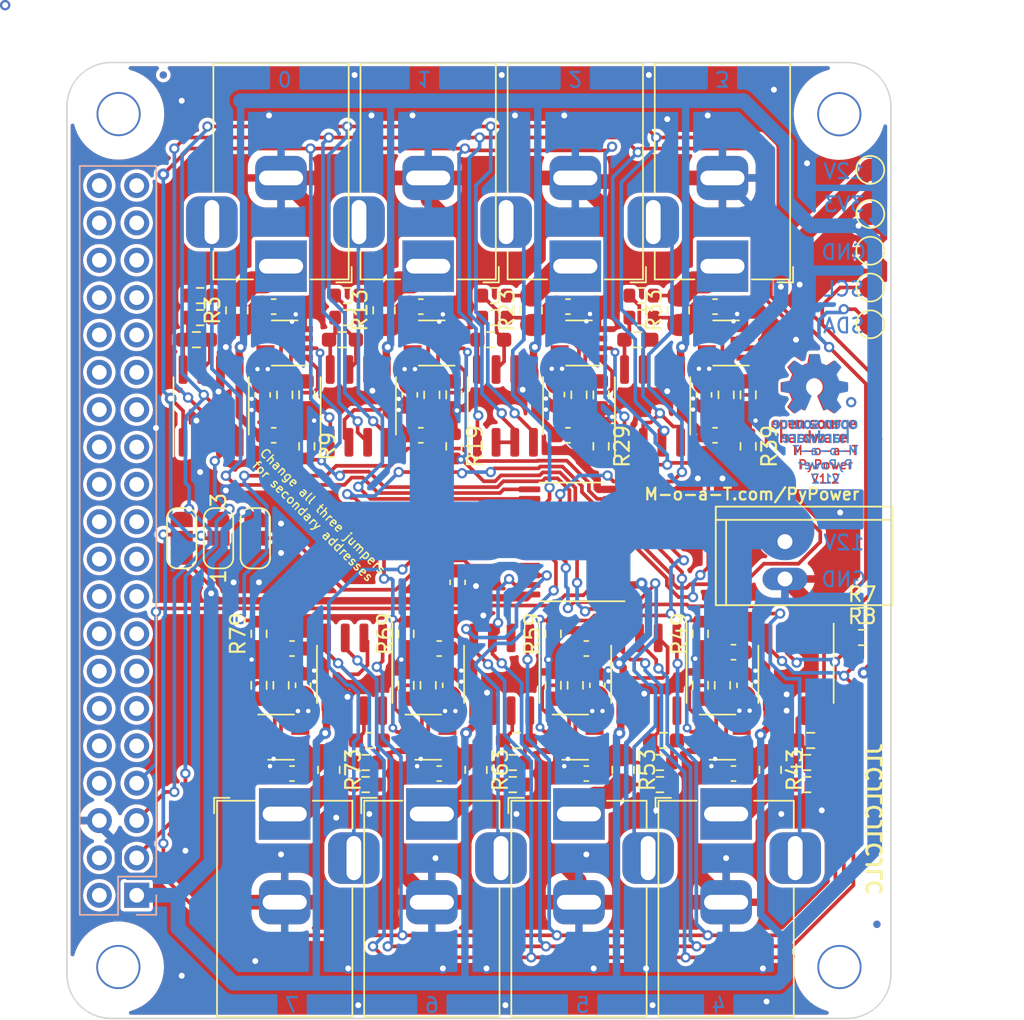
<source format=kicad_pcb>
(kicad_pcb (version 20221232) (generator pcbnew)
  (layers (0 "F.Cu" signal) (31 "B.Cu" signal) (34 "B.Paste" user) (35 "F.Paste" user) (36 "B.SilkS" user "B.Silkscreen") (37 "F.SilkS" user "F.Silkscreen") (38 "B.Mask" user) (39 "F.Mask" user) (44 "Edge.Cuts" user))
  (net 0 "")
  (net 1 "Net-(U1-DV/DT)")
  (net 2 "/V12P0")
  (net 3 "Net-(U2-IN+)")
  (net 4 "Net-(U2-IN-)")
  (net 5 "Net-(U3-DV/DT)")
  (net 6 "+12V")
  (net 7 "GND")
  (net 8 "Net-(U4-DV/DT)")
  (net 9 "Net-(U5-DV/DT)")
  (net 10 "+3V3")
  (net 11 "/The other seven/V12P1")
  (net 12 "/The other seven/V12P2")
  (net 13 "/The other seven/V12P3")
  (net 14 "Net-(U8-DV/DT)")
  (net 15 "Net-(U6-IN+)")
  (net 16 "Net-(U6-IN-)")
  (net 17 "Net-(U7-IN+)")
  (net 18 "Net-(U7-IN-)")
  (net 19 "Net-(U9-IN+)")
  (net 20 "Net-(U9-IN-)")
  (net 21 "/The other seven/V12P4")
  (net 22 "Net-(U10-IN+)")
  (net 23 "Net-(U10-IN-)")
  (net 24 "Net-(U11-DV/DT)")
  (net 25 "Net-(U12-DV/DT)")
  (net 26 "Net-(U13-DV/DT)")
  (net 27 "/The other seven/V12P5")
  (net 28 "/The other seven/V12P6")
  (net 29 "Net-(U12-Source)")
  (net 30 "Net-(U14-IN+)")
  (net 31 "Net-(U14-IN-)")
  (net 32 "Net-(U15-IN+)")
  (net 33 "Net-(U15-IN-)")
  (net 34 "Net-(U16-IN+)")
  (net 35 "SENS1")
  (net 36 "Net-(U16-IN-)")
  (net 39 "Net-(J1-GCLK0/GPIO4)")
  (net 44 "SENS2")
  (net 45 "SDA")
  (net 46 "SENS3")
  (net 47 "SCL")
  (net 48 "SENS4")
  (net 49 "SENS5")
  (net 50 "SENS7")
  (net 51 "SENS6")
  (net 52 "ENA0")
  (net 53 "ENA1")
  (net 54 "ENA2")
  (net 55 "ENA3")
  (net 56 "ENA4")
  (net 57 "ENA5")
  (net 58 "ENA7")
  (net 59 "ENA6")
  (net 61 "/V12O0")
  (net 62 "/The other seven/V12O1")
  (net 63 "/The other seven/V12O2")
  (net 64 "/The other seven/V12O3")
  (net 65 "/The other seven/V12O4")
  (net 66 "/The other seven/V12O5")
  (net 67 "/The other seven/V12O7")
  (net 68 "/The other seven/V12O6")
  (net 69 "SENS0")
  (net 70 "SEL03")
  (net 71 "SEL47")
  (net 72 "SEL")
  (net 101 "Net-(U1-I-Limit)")
  (net 102 "Net-(U3-I-Limit)")
  (net 103 "Net-(U4-I-Limit)")
  (net 104 "Net-(U5-I-Limit)")
  (net 105 "Net-(U8-I-Limit)")
  (net 106 "Net-(U11-I-Limit)")
  (net 107 "Net-(U13-I-Limit)")
  (net 108 "Net-(U12-I-Limit)")
  (footprint "Resistor_SMD:R_0603_1608Metric" (layer "F.Cu") (at 102.75 106.25 -90)
    (fp_text reference "R61" hide)
    (fp_text value "22")
  )
  (footprint "Capacitor_SMD:C_0603_1608Metric" (layer "F.Cu") (at 93.5 103.75 180)
    (fp_text reference "C35" hide)
    (fp_text value ".1µF")
  )
  (footprint "Capacitor_SMD:C_0603_1608Metric" (layer "F.Cu") (at 93.5 112.25 180)
    (fp_text reference "C33" hide)
    (fp_text value "10µF")
  )
  (footprint "Package_TO_SOT_SMD:TSOT-23-8" (layer "F.Cu") (at 112.75 109.75)
    (fp_text reference "U11" hide)
    (fp_text value "MP5014A")
  )
  (footprint "Symbol:OSHW-Logo_5.7x6mm_Copper" (layer "F.Cu") (at 128.95 86.75)
    (fp_text reference "REF**" hide)
    (fp_text value "OSHW-Logo_5.7x6mm_Copper" hide)
  )
  (footprint "project_footprints:NPTH_3mm_ID" (layer "F.Cu") (at 130.692389 67.416356 90)
    (fp_text reference "H4" hide)
    (fp_text value "3mm_Mounting_Hole" hide)
  )
  (footprint "Capacitor_SMD:C_0603_1608Metric" (layer "F.Cu") (at 94.25 106.25 90)
    (fp_text reference "C27" hide)
    (fp_text value "10µF")
  )
  (footprint "Capacitor_SMD:C_0603_1608Metric" (layer "F.Cu") (at 113.5 103.75 180)
    (fp_text reference "C34" hide)
    (fp_text value ".1µF")
  )
  (footprint "Resistor_SMD:R_0603_1608Metric" (layer "F.Cu") (at 114.5 90 -90)
    (fp_text reference "R29")
    (fp_text value "10k")
  )
  (footprint "Resistor_SMD:R_0603_1608Metric" (layer "F.Cu") (at 123 86.5 90)
    (fp_text reference "R31" hide)
    (fp_text value "22")
  )
  (footprint "Resistor_SMD:R_0603_1608Metric" (layer "F.Cu") (at 112.75 106.25 -90)
    (fp_text reference "R51" hide)
    (fp_text value "22")
  )
  (footprint "Resistor_SMD:R_0603_1608Metric_Pad0.98x0.95mm_HandSolder" (layer "F.Cu") (at 108.75 110 180)
    (fp_text reference "C40" hide)
    (fp_text value "1µ")
  )
  (footprint "Resistor_SMD:R_0603_1608Metric_Pad0.98x0.95mm_HandSolder" (layer "F.Cu") (at 121.25 106.25 90)
    (fp_text reference "C18" hide)
    (fp_text value "0")
  )
  (footprint "Resistor_SMD:R_0805_2012Metric" (layer "F.Cu") (at 116 112 -90)
    (fp_text reference "R53")
    (fp_text value ".1")
  )
  (footprint "Resistor_SMD:R_0805_2012Metric" (layer "F.Cu") (at 119.75 80.75 90)
    (fp_text reference "R33")
    (fp_text value ".1")
  )
  (footprint "Package_TO_SOT_SMD:TSOT-23-8" (layer "F.Cu") (at 123 83 180)
    (fp_text reference "U5" hide)
    (fp_text value "MP5014A")
  )
  (footprint "TestPoint:TestPoint_Pad_D1.5mm" (layer "F.Cu") (at 132.8 79.2 90)
    (fp_text reference "TP4" hide)
    (fp_text value "TestPoint")
  )
  (footprint "Resistor_SMD:R_0603_1608Metric" (layer "F.Cu") (at 97.25 79.75)
    (fp_text reference "R14" hide)
    (fp_text value "10")
  )
  (footprint "Package_SO:TSSOP-24_4.4x7.8mm_P0.65mm" (layer "F.Cu") (at 112.5 96.5 180)
    (fp_text reference "U17" hide)
    (fp_text value "PCAL6416APW")
  )
  (footprint "localstuff:Barrel Jack locking" (layer "F.Cu") (at 92.75 77.75 -90)
    (fp_text reference "J3" hide)
    (fp_text value "Out 0")
  )
  (footprint "Capacitor_SMD:C_0603_1608Metric" (layer "F.Cu") (at 123.5 112.25 180)
    (fp_text reference "C23" hide)
    (fp_text value "10µF")
  )
  (footprint "Resistor_SMD:R_0603_1608Metric" (layer "F.Cu") (at 111.25 102.75 90)
    (fp_text reference "R59")
    (fp_text value "10k")
  )
  (footprint "TestPoint:TestPoint_Pad_D1.5mm" (layer "F.Cu") (at 132.8 74.2 90)
    (fp_text reference "TP2" hide)
    (fp_text value "TestPoint")
  )
  (footprint "Jumper:SolderJumper-3_P1.3mm_Bridged12_RoundedPad1.0x1.5mm_NumberLabels" (layer "F.Cu") (at 91 96.25 90)
    (fp_text reference "JP3" hide)
    (fp_text value "Jumper_3_Bridged12")
  )
  (footprint "Resistor_SMD:R_0603_1608Metric_Pad0.98x0.95mm_HandSolder" (layer "F.Cu") (at 124.5 86.5 -90)
    (fp_text reference "C11" hide)
    (fp_text value "0")
  )
  (footprint "Capacitor_SMD:C_0603_1608Metric" (layer "F.Cu") (at 92.25 80.5)
    (fp_text reference "C3" hide)
    (fp_text value "10µF")
  )
  (footprint "Resistor_SMD:R_0805_2012Metric" (layer "F.Cu") (at 89.75 80.75 90)
    (fp_text reference "R3")
    (fp_text value ".1")
  )
  (footprint "localstuff:1X02_GN" (layer "F.Cu") (at 127 97.75 -90)
    (fp_text reference "J2" hide)
    (fp_text value "Power")
  )
  (footprint "Resistor_SMD:R_0603_1608Metric_Pad0.98x0.95mm_HandSolder" (layer "F.Cu") (at 101.25 106.25 90)
    (fp_text reference "C31" hide)
    (fp_text value "0")
  )
  (footprint "Package_TO_SOT_SMD:TSOT-23-8" (layer "F.Cu") (at 113 83 180)
    (fp_text reference "U4" hide)
    (fp_text value "MP5014A")
  )
  (footprint "Resistor_SMD:R_0603_1608Metric" (layer "F.Cu") (at 103 86.5 90)
    (fp_text reference "R11" hide)
    (fp_text value "22")
  )
  (footprint "Resistor_SMD:R_0603_1608Metric" (layer "F.Cu") (at 94.5 90 -90)
    (fp_text reference "R9")
    (fp_text value "10k")
  )
  (footprint "TestPoint:TestPoint_Pad_D1.5mm" (layer "F.Cu") (at 132.8 81.7 90)
    (fp_text reference "TP5" hide)
    (fp_text value "TestPoint")
  )
  (footprint "Package_TO_SOT_SMD:TSOT-23-8" (layer "F.Cu") (at 102.75 109.75)
    (fp_text reference "U13" hide)
    (fp_text value "MP5014A")
  )
  (footprint "Capacitor_SMD:C_0603_1608Metric" (layer "F.Cu") (at 113.5 112.25 180)
    (fp_text reference "C32" hide)
    (fp_text value "10µF")
  )
  (footprint "Capacitor_SMD:C_0603_1608Metric" (layer "F.Cu") (at 114.25 106.25 90)
    (fp_text reference "C26" hide)
    (fp_text value "10µF" hide)
  )
  (footprint "TestPoint:TestPoint_Pad_D1.5mm" (layer "F.Cu") (at 132.8 71.2 90)
    (fp_text reference "TP3" hide)
    (fp_text value "TestPoint")
  )
  (footprint "Resistor_SMD:R_0603_1608Metric_Pad0.98x0.95mm_HandSolder" (layer "F.Cu") (at 104.5 86.5 -90)
    (fp_text reference "C8" hide)
    (fp_text value "0")
  )
  (footprint "Resistor_SMD:R_0603_1608Metric_Pad0.98x0.95mm_HandSolder" (layer "F.Cu") (at 87 82.75)
    (fp_text reference "C5" hide)
    (fp_text value "1µ")
  )
  (footprint "Package_SO:SOIC-8_3.9x4.9mm_P1.27mm" (layer "F.Cu") (at 98 87.25 90)
    (fp_text reference "U6" hide)
    (fp_text value "INA219AxD")
  )
  (footprint "Capacitor_SMD:C_0603_1608Metric" (layer "F.Cu") (at 123.5 104 180)
    (fp_text reference "C24" hide)
    (fp_text value ".1µF")
  )
  (footprint "Capacitor_SMD:C_0603_1608Metric" (layer "F.Cu") (at 122.25 89.25)
    (fp_text reference "C19" hide)
    (fp_text value ".1µF")
  )
  (footprint "Package_TO_SOT_SMD:TSOT-23-8" (layer "F.Cu") (at 103 83 180)
    (fp_text reference "U3" hide)
    (fp_text value "MP5014A")
  )
  (footprint "Jumper:SolderJumper-3_P1.3mm_Bridged12_RoundedPad1.0x1.5mm_NumberLabels" (layer "F.Cu") (at 86 96.25 90)
    (fp_text reference "JP2" hide)
    (fp_text value "Jumper_3_Bridged12")
  )
  (footprint "Resistor_SMD:R_0603_1608Metric" (layer "F.Cu") (at 108.5 113 180)
    (fp_text reference "R64" hide)
    (fp_text value "10")
  )
  (footprint "Resistor_SMD:R_0603_1608Metric_Pad0.98x0.95mm_HandSolder" (layer "F.Cu") (at 98.75 110 180)
    (fp_text reference "C39" hide)
    (fp_text value "1µ")
  )
  (footprint "Resistor_SMD:R_0603_1608Metric" (layer "F.Cu") (at 101.25 102.75 90)
    (fp_text reference "R69")
    (fp_text value "10k")
  )
  (footprint "Capacitor_SMD:C_0603_1608Metric" (layer "F.Cu") (at 92.25 89.25)
    (fp_text reference "C4" hide)
    (fp_text value ".1µF")
  )
  (footprint "Resistor_SMD:R_0603_1608Metric" (layer "F.Cu") (at 107.25 81.25)
    (fp_text reference "R22" hide)
    (fp_text value "10")
  )
  (footprint "localstuff:Barrel Jack locking" (layer "F.Cu") (at 102.75 77.75 -90)
    (fp_text reference "J4" hide)
    (fp_text value "Out 1")
  )
  (footprint "Jumper:SolderJumper-3_P1.3mm_Bridged12_RoundedPad1.0x1.5mm_NumberLabels" (layer "F.Cu") (at 88.5 96.25 90)
    (fp_text reference "JP1" hide)
    (fp_text value "Jumper_3_Bridged12")
  )
  (footprint "Package_TO_SOT_SMD:TSOT-23-8" (layer "F.Cu") (at 92.75 109.75)
    (fp_text reference "U12" hide)
    (fp_text value "MP5014A")
  )
  (footprint "Package_SO:SOIC-8_3.9x4.9mm_P1.27mm" (layer "F.Cu") (at 118 87.25 90)
    (fp_text reference "U9" hide)
    (fp_text value "INA219AxD")
  )
  (footprint "Resistor_SMD:R_0805_2012Metric" (layer "F.Cu") (at 106 112 -90)
    (fp_text reference "R63")
    (fp_text value ".1")
  )
  (footprint "Resistor_SMD:R_0603_1608Metric" (layer "F.Cu") (at 118.5 113 180)
    (fp_text reference "R54" hide)
    (fp_text value "10")
  )
  (footprint "Resistor_SMD:R_0603_1608Metric" (layer "F.Cu") (at 124.5 90 -90)
    (fp_text reference "R39")
    (fp_text value "10k")
  )
  (footprint "Capacitor_SMD:C_0603_1608Metric" (layer "F.Cu") (at 112.25 89.25)
    (fp_text reference "C16" hide)
    (fp_text value ".1µF")
  )
  (footprint "Resistor_SMD:R_0603_1608Metric_Pad0.98x0.95mm_HandSolder" (layer "F.Cu") (at 94.5 86.5 -90)
    (fp_text reference "C2" hide)
    (fp_text value "0")
  )
  (footprint "Resistor_SMD:R_0805_2012Metric" (layer "F.Cu") (at 99.75 80.75 90)
    (fp_text reference "R13")
    (fp_text value ".1")
  )
  (footprint "project_footprints:NPTH_3mm_ID" (layer "F.Cu") (at 130.702389 125.406356 90)
    (fp_text reference "H3" hide)
    (fp_text value "3mm_Mounting_Hole" hide)
  )
  (footprint "localstuff:Barrel Jack locking" (layer "F.Cu") (at 123 115 90)
    (fp_text reference "J7" hide)
    (fp_text value "Out 4")
  )
  (footprint "Capacitor_SMD:C_0603_1608Metric" (layer "F.Cu") (at 102.25 89.25)
    (fp_text reference "C14" hide)
    (fp_text value ".1µF")
  )
  (footprint "Capacitor_SMD:C_0603_1608Metric" (layer "F.Cu") (at 104.75 99.25 90)
    (fp_text reference "C41" hide)
    (fp_text value ".1µF")
  )
  (footprint "Capacitor_SMD:C_0603_1608Metric" (layer "F.Cu") (at 103.5 103.75 180)
    (fp_text reference "C37" hide)
    (fp_text value ".1µF")
  )
  (footprint "Resistor_SMD:R_0603_1608Metric_Pad0.98x0.95mm_HandSolder" (layer "F.Cu") (at 107 82.75)
    (fp_text reference "C21" hide)
    (fp_text value "1µ")
  )
  (footprint "Fiducial:Fiducial_0.5mm_Mask1mm" (layer "F.Cu") (at 133.25 122.5)
    (fp_text reference "REF**" hide)
    (fp_text value "Fiducial_0.5mm_Mask1mm")
  )
  (footprint "Resistor_SMD:R_0603_1608Metric" (layer "F.Cu") (at 117.25 81.25)
    (fp_text reference "R32" hide)
    (fp_text value "10")
  )
  (footprint "Resistor_SMD:R_0603_1608Metric_Pad0.98x0.95mm_HandSolder" (layer "F.Cu") (at 114.5 86.5 -90)
    (fp_text reference "C10" hide)
    (fp_text value "0")
  )
  (footprint "Resistor_SMD:R_0603_1608Metric" (layer "F.Cu") (at 132.25 101.5)
    (fp_text reference "R7")
    (fp_text value "1k")
  )
  (footprint "Resistor_SMD:R_0603_1608Metric" (layer "F.Cu") (at 87.25 81.25)
    (fp_text reference "R2" hide)
    (fp_text value "10")
  )
  (footprint "Package_SO:SOIC-8_3.9x4.9mm_P1.27mm" (layer "F.Cu") (at 88 87.25 90)
    (fp_text reference "U2" hide)
    (fp_text value "INA219AxD")
  )
  (footprint "Capacitor_SMD:C_0603_1608Metric" (layer "F.Cu") (at 122.25 80.5)
    (fp_text reference "C17" hide)
    (fp_text value "10µF")
  )
  (footprint "Capacitor_SMD:C_0603_1608Metric" (layer "F.Cu") (at 112.25 80.5)
    (fp_text reference "C15" hide)
    (fp_text value "10µF")
  )
  (footprint "Resistor_SMD:R_0603_1608Metric_Pad0.98x0.95mm_HandSolder" (layer "F.Cu") (at 117 82.75)
    (fp_text reference "C22" hide)
    (fp_text value "1µ")
  )
  (footprint "Fiducial:Fiducial_0.5mm_Mask1mm" (layer "F.Cu") (at 84.75 64.75)
    (fp_text reference "REF**" hide)
    (fp_text value "Fiducial_0.5mm_Mask1mm")
  )
  (footprint "Resistor_SMD:R_0603_1608Metric" (layer "F.Cu") (at 107.25 79.75)
    (fp_text reference "R24" hide)
    (fp_text value "10")
  )
  (footprint "Resistor_SMD:R_0603_1608Metric_Pad0.98x0.95mm_HandSolder" (layer "F.Cu") (at 118.75 110 180)
    (fp_text reference "C38" hide)
    (fp_text value "1µ")
  )
  (footprint "Resistor_SMD:R_0603_1608Metric_Pad0.98x0.95mm_HandSolder" (layer "F.Cu") (at 128.75 110 180)
    (fp_text reference "C25" hide)
    (fp_text value "1µ")
  )
  (footprint "localstuff:Barrel Jack locking" (layer "F.Cu") (at 113 115 90)
    (fp_text reference "J8" hide)
    (fp_text value "Out 5")
  )
  (footprint "Resistor_SMD:R_0603_1608Metric" (layer "F.Cu") (at 108.5 111.5 180)
    (fp_text reference "R62" hide)
    (fp_text value "10")
  )
  (footprint "Capacitor_SMD:C_0603_1608Metric" (layer "F.Cu") (at 124.25 106.25 90)
    (fp_text reference "C13" hide)
    (fp_text value "10µF")
  )
  (footprint "localstuff:Barrel Jack locking" (layer "F.Cu") (at 103 115 90)
    (fp_text reference "J10" hide)
    (fp_text value "Out 6")
  )
  (footprint "Resistor_SMD:R_0805_2012Metric" (layer "F.Cu") (at 109.75 80.75 90)
    (fp_text reference "R23")
    (fp_text value ".1")
  )
  (footprint "Resistor_SMD:R_0603_1608Metric" (layer "F.Cu") (at 117.25 79.75)
    (fp_text reference "R34" hide)
    (fp_text value "10")
  )
  (footprint "Package_SO:SOIC-8_3.9x4.9mm_P1.27mm" (layer "F.Cu") (at 97.75 105.5 -90)
    (fp_text reference "U15" hide)
    (fp_text value "INA219AxD")
  )
  (footprint "Resistor_SMD:R_0603_1608Metric" (layer "F.Cu") (at 113 86.5 90)
    (fp_text reference "R21" hide)
    (fp_text value "22")
  )
  (footprint "project_footprints:NPTH_3mm_ID" (layer "F.Cu") (at 81.692389 125.406356 90)
    (fp_text reference "H1" hide)
    (fp_text value "3mm_Mounting_Hole" hide)
  )
  (footprint "Resistor_SMD:R_0603_1608Metric_Pad0.98x0.95mm_HandSolder" (layer "F.Cu") (at 91.25 106.25 90)
    (fp_text reference "C29" hide)
    (fp_text value "0")
  )
  (footprint "localstuff:Barrel Jack locking" (layer "F.Cu") (at 122.75 77.75 -90)
    (fp_text reference "J6" hide)
    (fp_text value "Out 3")
  )
  (footprint "Package_TO_SOT_SMD:TSOT-23-8" (layer "F.Cu") (at 93 83 180)
    (fp_text reference "U1" hide)
    (fp_text value "MP5014A")
  )
  (footprint "localstuff:Barrel Jack locking" (layer "F.Cu") (at 112.75 77.75 -90)
    (fp_text reference "J5" hide)
    (fp_text value "Out 2")
  )
  (footprint "Resistor_SMD:R_0603_1608Metric" (layer "F.Cu") (at 98.5 113 180)
    (fp_text reference "R74" hide)
    (fp_text value "10")
  )
  (footprint "Resistor_SMD:R_0603_1608Metric" (layer "F.Cu") (at 98.5 111.5 180)
    (fp_text reference "R72" hide)
    (fp_text value "10")
  )
  (footprint "Capacitor_SMD:C_0603_1608Metric" (layer "F.Cu") (at 104.25 106.25 90)
    (fp_text reference "C30" hide)
    (fp_text value "10µF" hide)
  )
  (footprint "Resistor_SMD:R_0603_1608Metric" (layer "F.Cu") (at 132.25 103)
    (fp_text reference "R8")
    (fp_text value "1k")
  )
  (footprint "Resistor_SMD:R_0603_1608Metric" (layer "F.Cu") (at 128.5 111.5 180)
    (fp_text reference "R42" hide)
    (fp_text value "10")
  )
  (footprint "Capacitor_SMD:C_0603_1608Metric" (layer "F.Cu") (at 111.5 86.48 -90)
    (fp_text reference "C7" hide)
    (fp_text value "10µF")
  )
  (footprint "Resistor_SMD:R_0603_1608Metric" (layer "F.Cu") (at 104.5 90 -90)
    (fp_text reference "R19")
    (fp_text value "10k")
  )
  (footprint "Capacitor_SMD:C_0603_1608Metric" (layer "F.Cu") (at 103.5 112.25 180)
    (fp_text reference "C36" hide)
    (fp_text value "10µF")
  )
  (footprint "project_footprints:NPTH_3mm_ID" (layer "F.Cu") (at 81.712389 67.406356 90)
    (fp_text reference "H2" hide)
    (fp_text value "3mm_Mounting_Hole" hide)
  )
  (footprint "Capacitor_SMD:C_0603_1608Metric" (layer "F.Cu") (at 101.5 86.5 -90)
    (fp_text reference "C6" hide)
    (fp_text value "10µF")
  )
  (footprint "Resistor_SMD:R_0603_1608Metric" (layer "F.Cu") (at 128.5 113 180)
    (fp_text reference "R44" hide)
    (fp_text value "10")
  )
  (footprint "TestPoint:TestPoint_Pad_D1.5mm" (layer "F.Cu") (at 132.8 76.7 90)
    (fp_text reference "TP1" hide)
    (fp_text value "TestPoint")
  )
  (footprint "Resistor_SMD:R_0805_2012Metric" (layer "F.Cu") (at 126 112 -90)
    (fp_text reference "R43")
    (fp_text value ".1")
  )
  (footprint "Capacitor_SMD:C_0603_1608Metric" (layer "F.Cu") (at 121.5 86.5 -90)
    (fp_text reference "C9" hide)
    (fp_text value "10µF")
  )
  (footprint "Package_SO:SOIC-8_3.9x4.9mm_P1.27mm" (layer "F.Cu") (at 127.75 105.5 -90)
    (fp_text reference "U10" hide)
    (fp_text value "INA219AxD")
  )
  (footprint "Resistor_SMD:R_0603_1608Metric" (layer "F.Cu") (at 92.75 106.25 -90)
    (fp_text reference "R71" hide)
    (fp_text value "22")
  )
  (footprint "Resistor_SMD:R_0603_1608Metric" (layer "F.Cu") (at 93 86.5 90)
    (fp_text reference "R1" hide)
    (fp_text value "22")
  )
  (footprint "Capacitor_SMD:C_0603_1608Metric" (layer "F.Cu") (at 102.25 80.5)
    (fp_text reference "C12" hide)
    (fp_text value "10µF")
  )
  (footprint "Resistor_SMD:R_0603_1608Metric_Pad0.98x0.95mm_HandSolder" (layer "F.Cu") (at 96.925 82.75)
    (fp_text reference "C20" hide)
    (fp_text value "1µ")
  )
  (footprint "Package_SO:SOIC-8_3.9x4.9mm_P1.27mm" (layer "F.Cu") (at 117.75 105.5 -90)
    (fp_text reference "U14" hide)
    (fp_text value "INA219AxD")
  )
  (footprint "Resistor_SMD:R_0603_1608Metric" (layer "F.Cu") (at 91.25 102.75 90)
    (fp_text reference "R79")
    (fp_text value "10k")
  )
  (footprint "localstuff:Barrel Jack locking" (layer "F.Cu") (at 93 115 90)
    (fp_text reference "J9" hide)
    (fp_text value "Out 7")
  )
  (footprint "Resistor_SMD:R_0603_1608Metric" (layer "F.Cu") (at 121.25 102.75 90)
    (fp_text reference "R49")
    (fp_text value "10k")
  )
  (footprint "Resistor_SMD:R_0603_1608Metric" (layer "F.Cu") (at 87.25 79.75)
    (fp_text reference "R4" hide)
    (fp_text value "10" hide)
  )
  (footprint "Resistor_SMD:R_0603_1608Metric" (layer "F.Cu") (at 118.5 111.5 180)
    (fp_text reference "R52" hide)
    (fp_text value "10")
  )
  (footprint "Resistor_SMD:R_0603_1608Metric_Pad0.98x0.95mm_HandSolder" (layer "F.Cu") (at 111.25 106.25 90)
    (fp_text reference "C28" hide)
    (fp_text value "0")
  )
  (footprint "Resistor_SMD:R_0603_1608Metric" (layer "F.Cu") (at 97.25 81.25)
    (fp_text reference "R12" hide)
    (fp_text value "10")
  )
  (footprint "Package_SO:SOIC-8_3.9x4.9mm_P1.27mm" (layer "F.Cu") (at 108 87.25 90)
    (fp_text reference "U7" hide)
    (fp_text value "INA219AxD")
  )
  (footprint "Package_TO_SOT_SMD:TSOT-23-8" (layer "F.Cu") (at 122.75 109.75)
    (fp_text reference "U8" hide)
    (fp_text value "MP5014A")
  )
  (footprint "Resistor_SMD:R_0603_1608Metric" (layer "F.Cu") (at 122.75 106.25 -90)
    (fp_text reference "R41" hide)
    (fp_text value "22")
  )
  (footprint "Resistor_SMD:R_0805_2012Metric" (layer "F.Cu") (at 96 112 -90)
    (fp_text reference "R73")
    (fp_text value ".1")
  )
  (footprint "Package_SO:SOIC-8_3.9x4.9mm_P1.27mm" (layer "F.Cu") (at 107.75 105.5 -90)
    (fp_text reference "U16" hide)
    (fp_text value "INA219AxD")
  )
  (footprint "Capacitor_SMD:C_0603_1608Metric" (layer "F.Cu") (at 91.5 86.5 -90)
    (fp_text reference "C1" hide)
    (fp_text value "10µF")
  )
  (footprint "Symbol:OSHW-Logo_5.7x6mm_Copper" (layer "B.Cu") (at 129.05 86.75 180)
    (fp_text reference "REF**" hide)
    (fp_text value "OSHW-Logo_5.7x6mm_Copper" hide)
  )
  (footprint "Connector_PinSocket_2.54mm:PinSocket_2x20_P2.54mm_Vertical" (layer "B.Cu") (at 82.94 120.526356)
    (fp_text reference "J1" hide)
    (fp_text value "Raspberry_Pi_2_3")
  )
  (footprint "Fiducial:Fiducial_0.5mm_Mask1mm" (layer "B.Cu") (at 133.25 122.5)
    (fp_text reference "REF**" hide)
    (fp_text value "Fiducial_0.5mm_Mask1mm")
  )
  (footprint "Fiducial:Fiducial_0.5mm_Mask1mm" (layer "B.Cu") (at 84.75 64.75)
    (fp_text reference "REF**" hide)
    (fp_text value "Fiducial_0.5mm_Mask1mm")
  )
  (gr_line (start 81.2 128.9) (end 131.2 128.9) (stroke (width 0.1)) (layer "Edge.Cuts"))
  (gr_line (start 78.2 66.9) (end 78.2 125.9) (stroke (width 0.1)) (layer "Edge.Cuts"))
  (gr_line (start 134.2 125.9) (end 134.2 66.9) (stroke (width 0.1)) (layer "Edge.Cuts"))
  (gr_line (start 131.2 63.9) (end 81.2 63.9) (stroke (width 0.1)) (layer "Edge.Cuts"))
  (gr_arc (start 78.2 66.9) (mid 79.07868 64.77868) (end 81.2 63.9) (stroke (width 0.1)) (layer "Edge.Cuts"))
  (gr_arc (start 134.2 125.9) (mid 133.32132 128.02132) (end 131.2 128.9) (stroke (width 0.1)) (layer "Edge.Cuts"))
  (gr_arc (start 81.2 128.9) (mid 79.07868 128.02132) (end 78.2 125.9) (stroke (width 0.1)) (layer "Edge.Cuts"))
  (gr_arc (start 131.2 63.9) (mid 133.32132 64.77868) (end 134.2 66.9) (stroke (width 0.1)) (layer "Edge.Cuts"))
  (gr_text "M-o-a-T\nPyPower\nV1.2" (at 129.75 91.25) (layer "F.Cu") (effects (font (size 0.6 0.6) (thickness 0.1))))
  (gr_text "GND" (at 131 99.0475) (layer "B.Cu") (effects (font (size 1 1)) (justify mirror)))
  (gr_text "SCL" (at 131 79.2975) (layer "B.Cu") (effects (font (size 1 1)) (justify mirror)))
  (gr_text "0" (at 93 65 180) (layer "B.Cu") (effects (font (size 1 1)) (justify mirror)))
  (gr_text "3" (at 122.75 65 180) (layer "B.Cu") (effects (font (size 1 1)) (justify mirror)))
  (gr_text "12V" (at 131 96.5475) (layer "B.Cu") (effects (font (size 1 1)) (justify mirror)))
  (gr_text "6" (at 103 128) (layer "B.Cu") (effects (font (size 1 1)) (justify mirror)))
  (gr_text "M-o-a-T\nPyPower\nV1.2" (at 129.75 91.25) (layer "B.Cu") (effects (font (size 0.6 0.6) (thickness 0.1)) (justify mirror)))
  (gr_text "GND" (at 131 76.7975) (layer "B.Cu") (effects (font (size 1 1)) (justify mirror)))
  (gr_text "SDA\n" (at 131 81.7975) (layer "B.Cu") (effects (font (size 1 1)) (justify mirror)))
  (gr_text "3V3" (at 131 73.5475) (layer "B.Cu") (effects (font (size 1 1)) (justify mirror)))
  (gr_text "12V" (at 131 71.2975) (layer "B.Cu") (effects (font (size 1 1)) (justify mirror)))
  (gr_text "1" (at 102.5 65 180) (layer "B.Cu") (effects (font (size 1 1)) (justify mirror)))
  (gr_text "2" (at 112.75 65 180) (layer "B.Cu") (effects (font (size 1 1)) (justify mirror)))
  (gr_text "7" (at 93.5 128) (layer "B.Cu") (effects (font (size 1 1)) (justify mirror)))
  (gr_text "4" (at 122.5 128) (layer "B.Cu") (effects (font (size 1 1)) (justify mirror)))
  (gr_text "5" (at 113.25 128) (layer "B.Cu") (effects (font (size 1 1)) (justify mirror)))
  (gr_text "Change all three jumpers\nfor secondary addresses" (at 95.25 94.75 -45) (layer "F.SilkS") (effects (font (size 0.6 0.6) (thickness 0.1))))
  (gr_text "JLCJLCJLCJLC" (at 133.1 115.35 90) (layer "F.SilkS") (effects (font (size 1 1) (thickness 0.2) bold) (justify mirror)))
  (gr_text "M-o-a-T.com/PyPower" (at 124.75 93.25) (layer "F.SilkS") (effects (font (size 0.8 0.8))))
  (via (at 74 60) (size 0.7) (drill 0.4) (layers "F.Cu" "B.Cu") (net 0))
  (segment (start 93.424989 84.512489) (end 93.424989 82.909991) (width 0.25) (layer "F.Cu") (net 1))
  (segment (start 94.5 85.5875) (end 93.424989 84.512489) (width 0.25) (layer "F.Cu") (net 1))
  (segment (start 94.23 82.75) (end 94.31 82.67) (width 0.25) (layer "F.Cu") (net 1))
  (segment (start 93.424989 82.909991) (end 93.58498 82.75) (width 0.25) (layer "F.Cu") (net 1))
  (segment (start 93.58498 82.75) (end 94.23 82.75) (width 0.25) (layer "F.Cu") (net 1))
  (segment (start 92.75 83.75) (end 92.75 82.87) (width 0.25) (layer "F.Cu") (net 2))
  (segment (start 91.475 81.815) (end 91.69 82.03) (width 1.5) (layer "F.Cu") (net 2))
  (segment (start 89.25 81.25) (end 89.75 81.75) (width 0.25) (layer "F.Cu") (net 2))
  (segment (start 88.075 81.25) (end 89.25 81.25) (width 0.25) (layer "F.Cu") (net 2))
  (segment (start 92.55 82.67) (end 91.69 82.67) (width 0.25) (layer "F.Cu") (net 2))
  (segment (start 89.75 81.75) (end 90.225 81.75) (width 1.5) (layer "F.Cu") (net 2))
  (segment (start 91.475 80.5) (end 91.475 81.815) (width 1.5) (layer "F.Cu") (net 2))
  (segment (start 92.75 82.87) (end 92.55 82.67) (width 0.25) (layer "F.Cu") (net 2))
  (segment (start 92.71502 83.78498) (end 92.75 83.75) (width 0.25) (layer "F.Cu") (net 2))
  (segment (start 93 85.675) (end 93 84.679557) (width 0.25) (layer "F.Cu") (net 2))
  (segment (start 93 84.679557) (end 92.71502 84.394577) (width 0.25) (layer "F.Cu") (net 2))
  (segment (start 92.71502 84.394577) (end 92.71502 83.78498) (width 0.25) (layer "F.Cu") (net 2))
  (segment (start 90.225 81.75) (end 91.475 80.5) (width 1.5) (layer "F.Cu") (net 2))
  (segment (start 86.095 82.7575) (end 86.0875 82.75) (width 0.25) (layer "F.Cu") (net 3))
  (segment (start 86.425 82.4125) (end 86.0875 82.75) (width 0.25) (layer "F.Cu") (net 3))
  (segment (start 86.425 81.25) (end 86.425 82.4125) (width 0.25) (layer "F.Cu") (net 3))
  (segment (start 86.095 84.775) (end 86.095 82.7575) (width 0.25) (layer "F.Cu") (net 3))
  (segment (start 87.9125 82.75) (end 87.9125 84.2275) (width 0.25) (layer "F.Cu") (net 4))
  (segment (start 87.9125 84.2275) (end 87.365 84.775) (width 0.25) (layer "F.Cu") (net 4))
  (segment (start 87.39998 82.23748) (end 87.39998 80.72498) (width 0.25) (layer "F.Cu") (net 4))
  (segment (start 87.39998 80.72498) (end 86.425 79.75) (width 0.25) (layer "F.Cu") (net 4))
  (segment (start 87.9125 82.75) (end 87.39998 82.23748) (width 0.25) (layer "F.Cu") (net 4))
  (segment (start 104.5 85.5875) (end 103.424989 84.512489) (width 0.25) (layer "F.Cu") (net 5))
  (segment (start 103.45 82.67) (end 104.31 82.67) (width 0.25) (layer "F.Cu") (net 5))
  (segment (start 103.424989 84.512489) (end 103.424989 82.695011) (width 0.25) (layer "F.Cu") (net 5))
  (segment (start 103.424989 82.695011) (end 103.45 82.67) (width 0.25) (layer "F.Cu") (net 5))
  (segment (start 121.5 84.16) (end 121.69 83.97) (width 1.5) (layer "F.Cu") (net 6))
  (segment (start 114.25 108.59) (end 114.06 108.78) (width 1.5) (layer "F.Cu") (net 6))
  (segment (start 111.5 84.16) (end 111.5 85.705) (width 1.5) (layer "F.Cu") (net 6))
  (segment (start 124.25 108.59) (end 124.06 108.78) (width 1.5) (layer "F.Cu") (net 6))
  (segment (start 91.69 83.97) (end 91.5 84.16) (width 1.5) (layer "F.Cu") (net 6))
  (segment (start 94.25 108.59) (end 94.06 108.78) (width 1.5) (layer "F.Cu") (net 6))
  (segment (start 126.720971 77.279029) (end 126.720971 79.147643) (width 1) (layer "F.Cu") (net 6))
  (segment (start 121.5 85.725) (end 121.5 84.16) (width 1.5) (layer "F.Cu") (net 6))
  (segment (start 124.25 107.025) (end 124.25 108.59) (width 1.5) (layer "F.Cu") (net 6))
  (segment (start 132.8 71.2) (end 126.720971 77.279029) (width 1) (layer "F.Cu") (net 6))
  (segment (start 114.25 107.025) (end 114.25 108.59) (width 1.5) (layer "F.Cu") (net 6))
  (segment (start 104.25 108.59) (end 104.06 108.78) (width 1.5) (layer "F.Cu") (net 6))
  (segment (start 101.5 84.16) (end 101.5 85.725) (width 1.5) (layer "F.Cu") (net 6))
  (segment (start 104.25 107.025) (end 104.25 108.59) (width 1.5) (layer "F.Cu") (net 6))
  (segment (start 101.69 83.97) (end 101.5 84.16) (width 1.5) (layer "F.Cu") (net 6))
  (segment (start 111.69 83.97) (end 111.5 84.16) (width 1.5) (layer "F.Cu") (net 6))
  (segment (start 94.25 107.025) (end 94.25 108.59) (width 1.5) (layer "F.Cu") (net 6))
  (segment (start 91.5 84.16) (end 91.5 85.725) (width 1.5) (layer "F.Cu") (net 6))
  (via (at 101.85 84.75) (size 0.6) (drill 0.3) (layers "F.Cu" "B.Cu") (net 6))
  (via (at 121.85 84.725) (size 0.6) (drill 0.3) (layers "F.Cu" "B.Cu") (net 6))
  (via (at 111.15 84.725) (size 0.6) (drill 0.3) (layers "F.Cu" "B.Cu") (net 6))
  (via (at 91.15 84.75) (size 0.6) (drill 0.3) (layers "F.Cu" "B.Cu") (net 6))
  (via (at 104.6 108) (size 0.6) (drill 0.3) (layers "F.Cu" "B.Cu") (net 6))
  (via (at 121.15 84.725) (size 0.6) (drill 0.3) (layers "F.Cu" "B.Cu") (net 6))
  (via (at 126.720971 79.147643) (size 0.8) (drill 0.4) (layers "F.Cu" "B.Cu") (net 6))
  (via (at 113.9 108) (size 0.6) (drill 0.3) (layers "F.Cu" "B.Cu") (net 6))
  (via (at 101.15 84.75) (size 0.6) (drill 0.3) (layers "F.Cu" "B.Cu") (net 6))
  (via (at 93.9 108) (size 0.6) (drill 0.3) (layers "F.Cu" "B.Cu") (net 6))
  (via (at 111.85 84.725) (size 0.6) (drill 0.3) (layers "F.Cu" "B.Cu") (net 6))
  (via (at 114.6 108) (size 0.6) (drill 0.3) (layers "F.Cu" "B.Cu") (net 6))
  (via (at 91.85 84.75) (size 0.6) (drill 0.3) (layers "F.Cu" "B.Cu") (net 6))
  (via (at 124.6 107.975) (size 0.6) (drill 0.3) (layers "F.Cu" "B.Cu") (net 6))
  (via (at 123.9 107.975) (size 0.6) (drill 0.3) (layers "F.Cu" "B.Cu") (net 6))
  (via (at 94.6 108) (size 0.6) (drill 0.3) (layers "F.Cu" "B.Cu") (net 6))
  (via (at 103.9 108) (size 0.6) (drill 0.3) (layers "F.Cu" "B.Cu") (net 6))
  (segment (start 102.756184 88.499179) (end 102.756184 85.656184) (width 3) (layer "B.Cu") (net 6))
  (segment (start 91.85 84.75) (end 92.75 85.65) (width 3) (layer "B.Cu") (net 6))
  (segment (start 116.942109 92.442109) (end 116.942109 91.024299) (width 3) (layer "B.Cu") (net 6))
  (segment (start 115.902109 89.984299) (end 114.484299 89.984299) (width 3) (layer "B.Cu") (net 6))
  (segment (start 122.75 95.75) (end 122.5 96) (width 3) (layer "B.Cu") (net 6))
  (segment (start 121.85 84.725) (end 122.275 84.725) (width 0.5) (layer "B.Cu") (net 6))
  (segment (start 114.311603 103.148399) (end 114.47072 103.148399) (width 3) (layer "B.Cu") (net 6))
  (segment (start 92.75 106.85) (end 92.75 101) (width 3) (layer "B.Cu") (net 6))
  (segment (start 96.02501 95.27501) (end 102.97499 95.27501) (width 3) (layer "B.Cu") (net 6))
  (segment (start 114.484299 89.984299) (end 112.724989 88.224989) (width 3) (layer "B.Cu") (net 6))
  (segment (start 112.724989 88.224989) (end 112.724989 85.599989) (width 3) (layer "B.Cu") (net 6))
  (segment (start 93.9 108) (end 92.75 106.85) (width 3) (layer "B.Cu") (net 6))
  (segment (start 115.824978 101.794141) (end 115.824978 100.824978) (width 3) (layer "B.Cu") (net 6))
  (segment (start 116.000001 94.999999) (end 115.25 95.75) (width 4) (layer "B.Cu") (net 6))
  (segment (start 122.75 89) (end 126.249999 92.499999) (width 3) (layer "B.Cu") (net 6))
  (segment (start 123.250001 100.210001) (end 123.000001 100.460001) (width 3) (layer "B.Cu") (net 6))
  (segment (start 109.498992 95.75) (end 109.349001 95.600009) (width 4) (layer "B.Cu") (net 6))
  (segment (start 127 95.75) (end 126.249999 94.999999) (width 4) (layer "B.Cu") (net 6))
  (segment (start 112.875011 106.975011) (end 112.875011 104.584991) (width 3) (layer "B.Cu") (net 6))
  (segment (start 123.250001 96.250001) (end 123.250001 100.210001) (width 3) (layer "B.Cu") (net 6))
  (segment (start 109.349001 95.600009) (end 106.900999 95.600009) (width 4) (layer "B.Cu") (net 6))
  (segment (start 126.720971 80.279029) (end 126.720971 79.147643) (width 1) (layer "B.Cu") (net 6))
  (segment (start 126.249999 92.499999) (end 126.249999 94.999999) (width 3) (layer "B.Cu") (net 6))
  (segment (start 115 96) (end 115.25 95.75) (width 3) (layer "B.Cu") (net 6))
  (segment (start 123.000001 100.460001) (end 123.000001 107.075001) (width 3) (layer "B.Cu") (net 6))
  (segment (start 92.75 85.65) (end 92.75 92) (width 3) (layer "B.Cu") (net 6))
  (segment (start 92.75 92) (end 96.02501 95.27501) (width 3) (layer "B.Cu") (net 6))
  (segment (start 123.000001 107.075001) (end 123.9 107.975) (width 3) (layer "B.Cu") (net 6))
  (segment (start 92.75 101) (end 98 95.75) (width 3) (layer "B.Cu") (net 6))
  (segment (start 106.751008 95.75) (end 98 95.75) (width 4) (layer "B.Cu") (net 6))
  (segment (start 122.75 85.625) (end 122.75 89) (width 3) (layer "B.Cu") (net 6))
  (segment (start 116.942109 91.024299) (end 115.902109 89.984299) (width 3) (layer "B.Cu") (net 6))
  (segment (start 112.724989 85.599989) (end 111.85 84.725) (width 3) (layer "B.Cu") (net 6))
  (segment (start 103.000001 107.100001) (end 103.000001 88.742996) (width 3) (layer "B.Cu") (net 6))
  (segment (start 122.275 84.725) (end 126.720971 80.279029) (width 1) (layer "B.Cu") (net 6))
  (segment (start 121.85 84.725) (end 122.75 85.625) (width 3) (layer "B.Cu") (net 6))
  (segment (start 113.9 108) (end 112.875011 106.975011) (width 3) (layer "B.Cu") (net 6))
  (segment (start 115.824978 100.824978) (end 115 100) (width 3) (layer "B.Cu") (net 6))
  (segment (start 103.000001 88.742996) (end 102.756184 88.499179) (width 3) (layer "B.Cu") (net 6))
  (segment (start 122.75 95.75) (end 123.250001 96.250001) (width 3) (layer "B.Cu") (net 6))
  (segment (start 123.25 95.25) (end 122.75 95.75) (width 3) (layer "B.Cu") (net 6))
  (segment (start 112.875011 104.584991) (end 114.311603 103.148399) (width 3) (layer "B.Cu") (net 6))
  (segment (start 106.900999 95.600009) (end 106.751008 95.75) (width 4) (layer "B.Cu") (net 6))
  (segment (start 102.756184 85.656184) (end 101.85 84.75) (width 3) (layer "B.Cu") (net 6))
  (segment (start 114.47072 103.148399) (end 115.824978 101.794141) (width 3) (layer "B.Cu") (net 6))
  (segment (start 103.9 108) (end 103.000001 107.100001) (width 3) (layer "B.Cu") (net 6))
  (segment (start 102.97499 95.27501) (end 103 95.25) (width 3) (layer "B.Cu") (net 6))
  (segment (start 119.75 95.25) (end 116.942109 92.442109) (width 3) (layer "B.Cu") (net 6))
  (segment (start 126.249999 94.999999) (end 116.000001 94.999999) (width 4) (layer "B.Cu") (net 6))
  (segment (start 115 100) (end 115 96) (width 3) (layer "B.Cu") (net 6))
  (segment (start 115.25 95.75) (end 109.498992 95.75) (width 4) (layer "B.Cu") (net 6))
  (segment (start 118.635 84.775) (end 118.635 85.885) (width 0.5) (layer "F.Cu") (net 7))
  (segment (start 124.2 105.475) (end 122.725 104) (width 0.5) (layer "F.Cu") (net 7))
  (segment (start 103.025 81.05) (end 103.5 81.525) (width 0.5) (layer "F.Cu") (net 7))
  (segment (start 100.75 87.525) (end 101.25 87.525) (width 0.5) (layer "F.Cu") (net 7))
  (segment (start 110.599989 112.729991) (end 111.57998 111.75) (width 1) (layer "F.Cu") (net 7))
  (segment (start 113.025 91.025) (end 113.025 89.25) (width 0.5) (layer "F.Cu") (net 7))
  (segment (start 112.75 71.75) (end 102.75 71.75) (width 1) (layer "F.Cu") (net 7))
  (segment (start 112.5 112.25) (end 112.725 112.25) (width 0.5) (layer "F.Cu") (net 7))
  (segment (start 104.25 105.475) (end 104.25 105.275) (width 0.5) (layer "F.Cu") (net 7))
  (segment (start 132.8 76.7) (end 130.3 76.7) (width 0.5) (layer "F.Cu") (net 7))
  (segment (start 113.78 81.5) (end 114.31 82.03) (width 0.5) (layer "F.Cu") (net 7))
  (segment (start 91 87.275) (end 90.75 87.525) (width 0.5) (layer "F.Cu") (net 7))
  (segment (start 92.725 112.25) (end 92.725 111.725) (width 0.5) (layer "F.Cu") (net 7))
  (segment (start 114.25 105.275) (end 112.725 103.75) (width 0.5) (layer "F.Cu") (net 7))
  (segment (start 124.3375 89.25) (end 124.5 89.0875) (width 0.5) (layer "F.Cu") (net 7))
  (segment (start 87.365 88.615) (end 87.365 89.725) (width 0.5) (layer "F.Cu") (net 7))
  (segment (start 89 93) (end 88.5 93) (width 0.5) (layer "F.Cu") (net 7))
  (segment (start 91 97.55) (end 91 99) (width 0.5) (layer "F.Cu") (net 7))
  (segment (start 128.385 100.405) (end 128.385 103.025) (width 1) (layer "F.Cu") (net 7))
  (segment (start 97.115 107.188472) (end 97.266939 107.036533) (width 0.5) (layer "F.Cu") (net 7))
  (segment (start 88.635 83.615) (end 89 83.25) (width 0.5) (layer "F.Cu") (net 7))
  (segment (start 120.975 87.275) (end 120.75 87.5) (width 0.5) (layer "F.Cu") (net 7))
  (segment (start 109.17501 85.31501) (end 109.17501 86.147695) (width 0.5) (layer "F.Cu") (net 7))
  (segment (start 105.964654 86.622846) (end 105.175 87.4125) (width 0.5) (layer "F.Cu") (net 7))
  (segment (start 111.57998 111.75) (end 112 111.75) (width 1) (layer "F.Cu") (net 7))
  (segment (start 115.3625 92.925) (end 114.325012 92.925) (width 0.5) (layer "F.Cu") (net 7))
  (segment (start 91.25 103.6625) (end 92.6375 103.6625) (width 0.5) (layer "F.Cu") (net 7))
  (segment (start 91.25 104.5) (end 91.25 105.3375) (width 0.5) (layer "F.Cu") (net 7))
  (segment (start 98.96 86.22) (end 98.18 87) (width 0.5) (layer "F.Cu") (net 7))
  (segment (start 93.225 80.5) (end 93.75 81.025) (width 0.5) (layer "F.Cu") (net 7))
  (segment (start 110.995 87.255) (end 110.75 87.5) (width 0.5) (layer "F.Cu") (net 7))
  (segment (start 104.25 105.275) (end 102.725 103.75) (width 0.5) (layer "F.Cu") (net 7))
  (segment (start 91.57998 111.75) (end 92 111.75) (width 1) (layer "F.Cu") (net 7))
  (segment (start 93.025 80.5) (end 93.025 81.05) (width 0.5) (layer "F.Cu") (net 7))
  (segment (start 114.235368 92.235368) (end 113.025 91.025) (width 0.5) (layer "F.Cu") (net 7))
  (segment (start 117.115 107.975) (end 117.435598 107.654402) (width 0.5) (layer "F.Cu") (net 7))
  (segment (start 102.725 112.25) (end 102.5 112.25) (width 0.5) (layer "F.Cu") (net 7))
  (segment (start 94.125011 81.025) (end 93.75 81.025) (width 1) (layer "F.Cu") (net 7))
  (segment (start 102.725 103.75) (end 101.3375 103.75) (width 0.5) (layer "F.Cu") (net 7))
  (segment (start 124.25 105.475) (end 124.475 105.475) (width 0.5) (layer "F.Cu") (net 7))
  (segment (start 102.25 111.25) (end 101.97 111.25) (width 0.5) (layer "F.Cu") (net 7))
  (segment (start 104.924969 101.550031) (end 102.725 103.75) (width 0.5) (layer "F.Cu") (net 7))
  (segment (start 113.025 88.78) (end 111.5 87.255) (width 0.5) (layer "F.Cu") (net 7))
  (segment (start 115.25 80) (end 114.25 81) (width 1) (layer "F.Cu") (net 7))
  (segment (start 123.025 80.5) (end 123.25 80.5) (width 0.5) (layer "F.Cu") (net 7))
  (segment (start 95.150011 74.150011) (end 95.150011 80) (width 1) (layer "F.Cu") (net 7))
  (segment (start 123.025 81.025) (end 123.5 81.5) (width 0.5) (layer "F.Cu") (net 7))
  (segment (start 101.97 111.25) (end 101.44 110.72) (width 0.5) (layer "F.Cu") (net 7))
  (segment (start 113 121) (end 123 121) (width 1) (layer "F.Cu") (net 7))
  (segment (start 120.599989 112.729991) (end 121.57998 111.75) (width 1) (layer "F.Cu") (net 7))
  (segment (start 111.25 103.6625) (end 111.25 104.5) (width 0.5) (layer "F.Cu") (net 7))
  (segment (start 111.3375 103.75) (end 111.25 103.6625) (width 0.5) (layer "F.Cu") (net 7))
  (segment (start 124.25 105.475) (end 124.2 105.475) (width 0.5) (layer "F.Cu") (net 7))
  (segment (start 121.25 104.5) (end 120.965025 104.5) (width 0.5) (layer "F.Cu") (net 7))
  (segment (start 103.5 81.525) (end 103.805 81.525) (width 0.5) (layer "F.Cu") (net 7))
  (segment (start 127 99.02) (end 128.385 100.405) (width 1) (layer "F.Cu") (net 7))
  (segment (start 111.255 87.255) (end 110.75 86.75) (width 0.5) (layer "F.Cu") (net 7))
  (segment (start 113 121) (end 113 119.5) (width 1) (layer "F.Cu") (net 7))
  (segment (start 98.635 85.895) (end 98.96 86.22) (width 0.5) (layer "F.Cu") (net 7))
  (segment (start 93.805 81.525) (end 94.31 82.03) (width 0.5) (layer "F.Cu") (net 7))
  (segment (start 112.725 103.75) (end 111.3375 103.75) (width 0.5) (layer "F.Cu") (net 7))
  (segment (start 121.275 87.275) (end 120.75 86.75) (width 0.5) (layer "F.Cu") (net 7))
  (segment (start 97.266939 107.036533) (end 97.703492 106.59998) (width 0.5) (layer "F.Cu") (net 7))
  (segment (start 125 88.25) (end 124.5 88.25) (width 0.5) (layer "F.Cu") (net 7))
  (segment (start 94.3375 89.25) (end 94.5 89.0875) (width 0.5) (layer "F.Cu") (net 7))
  (segment (start 105.774978 99.499978) (end 106 99.499978) (width 0.5) (layer "F.Cu") (net 7))
  (segment (start 124.5 88.25) (end 124.5 89.0875) (width 0.5) (layer "F.Cu") (net 7))
  (segment (start 128.792329 105.188431) (end 127.115 106.86576) (width 1) (layer "F.Cu") (net 7))
  (segment (start 114.25 81) (end 113.75 81) (width 1) (layer "F.Cu") (net 7))
  (segment (start 116.75 72) (end 117 71.75) (width 1) (layer "F.Cu") (net 7))
  (segment (start 122.725 112.25) (end 122.5 112.25) (width 0.5) (layer "F.Cu") (net 7))
  (segment (start 123.025 89.25) (end 123.025 88.8) (width 0.5) (layer "F.Cu") (net 7))
  (segment (start 93.5 81.525) (end 93.805 81.525) (width 0.5) (layer "F.Cu") (net 7))
  (segment (start 92.725 111.725) (end 92.25 111.25) (width 0.5) (layer "F.Cu") (net 7))
  (segment (start 121.97 111.25) (end 121.44 110.72) (width 0.5) (layer "F.Cu") (net 7))
  (segment (start 107.115 107.975) (end 107.115 106.635) (width 0.5) (layer "F.Cu") (net 7))
  (segment (start 92.725 112.25) (end 92.5 112.25) (width 0.5) (layer "F.Cu") (net 7))
  (segment (start 101.57998 111.75) (end 102 111.75) (width 1) (layer "F.Cu") (net 7))
  (segment (start 114.25 105.475) (end 114.475 105.475) (width 0.5) (layer "F.Cu") (net 7))
  (segment (start 112.725 112.25) (end 112.725 111.725) (width 0.5) (layer "F.Cu") (net 7))
  (segment (start 122.5 112.25) (end 122 111.75) (width 0.5) (layer "F.Cu") (net 7))
  (segment (start 91.5 87.275) (end 91 87.275) (width 0.5) (layer "F.Cu") (net 7))
  (segment (start 90.75 104.5) (end 91.25 104.5) (width 0.5) (layer "F.Cu") (net 7))
  (segment (start 123.78 81.5) (end 124.31 82.03) (width 0.5) (layer "F.Cu") (net 7))
  (segment (start 92.5 112.25) (end 92 111.75) (width 0.5) (layer "F.Cu") (net 7))
  (segment (start 119.042477 106.6) (end 117.656671 106.6) (width 0.5) (layer "F.Cu") (net 7))
  (segment (start 92.6375 103.6625) (end 92.725 103.75) (width 0.5) (layer "F.Cu") (net 7))
  (segment (start 89.75 113.57998) (end 91.57998 111.75) (width 1) (layer "F.Cu") (net 7))
  (segment (start 95 88.25) (end 95 88) (width 0.5) (layer "F.Cu") (net 7))
  (segment (start 114.5 88.25) (end 114.5 87.4125) (width 0.5) (layer "F.Cu") (net 7))
  (segment (start 111.5 87.255) (end 110.995 87.255) (width 0.5) (layer "F.Cu") (net 7))
  (segment (start 114.775 105.475) (end 115 105.25) (width 0.5) (layer "F.Cu") (net 7))
  (segment (start 97.115 107.975) (end 97.115 107.188472) (width 0.5) (layer "F.Cu") (net 7))
  (segment (start 93 121) (end 89.75 121) (width 1) (layer "F.Cu") (net 7))
  (segment (start 130.3 76.7) (end 128 79) (width 0.5) (layer "F.Cu") (net 7))
  (segment (start 91.25 99.25) (end 89.526972 99.25) (width 0.5) (layer "F.Cu") (net 7))
  (segment (start 94.5 88.25) (end 94.5 87.4125) (width 0.5) (layer "F.Cu") (net 7))
  (segment (start 101.25 87.525) (end 101.5 87.275) (width 0.5) (layer "F.Cu") (net 7))
  (segment (start 114.25 105.475) (end 114.775 105.475) (width 0.5) (layer "F.Cu") (net 7))
  (segment (start 123.025 89.25) (end 123.025 91.905) (width 0.5) (layer "F.Cu") (net 7))
  (segment (start 123.025 91.905) (end 122.75 92.18) (width 0.5) (layer "F.Cu") (net 7))
  (segment (start 103.225 80.5) (end 103.75 81.025) (width 0.5) (layer "F.Cu") (net 7))
  (segment (start 113.025 80.5) (end 113.25 80.5) (width 0.5) (layer "F.Cu") (net 7))
  (segment (start 104.3375 89.25) (end 104.5 89.0875) (width 0.5) (layer "F.Cu") (net 7))
  (segment (start 114.5 88.25) (end 115 88.25) (width 0.5) (layer "F.Cu") (net 7))
  (segment (start 111.25 104.5) (end 110.92501 104.5) (width 0.5) (layer "F.Cu") (net 7))
  (segment (start 123 121) (end 120.599989 118.599989) (width 1) (layer "F.Cu") (net 7))
  (segment (start 115.25 74.25) (end 115.25 80) (width 1) (layer "F.Cu") (net 7))
  (segment (start 112.75 71.75) (end 115.25 74.25) (width 1) (layer "F.Cu") (net 7))
  (segment (start 101 86.775) (end 101.5 87.275) (width 0.5) (layer "F.Cu") (net 7))
  (segment (start 120.599989 118.599989) (end 120.599989 112.729991) (width 1) (layer "F.Cu") (net 7))
  (segment (start 111.25 105.3375) (end 108.4125 105.3375) (width 0.5) (layer "F.Cu") (net 7))
  (segment (start 121.57998 111.75) (end 122 111.75) (width 1) (layer "F.Cu") (net 7))
  (segment (start 102.75 73.25) (end 105.150011 75.650011) (width 1) (layer "F.Cu") (net 7))
  (segment (start 108.699859 86.622846) (end 105.964654 86.622846) (width 0.5) (layer "F.Cu") (net 7))
  (segment (start 116.75 72) (end 113 72) (width 1) (layer "F.Cu") (net 7))
  (segment (start 94.475 105.475) (end 95 106) (width 0.5) (layer "F.Cu") (net 7))
  (segment (start 104.5 89.0875) (end 104.5 88) (width 0.5) (layer "F.Cu") (net 7))
  (segment (start 123.5 81.5) (end 123.78 81.5) (width 0.5) (layer "F.Cu") (net 7))
  (segment (start 104.25 105.475) (end 104.475 105.475) (width 0.5) (layer "F.Cu") (net 7))
  (segment (start 108.4125 105.3375) (end 107.25 106.5) (width 0.5) (layer "F.Cu") (net 7))
  (segment (start 94.25 105.475) (end 94.775 105.475) (width 0.5) (layer "F.Cu") (net 7))
  (segment (start 123.025 89.25) (end 123.025 88.8875) (width 0.5) (layer "F.Cu") (net 7))
  (segment (start 118.635 85.885) (end 119 86.25) (width 0.5) (layer "F.Cu") (net 7))
  (segment (start 103 121) (end 113 121) (width 1) (layer "F.Cu") (net 7))
  (segment (start 112 111.75) (end 112.5 112.25) (width 0.5) (layer "F.Cu") (net 7))
  (segment (start 88.635 84.775) (end 88.635 86.14) (width 0.5) (layer "F.Cu") (net 7))
  (segment (start 128.792329 104.228429) (end 128.792329 105.188431) (width 1) (layer "F.Cu") (net 7))
  (segment (start 102.75 71.75) (end 102.75 73.25) (width 1) (layer "F.Cu") (net 7))
  (segment (start 105.199982 101.550031) (end 104.924969 101.550031) (width 0.5) (layer "F.Cu") (net 7))
  (segment (start 94.5 89.0875) (end 94.5 88.25) (width 0.5) (layer "F.Cu") (net 7))
  (segment (start 103 121) (end 100.599989 118.599989) (width 1) (layer "F.Cu") (net 7))
  (segment (start 108.635 84.775) (end 109.17501 85.31501) (width 0.5) (layer "F.Cu") (net 7))
  (segment (start 97.703492 106.59998) (end 98.82503 106.59998) (width 0.5) (layer "F.Cu") (net 7))
  (segment (start 114.5 89.0875) (end 114.5 88.25) (width 0.5) (layer "F.Cu") (net 7))
  (segment (start 110.599989 117.099989) (end 110.599989 112.729991) (width 1) (layer "F.Cu") (net 7))
  (segment (start 121.25 105.3375) (end 121.25 104.5) (width 0.5) (layer "F.Cu") (net 7))
  (segment (start 113.1875 89.0875) (end 113.025 89.25) (width 0.5) (layer "F.Cu") (net 7))
  (segment (start 98.18 87) (end 96 87) (width 0.5) (layer "F.Cu") (net 7))
  (segment (start 113.025 80.5) (end 113.025 81.025) (width 0.5) (layer "F.Cu") (net 7))
  (segment (start 89.75 121) (end 86.25 117.5) (width 1) (layer "F.Cu") (net 7))
  (segment (start 93.025 81.05) (end 93.5 81.525) (width 0.5) (layer "F.Cu") (net 7))
  (segment (start 103.025 89.25) (end 103.025 88.8) (width 0.5) (layer "F.Cu") (net 7))
  (segment (start 104.75 98.475) (end 105.774978 99.499978) (width 0.5) (layer "F.Cu") (net 7))
  (segment (start 117.656671 106.6) (end 117.435598 106.821073) (width 0.5) (layer "F.Cu") (net 7))
  (segment (start 102.725 112.25) (end 102.725 111.725) (width 0.5) (layer "F.Cu") (net 7))
  (segment (start 101.25 104.5) (end 100.92501 104.5) (width 0.5) (layer "F.Cu") (net 7))
  (segment (start 115.253866 87.746134) (end 116.75 86.25) (width 0.5) (layer "F.Cu") (net 7))
  (segment (start 113 72) (end 112.75 71.75) (width 1) (layer "F.Cu") (net 7))
  (segment (start 102.725 111.725) (end 102.25 111.25) (width 0.5) (layer "F.Cu") (net 7))
  (segment (start 109.17501 86.147695) (end 108.699859 86.622846) (width 0.5) (layer "F.Cu") (net 7))
  (segment (start 121.25 105.3375) (end 120.304977 105.3375) (width 0.5) (layer "F.Cu") (net 7))
  (segment (start 116.75 86.25) (end 119 86.25) (width 0.5) (layer "F.Cu") (net 7))
  (segment (start 91.97 111.25) (end 91.44 110.72) (width 0.5) (layer "F.Cu") (net 7))
  (segment (start 121.25 103.6625) (end 122.3875 103.6625) (width 0.5) (layer "F.Cu") (net 7))
  (segment (start 93.025 89.25) (end 94.3375 89.25) (width 0.5) (layer "F.Cu") (net 7))
  (segment (start 103.025 88.8) (end 101.5 87.275) (width 0.5) (layer "F.Cu") (net 7))
  (segment (start 103.025 89.25) (end 104.3375 89.25) (width 0.5) (layer "F.Cu") (net 7))
  (segment (start 91.25 87.275) (end 90.75 86.775) (width 0.5) (layer "F.Cu") (net 7))
  (segment (start 128.385 103.025) (end 128.385 103.8211) (width 1) (layer "F.Cu") (net 7))
  (segment (start 123.025 88.8) (end 121.5 87.275) (width 0.5) (layer "F.Cu") (net 7))
  (segment (start 87.365 91.635) (end 87.25 91.75) (width 0.5) (layer "F.Cu") (net 7))
  (segment (start 115.253866 87.996134) (end 115.253866 87.746134) (width 0.5) (layer "F.Cu") (net 7))
  (segment (start 104.14502 81.025) (end 103.75 81.025) (width 1) (layer "F.Cu") (net 7))
  (segment (start 115 88.25) (end 115.253866 87.996134) (width 0.5) (layer "F.Cu") (net 7))
  (segment (start 92.25 111.25) (end 91.97 111.25) (width 0.5) (layer "F.Cu") (net 7))
  (segment (start 113.5 81.5) (end 113.78 81.5) (width 0.5) (layer "F.Cu") (net 7))
  (segment (start 111.25 104.5) (end 111.25 105.3375) (width 0.5) (layer "F.Cu") (net 7))
  (segment (start 113.025 89.25) (end 113.025 88.78) (width 0.5) (layer "F.Cu") (net 7))
  (segment (start 88.5 97.55) (end 89.526972 98.576972) (width 0.5) (layer "F.Cu") (net 7))
  (segment (start 89.75 121) (end 89.75 113.57998) (width 1) (layer "F.Cu") (net 7))
  (segment (start 122.3875 103.6625) (end 122.725 104) (width 0.5) (layer "F.Cu") (net 7))
  (segment (start 111.5 87.255) (end 111.255 87.255) (width 0.5) (layer "F.Cu") (net 7))
  (segment (start 87 88.25) (end 87.365 88.615) (width 0.5) (layer "F.Cu") (net 7))
  (segment (start 88.635 84.775) (end 88.635 83.615) (width 0.5) (layer "F.Cu") (net 7))
  (segment (start 100.599989 118.599989) (end 100.599989 112.729991) (width 1) (layer "F.Cu") (net 7))
  (segment (start 124.475 105.475) (end 125 106) (width 0.5) (layer "F.Cu") (net 7))
  (segment (start 128.385 103.8211) (end 128.792329 104.228429) (width 1) (layer "F.Cu") (net 7))
  (segment (start 113 119.5) (end 110.599989 117.099989) (width 1) (layer "F.Cu") (net 7))
  (segment (start 123.025 80.5) (end 123.025 81.025) (width 0.5) (layer "F.Cu") (net 7))
  (segment (start 123.25 80.5) (end 123.75 81) (width 0.5) (layer "F.Cu") (net 7))
  (segment (start 120.304977 105.3375) (end 119.042477 106.6) (width 0.5) (layer "F.Cu") (net 7))
  (segment (start 104.775 105.475) (end 105 105.25) (width 0.5) (layer "F.Cu") (net 7))
  (segment (start 114.475 105.475) (end 115 106) (width 0.5) (layer "F.Cu") (net 7))
  (segment (start 91.5 87.275) (end 91.5 87.725) (width 0.5) (layer "F.Cu") (net 7))
  (segment (start 121.5 87.275) (end 121.275 87.275) (width 0.5) (layer "F.Cu") (net 7))
  (segment (start 111.97 111.25) (end 111.44 110.72) (width 0.5) (layer "F.Cu") (net 7))
  (segment (start 107.115 106.635) (end 107.25 106.5) (width 0.5) (layer "F.Cu") (net 7))
  (segment (start 106.5 101.5) (end 105.250013 101.5) (width 0.5) (layer "F.Cu") (net 7))
  (segment (start 113.25 80.5) (end 113.75 81) (width 0.5) (layer "F.Cu") (net 7))
  (segment (start 120.965025 104.5) (end 120.90117 104.436145) (width 0.5) (layer "F.Cu") (net 7))
  (segment (start 91.25 103.6625) (end 91.25 104.5) (width 0.5) (layer "F.Cu") (net 7))
  (segment (start 122.725 112.25) (end 122.725 111.725) (width 0.5) (layer "F.Cu") (net 7))
  (segment (start 102.5 112.25) (end 102 111.75) (width 0.5) (layer "F.Cu") (net 7))
  (segment (start 123.025 89.25) (end 124.3375 89.25) (width 0.5) (layer "F.Cu") (net 7))
  (segment (start 94.25 105.475) (end 94.475 105.475) (width 0.5) (layer "F.Cu") (net 7))
  (segment (start 91.5 87.725) (end 93.025 89.25) (width 0.5) (layer "F.Cu") (net 7))
  (segment (start 103.805 81.525) (end 104.31 82.03) (width 0.5) (layer "F.Cu") (net 7))
  (segment (start 121.25 104.5) (end 121.25 103.6625) (width 0.5) (layer "F.Cu") (net 7))
  (segment (start 122.725 111.725) (end 122.25 111.25) (width 0.5) (layer "F.Cu") (net 7))
  (segment (start 100.599989 112.729991) (end 101.57998 111.75) (width 1) (layer "F.Cu") (net 7))
  (segment (start 92.75 71.75) (end 95.150011 74.150011) (width 1) (layer "F.Cu") (net 7))
  (segment (start 103.025 80.5) (end 103.025 81.05) (width 0.5) (layer "F.Cu") (net 7))
  (segment (start 122.25 111.25) (end 121.97 111.25) (width 0.5) (layer "F.Cu") (net 7))
  (segment (start 114.25 105.475) (end 114.25 105.275) (width 0.5) (layer "F.Cu") (net 7))
  (segment (start 89.526972 98.576972) (end 89.526972 99.25) (width 0.5) (layer "F.Cu") (net 7))
  (segment (start 95 88) (end 96 87) (width 0.5) (layer "F.Cu") (net 7))
  (segment (start 91 99) (end 91.25 99.25) (width 0.5) (layer "F.Cu") (net 7))
  (segment (start 114.325012 92.925) (end 114.235368 92.835356) (width 0.5) (layer "F.Cu") (net 7))
  (segment (start 124.775 105.475) (end 124.992518 105.257482) (width 0.5) (layer "F.Cu") (net 7))
  (segment (start 93.025 80.5) (end 93.225 80.5) (width 0.5) (layer "F.Cu") (net 7))
  (segment (start 127.115 106.86576) (end 127.115 107.975) (width 1) (layer "F.Cu") (net 7))
  (segment (start 114.235368 92.835356) (end 114.235368 92.235368) (width 0.5) (layer "F.Cu") (net 7))
  (segment (start 94.25 105.475) (end 94.25 105.275) (width 0.5) (layer "F.Cu") (net 7))
  (segment (start 105.250013 101.5) (end 105.199982 101.550031) (width 0.5) (layer "F.Cu") (net 7))
  (segment (start 100.75 86.775) (end 101 86.775) (width 0.5) (layer "F.Cu") (net 7))
  (segment (start 98.635 84.775) (end 98.635 85.895) (width 0.5) (layer "F.Cu") (net 7))
  (segment (start 103.025 80.5) (end 103.225 80.5) (width 0.5) (layer "F.Cu") (net 7))
  (segment (start 101.25 103.6625) (end 101.25 104.5) (width 0.5) (layer "F.Cu") (net 7))
  (segment (start 104.475 105.475) (end 105 106) (width 0.5) (layer "F.Cu") (net 7))
  (segment (start 95.150011 80) (end 94.125011 81.025) (width 1) (layer "F.Cu") (net 7))
  (segment (start 124.5 87.4125) (end 124.5 88.25) (width 0.5) (layer "F.Cu") (net 7))
  (segment (start 91.5 87.275) (end 91.25 87.275) (width 0.5) (layer "F.Cu") (net 7))
  (segment (start 114.5 89.0875) (end 113.1875 89.0875) (width 0.5) (layer "F.Cu") (net 7))
  (segment (start 95 88.25) (end 94.5 88.25) (width 0.5) (layer "F.Cu") (net 7))
  (segment (start 112.25 111.25) (end 111.97 111.25) (width 0.5) (layer "F.Cu") (net 7))
  (segment (start 122.75 71.75) (end 121.75 71.75) (width 1) (layer "F.Cu") (net 7))
  (segment (start 88.5 93) (end 87.25 91.75) (width 0.5) (layer "F.Cu") (net 7))
  (segment (start 117.435598 107.654402) (end 117.435598 106.821073) (width 0.5) (layer "F.Cu") (net 7))
  (segment (start 113.025 81.025) (end 113.5 81.5) (width 0.5) (layer "F.Cu") (net 7))
  (segment (start 112.725 111.725) (end 112.25 111.25) (width 0.5) (layer "F.Cu") (net 7))
  (segment (start 101.3375 103.75) (end 101.25 103.6625) (width 0.5) (layer "F.Cu") (net 7))
  (segment (start 105.175 87.4125) (end 104.5 87.4125) (width 0.5) (layer "F.Cu") (net 7))
  (segment (start 104.706185 87.793815) (end 104.706185 87.563178) (width 0.5) (layer "F.Cu") (net 7))
  (segment (start 102.75 71.75) (end 92.75 71.75) (width 1) (layer "F.Cu") (net 7))
  (segment (start 104.25 105.475) (end 104.775 105.475) (width 0.5) (layer "F.Cu") (net 7))
  (segment (start 94.25 105.275) (end 92.725 103.75) (width 0.5) (layer "F.Cu") (net 7))
  (segment (start 98.82503 106.59998) (end 100.92501 104.5) (width 0.5) (layer "F.Cu") (net 7))
  (segment (start 87.365 89.725) (end 87.365 91.635) (width 0.5) (layer "F.Cu") (net 7))
  (segment (start 94.775 105.475) (end 95 105.25) (width 0.5) (layer "F.Cu") (net 7))
  (segment (start 121.5 87.275) (end 120.975 87.275) (width 0.5) (layer "F.Cu") (net 7))
  (segment (start 104.5 88) (end 104.5 87.4125) (width 0.5) (layer "F.Cu") (net 7))
  (segment (start 101.25 104.5) (end 101.25 105.3375) (width 0.5) (layer "F.Cu") (net 7))
  (segment (start 117 71.75) (end 122.75 71.75) (width 1) (layer "F.Cu") (net 7))
  (segment (start 105.150011 75.650011) (end 105.150011 80.020009) (width 1) (layer "F.Cu") (net 7))
  (segment (start 104.5 88) (end 104.706185 87.793815) (width 0.5) (layer "F.Cu") (net 7))
  (segment (start 105.150011 80.020009) (end 104.14502 81.025) (width 1) (layer "F.Cu") (net 7))
  (segment (start 93 121) (end 103 121) (width 1) (layer "F.Cu") (net 7))
  (segment (start 88.635 86.14) (end 88.5 86.275) (width 0.5) (layer "F.Cu") (net 7))
  (segment (start 124.25 105.475) (end 124.775 105.475) (width 0.5) (layer "F.Cu") (net 7))
  (via (at 90.75 104.5) (size 0.6) (drill 0.3) (layers "F.Cu" "B.Cu") (net 7))
  (via locked (at 100.75 86.775) (size 0.6) (drill 0.3) (layers "F.Cu" "B.Cu") (net 7))
  (via locked (at 112.25 111.25) (size 0.6) (drill 0.3) (layers "F.Cu" "B.Cu") (net 7))
  (via (at 87 88.25) (size 0.8) (drill 0.4) (layers "F.Cu" "B.Cu") (net 7))
  (via (at 119 67.75) (size 0.7) (drill 0.4) (layers "F.Cu" "B.Cu") (net 7))
  (via locked (at 103.5 81.525) (size 0.6) (drill 0.3) (layers "F.Cu" "B.Cu") (net 7))
  (via (at 122.75 92.18) (size 0.8) (drill 0.4) (layers "F.Cu" "B.Cu") (net 7))
  (via (at 98.75 115) (size 0.7) (drill 0.4) (layers "F.Cu" "B.Cu") (net 7))
  (via (at 96.5 115.25) (size 0.7) (drill 0.4) (layers "F.Cu" "B.Cu") (net 7))
  (via (at 129.5 114.75) (size 0.7) (drill 0.4) (layers "F.Cu" "B.Cu") (net 7))
  (via (at 97.315724 125.49999) (size 0.7) (drill 0.4) (layers "F.Cu" "B.Cu") (net 7))
  (via (at 118 128) (size 0.7) (drill 0.4) (layers "F.Cu" "B.Cu") (net 7))
  (via locked (at 93.75 81.025) (size 0.6) (drill 0.3) (layers "F.Cu" "B.Cu") (net 7))
  (via locked (at 105 106) (size 0.6) (drill 0.3) (layers "F.Cu" "B.Cu") (net 7))
  (via (at 106.75 106.75) (size 0.8) (drill 0.4) (layers "F.Cu" "B.Cu") (net 7))
  (via (at 89 93) (size 0.8) (drill 0.4) (layers "F.Cu" "B.Cu") (net 7))
  (via (at 91 124.99999) (size 0.7) (drill 0.4) (layers "F.Cu" "B.Cu") (net 7))
  (via (at 106 99.499978) (size 0.8) (drill 0.4) (layers "F.Cu" "B.Cu") (net 7))
  (via locked (at 123.75 81) (size 0.6) (drill 0.3) (layers "F.Cu" "B.Cu") (net 7))
  (via (at 125 88.25) (size 0.6) (drill 0.3) (layers "F.Cu" "B.Cu") (net 7))
  (via (at 86 66.5) (size 0.7) (drill 0.4) (layers "F.Cu" "B.Cu") (net 7))
  (via locked (at 92.25 111.25) (size 0.6) (drill 0.3) (layers "F.Cu" "B.Cu") (net 7))
  (via (at 117.75 64.75) (size 0.7) (drill 0.4) (layers "F.Cu" "B.Cu") (net 7))
  (via locked (at 115 106) (size 0.6) (drill 0.3) (layers "F.Cu" "B.Cu") (net 7))
  (via (at 92.75 95.25) (size 0.7) (drill 0.4) (layers "F.Cu" "B.Cu") (net 7))
  (via (at 92.75 97.25) (size 0.7) (drill 0.4) (layers "F.Cu" "B.Cu") (net 7))
  (via (at 126.75 115) (size 0.7) (drill 0.4) (layers "F.Cu" "B.Cu") (net 7))
  (via (at 98.96 86.22) (size 0.8) (drill 0.4) (layers "F.Cu" "B.Cu") (net 7))
  (via (at 112 67.50001) (size 0.7) (drill 0.4) (layers "F.Cu" "B.Cu") (net 7))
  (via (at 130.75 94.5) (size 0.7) (drill 0.4) (layers "F.Cu" "B.Cu") (net 7))
  (via (at 86.25 117.5) (size 0.8) (drill 0.4) (layers "F.Cu" "B.Cu") (net 7))
  (via (at 108.75 115) (size 0.7) (drill 0.4) (layers "F.Cu" "B.Cu") (net 7))
  (via locked (at 90.75 86.775) (size 0.6) (drill 0.3) (layers "F.Cu" "B.Cu") (net 7))
  (via (at 127.115 107.975) (size 0.8) (drill 0.4) (layers "F.Cu" "B.Cu") (net 7))
  (via (at 87.25 91.75) (size 0.8) (drill 0.4) (layers "F.Cu" "B.Cu") (net 7))
  (via (at 121.08 92.18) (size 0.8) (drill 0.4) (layers "F.Cu" "B.Cu") (net 7))
  (via (at 128.5 70.75) (size 0.7) (drill 0.4) (layers "F.Cu" "B.Cu") (net 7))
  (via locked (at 102.25 111.25) (size 0.6) (drill 0.3) (layers "F.Cu" "B.Cu") (net 7))
  (via (at 113.5 117.75) (size 0.7) (drill 0.4) (layers "F.Cu" "B.Cu") (net 7))
  (via (at 91.25 99.25) (size 0.8) (drill 0.4) (layers "F.Cu" "B.Cu") (net 7))
  (via (at 84.25 88.75) (size 0.7) (drill 0.4) (layers "F.Cu" "B.Cu") (net 7))
  (via (at 86 126) (size 0.7) (drill 0.4) (layers "F.Cu" "B.Cu") (net 7))
  (via locked (at 123.5 81.5) (size 0.6) (drill 0.3) (layers "F.Cu" "B.Cu") (net 7))
  (via locked (at 102 111.75) (size 0.6) (drill 0.3) (layers "F.Cu" "B.Cu") (net 7))
  (via (at 108.650521 67.50001) (size 0.7) (drill 0.4) (layers "F.Cu" "B.Cu") (net 7))
  (via locked (at 124.992518 105.257482) (size 0.6) (drill 0.3) (layers "F.Cu" "B.Cu") (net 7))
  (via (at 109.17501 86.147695) (size 0.8) (drill 0.4) (layers "F.Cu" "B.Cu") (net 7))
  (via (at 97.75 64.75) (size 0.7) (drill 0.4) (layers "F.Cu" "B.Cu") (net 7))
  (via locked (at 120.75 87.5) (size 0.6) (drill 0.3) (layers "F.Cu" "B.Cu") (net 7))
  (via locked (at 90.75 87.525) (size 0.6) (drill 0.3) (layers "F.Cu" "B.Cu") (net 7))
  (via (at 121.75 67.5) (size 0.7) (drill 0.4) (layers "F.Cu" "B.Cu") (net 7))
  (via (at 103.25 118) (size 0.7) (drill 0.4) (layers "F.Cu" "B.Cu") (net 7))
  (via (at 114 125.49999) (size 0.7) (drill 0.4) (layers "F.Cu" "B.Cu") (net 7))
  (via (at 107.75 64.75) (size 0.7) (drill 0.4) (layers "F.Cu" "B.Cu") (net 7))
  (via locked (at 105 105.25) (size 0.6) (drill 0.3) (layers "F.Cu" "B.Cu") (net 7))
  (via (at 95 88.25) (size 0.6) (drill 0.3) (layers "F.Cu" "B.Cu") (net 7))
  (via (at 127.75 82.75) (size 0.7) (drill 0.4) (layers "F.Cu" "B.Cu") (net 7))
  (via (at 104.706185 87.563178) (size 0.6) (drill 0.3) (layers "F.Cu" "B.Cu") (net 7))
  (via locked (at 125 106) (size 0.6) (drill 0.3) (layers "F.Cu" "B.Cu") (net 7))
  (via locked (at 115 105.25) (size 0.6) (drill 0.3) (layers "F.Cu" "B.Cu") (net 7))
  (via (at 115.253866 87.996134) (size 0.6) (drill 0.3) (layers "F.Cu" "B.Cu") (net 7))
  (via locked (at 110.75 86.75) (size 0.6) (drill 0.3) (layers "F.Cu" "B.Cu") (net 7))
  (via (at 120.90117 104.436145) (size 0.6) (drill 0.3) (layers "F.Cu" "B.Cu") (net 7))
  (via (at 125.75 127.75) (size 0.7) (drill 0.4) (layers "F.Cu" "B.Cu") (net 7))
  (via locked (at 122.25 111.25) (size 0.6) (drill 0.3) (layers "F.Cu" "B.Cu") (net 7))
  (via (at 108 128) (size 0.7) (drill 0.4) (layers "F.Cu" "B.Cu") (net 7))
  (via (at 89 83.25) (size 0.8) (drill 0.4) (layers "F.Cu" "B.Cu") (net 7))
  (via locked (at 120.75 86.75) (size 0.6) (drill 0.3) (layers "F.Cu" "B.Cu") (net 7))
  (via (at 117.435598 106.821073) (size 0.8) (drill 0.4) (layers "F.Cu" "B.Cu") (net 7))
  (via locked (at 112 111.75) (size 0.6) (drill 0.3) (layers "F.Cu" "B.Cu") (net 7))
  (via (at 128 79) (size 0.8) (drill 0.4) (layers "F.Cu" "B.Cu") (net 7))
  (via locked (at 92 111.75) (size 0.6) (drill 0.3) (layers "F.Cu" "B.Cu") (net 7))
  (via (at 98 128) (size 0.7) (drill 0.4) (layers "F.Cu" "B.Cu") (net 7))
  (via locked (at 103.75 81.025) (size 0.6) (drill 0.3) (layers "F.Cu" "B.Cu") (net 7))
  (via locked (at 122 111.75) (size 0.6) (drill 0.3) (layers "F.Cu" "B.Cu") (net 7))
  (via (at 88.5 86.275) (size 0.8) (drill 0.4) (layers "F.Cu" "B.Cu") (net 7))
  (via locked (at 95 105.25) (size 0.6) (drill 0.3) (layers "F.Cu" "B.Cu") (net 7))
  (via (at 98.900521 67.50001) (size 0.7) (drill 0.4) (layers "F.Cu" "B.Cu") (net 7))
  (via (at 110.92501 104.5) (size 0.6) (drill 0.3) (layers "F.Cu" "B.Cu") (net 7))
  (via (at 125.5 125.5) (size 0.7) (drill 0.4) (layers "F.Cu" "B.Cu") (net 7))
  (via (at 103.75 125.49999) (size 0.7) (drill 0.4) (layers "F.Cu" "B.Cu") (net 7))
  (via (at 100.92501 104.5) (size 0.6) (drill 0.3) (layers "F.Cu" "B.Cu") (net 7))
  (via locked (at 93.5 81.525) (size 0.6) (drill 0.3) (layers "F.Cu" "B.Cu") (net 7))
  (via (at 117.561094 125.49999) (size 0.7) (drill 0.4) (layers "F.Cu" "B.Cu") (net 7))
  (via locked (at 113.5 81.5) (size 0.6) (drill 0.3) (layers "F.Cu" "B.Cu") (net 7))
  (via (at 127.115 106.86576) (size 0.8) (drill 0.4) (layers "F.Cu" "B.Cu") (net 7))
  (via (at 131.5 87) (size 0.7) (drill 0.4) (layers "F.Cu" "B.Cu") (net 7))
  (via (at 97.266939 107.036533) (size 0.8) (drill 0.4) (layers "F.Cu" "B.Cu") (net 7))
  (via (at 106.5 101.5) (size 0.8) (drill 0.4) (layers "F.Cu" "B.Cu") (net 7))
  (via locked (at 100.75 87.525) (size 0.6) (drill 0.3) (layers "F.Cu" "B.Cu") (net 7))
  (via locked (at 110.75 87.5) (size 0.6) (drill 0.3) (layers "F.Cu" "B.Cu") (net 7))
  (via (at 123 118) (size 0.7) (drill 0.4) (layers "F.Cu" "B.Cu") (net 7))
  (via (at 91.934393 67.50001) (size 0.7) (drill 0.4) (layers "F.Cu" "B.Cu") (net 7))
  (via (at 126.25 65.75) (size 0.7) (drill 0.4) (layers "F.Cu" "B.Cu") (net 7))
  (via (at 89.526972 99.25) (size 0.8) (drill 0.4) (layers "F.Cu" "B.Cu") (net 7))
  (via (at 119 86.25) (size 0.8) (drill 0.4) (layers "F.Cu" "B.Cu") (net 7))
  (via (at 106.715325 125.49999) (size 0.7) (drill 0.4) (layers "F.Cu" "B.Cu") (net 7))
  (via locked (at 95 106) (size 0.6) (drill 0.3) (layers "F.Cu" "B.Cu") (net 7))
  (via (at 101.683769 67.50001) (size 0.7) (drill 0.4) (layers "F.Cu" "B.Cu") (net 7))
  (via (at 92.75 117.75) (size 0.7) (drill 0.4) (layers "F.Cu" "B.Cu") (net 7))
  (via locked (at 113.75 81) (size 0.6) (drill 0.3) (layers "F.Cu" "B.Cu") (net 7))
  (via (at 118.25 114.75) (size 0.7) (drill 0.4) (layers "F.Cu" "B.Cu") (net 7))
  (segment (start 106 101) (end 106 99.499978) (width 0.5) (layer "B.Cu") (net 7))
  (segment (start 88.5 86.275) (end 88.5 86.75) (width 0.5) (layer "B.Cu") (net 7))
  (segment (start 91.15002 94.230752) (end 91.15002 95.09998) (width 0.5) (layer "B.Cu") (net 7))
  (segment (start 125 106) (end 126.24924 106) (width 0.5) (layer "B.Cu") (net 7))
  (segment (start 98.96 86.22) (end 100.195 86.22) (width 0.5) (layer "B.Cu") (net 7))
  (segment (start 105 106) (end 106 106) (width 0.5) (layer "B.Cu") (net 7))
  (segment (start 95 106) (end 96.230406 106) (width 0.5) (layer "B.Cu") (net 7))
  (segment (start 90.75 86.775) (end 90.75 87.525) (width 0.5) (layer "B.Cu") (net 7))
  (segment (start 124.900011 73.900011) (end 122.75 71.75) (width 0.5) (layer "B.Cu") (net 7))
  (segment (start 89.526972 96.723028) (end 89.526972 99.25) (width 0.5) (layer "B.Cu") (net 7))
  (segment (start 90.75 104.5) (end 90.75 104) (width 0.5) (layer "B.Cu") (net 7))
  (segment (start 125 106) (end 125 105.264964) (width 0.5) (layer "B.Cu") (net 7))
  (segment (start 106 106) (end 106.75 106.75) (width 0.5) (layer "B.Cu") (net 7))
  (segment (start 116.614525 106) (end 117.435598 106.821073) (width 0.5) (layer "B.Cu") (net 7))
  (segment (start 81.689989 118.586362) (end 81.689989 117.089989) (width 0.5) (layer "B.Cu") (net 7))
  (segment (start 126.25 87) (end 126.25 82.65) (width 0.5) (layer "B.Cu") (net 7))
  (segment (start 84.513633 119.236367) (end 86.25 117.5) (width 0.5) (layer "B.Cu") (net 7))
  (segment (start 82.339994 119.236367) (end 81.689989 118.586362) (width 0.5) (layer "B.Cu") (net 7))
  (segment (start 82.339994 119.236367) (end 84.513633 119.236367) (width 0.5) (layer "B.Cu") (net 7))
  (segment (start 91.15002 95.09998) (end 89.526972 96.723028) (width 0.5) (layer "B.Cu") (net 7))
  (segment (start 96.230406 106) (end 97.266939 107.036533) (width 0.5) (layer "B.Cu") (net 7))
  (segment (start 90.75 104) (end 89.25 102.5) (width 0.5) (layer "B.Cu") (net 7))
  (segment (start 100.195 86.22) (end 100.75 86.775) (width 0.5) (layer "B.Cu") (net 7))
  (segment (start 128 79) (end 128 80.9) (width 0.5) (layer "B.Cu") (net 7))
  (segment (start 123.75 81) (end 124.900011 79.849989) (width 0.5) (layer "B.Cu") (net 7))
  (segment (start 119 86.25) (end 120.25 86.25) (width 0.5) (layer "B.Cu") (net 7))
  (segment (start 105 106) (end 105 105.25) (width 0.5) (layer "B.Cu") (net 7))
  (segment (start 81.689989 117.089989) (end 80.4 115.8) (width 0.5) (layer "B.Cu") (net 7))
  (segment (start 120.75 86.75) (end 120.75 87.5) (width 0.5) (layer "B.Cu") (net 7))
  (segment (start 110.75 86.75) (end 110.147695 86.147695) (width 0.5) (layer "B.Cu") (net 7))
  (segment (start 115 106) (end 116.614525 106) (width 0.5) (layer "B.Cu") (net 7))
  (segment (start 110.75 86.75) (end 110.75 87.5) (width 0.5) (layer "B.Cu") (net 7))
  (segment (start 89.25 99.526972) (end 89.526972 99.25) (width 0.5) (layer "B.Cu") (net 7))
  (segment (start 88.5 86.75) (end 87 88.25) (width 0.5) (layer "B.Cu") (net 7))
  (segment (start 126.24924 106) (end 127.115 106.86576) (width 0.5) (layer "B.Cu") (net 7))
  (segment (start 125 88.25) (end 126.25 87) (width 0.5) (layer "B.Cu") (net 7))
  (segment (start 124.900011 77.099989) (end 124.900011 73.900011) (width 0.5) (layer "B.Cu") (net 7))
  (segment (start 90.75 110.5) (end 90.75 104.5) (width 0.5) (layer "B.Cu") (net 7))
  (segment (start 120.25 86.25) (end 120.75 86.75) (width 0.5) (layer "B.Cu") (net 7))
  (segment (start 90.75 86.337034) (end 89 84.587034) (width 0.5) (layer "B.Cu") (net 7))
  (segment (start 90.75 86.775) (end 90.75 86.337034) (width 0.5) (layer "B.Cu") (net 7))
  (segment (start 95 106) (end 95 105.25) (width 0.5) (layer "B.Cu") (net 7))
  (segment (start 128 80.9) (end 126.25 82.65) (width 0.5) (layer "B.Cu") (net 7))
  (segment (start 89 93) (end 89.919268 93) (width 0.5) (layer "B.Cu") (net 7))
  (segment (start 115 106) (end 115 105.25) (width 0.5) (layer "B.Cu") (net 7))
  (segment (start 89.25 102.5) (end 89.25 99.526972) (width 0.5) (layer "B.Cu") (net 7))
  (segment (start 122.75 92.18) (end 121.08 92.18) (width 0.5) (layer "B.Cu") (net 7))
  (segment (start 89.919268 93) (end 91.15002 94.230752) (width 0.5) (layer "B.Cu") (net 7))
  (segment (start 89 84.587034) (end 89 83.25) (width 0.5) (layer "B.Cu") (net 7))
  (segment (start 92 111.75) (end 90.75 110.5) (width 0.5) (layer "B.Cu") (net 7))
  (segment (start 126.099989 77.099989) (end 128 79) (width 0.5) (layer "B.Cu") (net 7))
  (segment (start 124.900011 79.849989) (end 124.900011 77.099989) (width 0.5) (layer "B.Cu") (net 7))
  (segment (start 124.900011 77.099989) (end 126.099989 77.099989) (width 0.5) (layer "B.Cu") (net 7))
  (segment (start 100.75 86.775) (end 100.75 87.525) (width 0.5) (layer "B.Cu") (net 7))
  (segment (start 110.147695 86.147695) (end 109.17501 86.147695) (width 0.5) (layer "B.Cu") (net 7))
  (segment (start 125 105.264964) (end 124.992518 105.257482) (width 0.5) (layer "B.Cu") (net 7))
  (segment (start 106.5 101.5) (end 106 101) (width 0.5) (layer "B.Cu") (net 7))
  (segment (start 113.424989 82.695011) (end 113.45 82.67) (width 0.25) (layer "F.Cu") (net 8))
  (segment (start 114.5 85.5875) (end 113.424989 84.512489) (width 0.25) (layer "F.Cu") (net 8))
  (segment (start 113.424989 84.512489) (end 113.424989 82.695011) (width 0.25) (layer "F.Cu") (net 8))
  (segment (start 113.45 82.67) (end 114.31 82.67) (width 0.25) (layer "F.Cu") (net 8))
  (segment (start 123.424989 84.512489) (end 123.424989 82.695011) (width 0.25) (layer "F.Cu") (net 9))
  (segment (start 124.5 85.5875) (end 123.424989 84.512489) (width 0.25) (layer "F.Cu") (net 9))
  (segment (start 123.424989 82.695011) (end 123.45 82.67) (width 0.25) (layer "F.Cu") (net 9))
  (segment (start 123.45 82.67) (end 124.31 82.67) (width 0.25) (layer "F.Cu") (net 9))
  (segment (start 111.475 89.25) (end 110 87.775) (width 0.5) (layer "F.Cu") (net 10))
  (segment (start 124.275 104) (end 124.725 104) (width 0.5) (layer "F.Cu") (net 10))
  (segment (start 91 94.95) (end 90.520609 94.470609) (width 0.5) (layer "F.Cu") (net 10))
  (segment (start 125.75 105.025) (end 125.75 107.88) (width 0.5) (layer "F.Cu") (net 10))
  (segment (start 109.412512 100.299988) (end 104.950012 100.299988) (width 0.5) (layer "F.Cu") (net 10))
  (segment (start 99.474989 87.525011) (end 99.905 87.095) (width 0.25) (layer "F.Cu") (net 10))
  (segment (start 89.905 83.345) (end 90 83.25) (width 0.5) (layer "F.Cu") (net 10))
  (segment (start 95.845 109.405) (end 95.75 109.5) (width 0.5) (layer "F.Cu") (net 10))
  (segment (start 99.905 83.345) (end 100 83.25) (width 0.5) (layer "F.Cu") (net 10))
  (segment (start 99.905 87.716017) (end 99.905 87.095) (width 0.5) (layer "F.Cu") (net 10))
  (segment (start 105.845 108.97999) (end 105.32499 109.5) (width 0.5) (layer "F.Cu") (net 10))
  (segment (start 116 105.75) (end 116 107.82) (width 0.5) (layer "F.Cu") (net 10))
  (segment (start 89.905 87.905) (end 89.905 84.775) (width 0.5) (layer "F.Cu") (net 10))
  (segment (start 125.845 109.111711) (end 125.348304 109.608407) (width 0.5) (layer "F.Cu") (net 10))
  (segment (start 97.065 88.185) (end 97.724989 87.525011) (width 0.25) (layer "F.Cu") (net 10))
  (segment (start 91.475 89.25) (end 91.25 89.25) (width 0.5) (layer "F.Cu") (net 10))
  (segment (start 109.6375 100.075) (end 109.412512 100.299988) (width 0.5) (layer "F.Cu") (net 10))
  (segment (start 101.438983 89.25) (end 99.905 87.716017) (width 0.5) (layer "F.Cu") (net 10))
  (segment (start 133.1625 104.5875) (end 133.1625 103) (width 0.5) (layer "F.Cu") (net 10))
  (segment (start 110 84.87) (end 109.905 84.775) (width 0.5) (layer "F.Cu") (net 10))
  (segment (start 132.35 105.4) (end 133.1625 104.5875) (width 0.5) (layer "F.Cu") (net 10))
  (segment (start 88.5 100.5) (end 88 100) (width 0.5) (layer "F.Cu") (net 10))
  (segment (start 97.065 89.425) (end 97.065 88.185) (width 0.25) (layer "F.Cu") (net 10))
  (segment (start 115.845 107.975) (end 115.845 109.405) (width 0.5) (layer "F.Cu") (net 10))
  (segment (start 90.520609 94.470609) (end 90.132342 94.470609) (width 0.5) (layer "F.Cu") (net 10))
  (segment (start 124.725 104) (end 125.75 105.025) (width 0.5) (layer "F.Cu") (net 10))
  (segment (start 118.385 103.025) (end 119.025001 103.665001) (width 0.25) (layer "F.Cu") (net 10))
  (segment (start 125.75 107.88) (end 125.845 107.975) (width 0.5) (layer "F.Cu") (net 10))
  (segment (start 115.3625 99.425) (end 117.150316 99.425) (width 0.5) (layer "F.Cu") (net 10))
  (segment (start 94.275 103.75) (end 94.725 103.75) (width 0.5) (layer "F.Cu") (net 10))
  (segment (start 104.275 103.75) (end 104.725 103.75) (width 0.5) (layer "F.Cu") (net 10))
  (segment (start 104.75 100.5) (end 88.5 100.5) (width 0.5) (layer "F.Cu") (net 10))
  (segment (start 97.365 89.725) (end 97.065 89.425) (width 0.25) (layer "F.Cu") (net 10))
  (segment (start 109.905 84.775) (end 109.905 83.345) (width 0.5) (layer "F.Cu") (net 10))
  (segment (start 121.475 89.225) (end 119.905 87.655) (width 0.5) (layer "F.Cu") (net 10))
  (segment (start 97.724989 87.525011) (end 99.474989 87.525011) (width 0.25) (layer "F.Cu") (net 10))
  (segment (start 119.905 87.655) (end 119.905 84.775) (width 0.5) (layer "F.Cu") (net 10))
  (segment (start 109.905 83.345) (end 110 83.25) (width 0.5) (layer "F.Cu") (net 10))
  (segment (start 119.905 83.345) (end 120 83.25) (width 0.5) (layer "F.Cu") (net 10))
  (segment (start 104.950012 100.299988) (end 104.75 100.5) (width 0.5) (layer "F.Cu") (net 10))
  (segment (start 132.8 74.2) (end 132 75) (width 0.5) (layer "F.Cu") (net 10))
  (segment (start 133.1625 101.5) (end 133.1625 103) (width 0.5) (layer "F.Cu") (net 10))
  (segment (start 125.845 107.975) (end 125.845 109.111711) (width 0.5) (layer "F.Cu") (net 10))
  (segment (start 114.725 103.75) (end 116 105.025) (width 0.5) (layer "F.Cu") (net 10))
  (segment (start 101.475 89.25) (end 101.438983 89.25) (width 0.5) (layer "F.Cu") (net 10))
  (segment (start 95.749999 107.879999) (end 95.845 107.975) (width 0.5) (layer "F.Cu") (net 10))
  (segment (start 104.725 103.75) (end 105.845 104.87) (width 0.5) (layer "F.Cu") (net 10))
  (segment (start 99.905 87.095) (end 99.905 84.775) (width 0.5) (layer "F.Cu") (net 10))
  (segment (start 115.845 109.405) (end 115.75 109.5) (width 0.5) (layer "F.Cu") (net 10))
  (segment (start 119.025001 103.665001) (end 119.025001 105.400001) (width 0.25) (layer "F.Cu") (net 10))
  (segment (start 86 97.55) (end 88 99.55) (width 0.25) (layer "F.Cu") (net 10))
  (segment (start 116 107.82) (end 115.845 107.975) (width 0.5) (layer "F.Cu") (net 10))
  (segment (start 91.25 89.25) (end 89.905 87.905) (width 0.5) (layer "F.Cu") (net 10))
  (segment (start 99.905 84.775) (end 99.905 83.345) (width 0.5) (layer "F.Cu") (net 10))
  (segment (start 110 87.775) (end 110 84.87) (width 0.5) (layer "F.Cu") (net 10))
  (segment (start 114.275 103.75) (end 114.725 103.75) (width 0.5) (layer "F.Cu") (net 10))
  (segment (start 94.725 103.75) (end 95.749999 104.774999) (width 0.5) (layer "F.Cu") (net 10))
  (segment (start 116 105.025) (end 116 105.75) (width 0.5) (layer "F.Cu") (net 10))
  (segment (start 95.749999 104.774999) (end 95.749999 107.879999) (width 0.5) (layer "F.Cu") (net 10))
  (segment (start 104.75 100.5) (end 104.75 100.025) (width 0.5) (layer "F.Cu") (net 10))
  (segment (start 115.3625 99.425) (end 115.3625 98.775) (width 0.5) (layer "F.Cu") (net 10))
  (segment (start 89.905 84.775) (end 89.905 83.345) (width 0.5) (layer "F.Cu") (net 10))
  (segment (start 119.905 84.775) (end 119.905 83.345) (width 0.5) (layer "F.Cu") (net 10))
  (segment (start 105.845 107.975) (end 105.845 108.97999) (width 0.5) (layer "F.Cu") (net 10))
  (segment (start 121.475 89.25) (end 121.475 89.225) (width 0.5) (layer "F.Cu") (net 10))
  (segment (start 105.845 104.87) (end 105.845 107.975) (width 0.5) (layer "F.Cu") (net 10))
  (segment (start 119.025001 105.400001) (end 118.675002 105.75) (width 0.25) (layer "F.Cu") (net 10))
  (segment (start 117.150316 99.425) (end 117.254973 99.320343) (width 0.5) (layer "F.Cu") (net 10))
  (segment (start 118.675002 105.75) (end 116 105.75) (width 0.25) (layer "F.Cu") (net 10))
  (segment (start 95.845 107.975) (end 95.845 109.405) (width 0.5) (layer "F.Cu") (net 10))
  (segment (start 88 99.55) (end 88 100) (width 0.25) (layer "F.Cu") (net 10))
  (via (at 132.35 105.4) (size 0.8) (drill 0.4) (layers "F.Cu" "B.Cu") (net 10))
  (via (at 90 83.25) (size 0.8) (drill 0.4) (layers "F.Cu" "B.Cu") (net 10))
  (via (at 132 75) (size 0.8) (drill 0.4) (layers "F.Cu" "B.Cu") (net 10))
  (via (at 117.254973 99.320343) (size 0.8) (drill 0.4) (layers "F.Cu" "B.Cu") (net 10))
  (via (at 120 83.25) (size 0.8) (drill 0.4) (layers "F.Cu" "B.Cu") (net 10))
  (via (at 110 83.25) (size 0.8) (drill 0.4) (layers "F.Cu" "B.Cu") (net 10))
  (via (at 115.7375 104.7625) (size 0.8) (drill 0.4) (layers "F.Cu" "B.Cu") (net 10))
  (via (at 115.75 109.5) (size 0.8) (drill 0.4) (layers "F.Cu" "B.Cu") (net 10))
  (via (at 95.75 109.5) (size 0.8) (drill 0.4) (layers "F.Cu" "B.Cu") (net 10))
  (via (at 100 83.25) (size 0.8) (drill 0.4) (layers "F.Cu" "B.Cu") (net 10))
  (via (at 105.32499 109.5) (size 0.8) (drill 0.4) (layers "F.Cu" "B.Cu") (net 10))
  (via (at 125.348304 109.608407) (size 0.8) (drill 0.4) (layers "F.Cu" "B.Cu") (net 10))
  (via (at 88 100) (size 0.8) (drill 0.4) (layers "F.Cu" "B.Cu") (net 10))
  (via (at 90.132342 94.470609) (size 0.8) (drill 0.4) (layers "F.Cu" "B.Cu") (net 10))
  (segment (start 124.189153 66.5) (end 127.094576 69.405424) (width 1) (layer "B.Cu") (net 10))
  (segment (start 90.5 94.5) (end 90.470609 94.470609) (width 0.5) (layer "B.Cu") (net 10))
  (segment (start 90 72.937876) (end 90 66.5) (width 0.5) (layer "B.Cu") (net 10))
  (segment (start 128.75 75) (end 132 75) (width 1) (layer "B.Cu") (net 10))
  (segment (start 88 100) (end 88 97.830746) (width 0.5) (layer "B.Cu") (net 10))
  (segment (start 110.20002 83.04998) (end 110.20002 66.70002) (width 0.5) (layer "B.Cu") (net 10))
  (segment (start 110 83.25) (end 110.20002 83.04998) (width 0.5) (layer "B.Cu") (net 10))
  (segment (start 110.20002 66.70002) (end 110 66.5) (width 0.5) (layer "B.Cu") (net 10))
  (segment (start 120 66.5) (end 90 66.5) (width 1) (layer "B.Cu") (net 10))
  (segment (start 117.724989 102.775011) (end 117.724989 99.968889) (width 0.5) (layer "B.Cu") (net 10))
  (segment (start 120 83.25) (end 120.25 83) (width 0.5) (layer "B.Cu") (net 10))
  (segment (start 89.5 126.5) (end 126.521304 126.5) (width 1) (layer "B.Cu") (net 10))
  (segment (start 95.150011 126.400011) (end 95.25 126.5) (width 0.5) (layer "B.Cu") (net 10))
  (segment (start 117.254973 99.498873) (end 117.254973 99.320343) (width 0.5) (layer "B.Cu") (net 10))
  (segment (start 95.150011 110.099989) (end 95.150011 126.400011) (width 0.5) (layer "B.Cu") (net 10))
  (segment (start 90.20002 83.04998) (end 90.20002 73.137896) (width 0.5) (layer "B.Cu") (net 10))
  (segment (start 115.7375 104.7625) (end 117.724989 102.775011) (width 0.5) (layer "B.Cu") (net 10))
  (segment (start 120.25 66.75) (end 120 66.5) (width 0.5) (layer "B.Cu") (net 10))
  (segment (start 100 83.25) (end 100.20002 83.04998) (width 0.5) (layer "B.Cu") (net 10))
  (segment (start 133.1 89.45) (end 133.45 89.45) (width 0.25) (layer "B.Cu") (net 10))
  (segment (start 90 83.25) (end 90.20002 83.04998) (width 0.5) (layer "B.Cu") (net 10))
  (segment (start 127.094576 69.405424) (end 127.094576 73.344576) (width 1) (layer "B.Cu") (net 10))
  (segment (start 127 123.5) (end 125.348304 121.848304) (width 0.5) (layer "B.Cu") (net 10))
  (segment (start 88.876961 95.72599) (end 90.132342 94.470609) (width 0.5) (layer "B.Cu") (net 10))
  (segment (start 90.20002 73.137896) (end 90 72.937876) (width 0.5) (layer "B.Cu") (net 10))
  (segment (start 88 118.276356) (end 88 100) (width 1) (layer "B.Cu") (net 10))
  (segment (start 126.521304 126.5) (end 127 126.021304) (width 1) (layer "B.Cu") (net 10))
  (segment (start 133.45 89.45) (end 133.5 89.5) (width 0.25) (layer "B.Cu") (net 10))
  (segment (start 105.25 126.25) (end 105.25 109.57499) (width 0.5) (layer "B.Cu") (net 10))
  (segment (start 117.724989 99.968889) (end 117.254973 99.498873) (width 0.5) (layer "B.Cu") (net 10))
  (segment (start 88 97.830746) (end 88.876961 96.953785) (width 0.5) (layer "B.Cu") (net 10))
  (segment (start 133.1 89.45) (end 133.1 76.1) (width 1) (layer "B.Cu") (net 10))
  (segment (start 85.75 120.526356) (end 88 118.276356) (width 1) (layer "B.Cu") (net 10))
  (segment (start 90.470609 94.470609) (end 90.132342 94.470609) (width 0.5) (layer "B.Cu") (net 10))
  (segment (start 85.75 122.75) (end 89.5 126.5) (width 1) (layer "B.Cu") (net 10))
  (segment (start 120 66.5) (end 124.189153 66.5) (width 1) (layer "B.Cu") (net 10))
  (segment (start 120.25 83) (end 120.25 66.75) (width 0.5) (layer "B.Cu") (net 10))
  (segment (start 125.348304 121.848304) (end 125.348304 109.608407) (width 0.5) (layer "B.Cu") (net 10))
  (segment (start 105.25 109.57499) (end 105.32499 109.5) (width 0.5) (layer "B.Cu") (net 10))
  (segment (start 100.20002 66.70002) (end 100 66.5) (width 0.5) (layer "B.Cu") (net 10))
  (segment (start 88.876961 96.953785) (end 88.876961 95.72599) (width 0.5) (layer "B.Cu") (net 10))
  (segment (start 133.1 76.1) (end 132 75) (width 1) (layer "B.Cu") (net 10))
  (segment (start 115.54998 109.70002) (end 115.54998 126.29998) (width 0.5) (layer "B.Cu") (net 10))
  (segment (start 85.75 120.526356) (end 85.75 122.75) (width 1) (layer "B.Cu") (net 10))
  (segment (start 105.5 126.5) (end 105.25 126.25) (width 0.5) (layer "B.Cu") (net 10))
  (segment (start 100.20002 83.04998) (end 100.20002 66.70002) (width 0.5) (layer "B.Cu") (net 10))
  (segment (start 127 126.021304) (end 127 123.5) (width 1) (layer "B.Cu") (net 10))
  (segment (start 133.1 89.45) (end 133.1 117.4) (width 1) (layer "B.Cu") (net 10))
  (segment (start 115.54998 126.29998) (end 115.75 126.5) (width 0.5) (layer "B.Cu") (net 10))
  (segment (start 127.094576 73.344576) (end 128.75 75) (width 1) (layer "B.Cu") (net 10))
  (segment (start 133.1 117.4) (end 127 123.5) (width 1) (layer "B.Cu") (net 10))
  (segment (start 115.75 109.5) (end 115.54998 109.70002) (width 0.5) (layer "B.Cu") (net 10))
  (segment (start 82.94 120.526356) (end 85.75 120.526356) (width 1) (layer "B.Cu") (net 10))
  (segment (start 95.75 109.5) (end 95.150011 110.099989) (width 0.5) (layer "B.Cu") (net 10))
  (segment (start 98.075 81.25) (end 99.25 81.25) (width 0.25) (layer "F.Cu") (net 11))
  (segment (start 102.75 83.09) (end 101.475 81.815) (width 0.25) (layer "F.Cu") (net 11))
  (segment (start 101.475 80.5) (end 101.475 81.815) (width 1.5) (layer "F.Cu") (net 11))
  (segment (start 103 84.609597) (end 103 85.675) (width 0.25) (layer "F.Cu") (net 11))
  (segment (start 99.75 81.75) (end 100.225 81.75) (width 1.5) (layer "F.Cu") (net 11))
  (segment (start 102.75 84.359597) (end 103 84.609597) (width 0.25) (layer "F.Cu") (net 11))
  (segment (start 101.475 81.815) (end 101.69 82.03) (width 1.5) (layer "F.Cu") (net 11))
  (segment (start 100.225 81.75) (end 101.475 80.5) (width 1.5) (layer "F.Cu") (net 11))
  (segment (start 102.75 84.359597) (end 102.75 83.09) (width 0.25) (layer "F.Cu") (net 11))
  (segment (start 99.25 81.25) (end 99.75 81.75) (width 0.25) (layer "F.Cu") (net 11))
  (segment (start 111.475 80.5) (end 111.475 81.815) (width 1.5) (layer "F.Cu") (net 12))
  (segment (start 110.225 81.75) (end 111.475 80.5) (width 1.5) (layer "F.Cu") (net 12))
  (segment (start 113 83.34) (end 113 85.675) (width 0.25) (layer "F.Cu") (net 12))
  (segment (start 111.475 81.815) (end 113 83.34) (width 0.25) (layer "F.Cu") (net 12))
  (segment (start 111.475 81.815) (end 111.69 82.03) (width 1.5) (layer "F.Cu") (net 12))
  (segment (start 108.075 81.25) (end 109.25 81.25) (width 0.25) (layer "F.Cu") (net 12))
  (segment (start 109.75 81.75) (end 110.225 81.75) (width 1.5) (layer "F.Cu") (net 12))
  (segment (start 109.25 81.25) (end 109.75 81.75) (width 0.25) (layer "F.Cu") (net 12))
  (segment (start 118.075 81.25) (end 119.25 81.25) (width 0.25) (layer "F.Cu") (net 13))
  (segment (start 122.75 85.425) (end 122.75 82.87) (width 0.25) (layer "F.Cu") (net 13))
  (segment (start 119.75 81.75) (end 120.225 81.75) (width 1.5) (layer "F.Cu") (net 13))
  (segment (start 123 85.675) (end 122.75 85.425) (width 0.25) (layer "F.Cu") (net 13))
  (segment (start 121.475 80.5) (end 121.475 81.815) (width 1.5) (layer "F.Cu") (net 13))
  (segment (start 122.55 82.67) (end 121.69 82.67) (width 0.25) (layer "F.Cu") (net 13))
  (segment (start 119.25 81.25) (end 119.75 81.75) (width 0.25) (layer "F.Cu") (net 13))
  (segment (start 122.75 82.87) (end 122.55 82.67) (width 0.25) (layer "F.Cu") (net 13))
  (segment (start 120.225 81.75) (end 121.475 80.5) (width 1.5) (layer "F.Cu") (net 13))
  (segment (start 121.475 81.815) (end 121.69 82.03) (width 1.5) (layer "F.Cu") (net 13))
  (segment (start 122.325011 108.237511) (end 122.325011 109.924989) (width 0.25) (layer "F.Cu") (net 14))
  (segment (start 122.325011 109.924989) (end 122.17 110.08) (width 0.25) (layer "F.Cu") (net 14))
  (segment (start 122.17 110.08) (end 121.44 110.08) (width 0.25) (layer "F.Cu") (net 14))
  (segment (start 121.25 107.1625) (end 122.325011 108.237511) (width 0.25) (layer "F.Cu") (net 14))
  (segment (start 96.425 81.25) (end 96.425 82.3375) (width 0.25) (layer "F.Cu") (net 15))
  (segment (start 96.095 84.775) (end 96.095 82.8325) (width 0.25) (layer "F.Cu") (net 15))
  (segment (start 96.425 82.3375) (end 96.0125 82.75) (width 0.25) (layer "F.Cu") (net 15))
  (segment (start 96.095 82.8325) (end 96.0125 82.75) (width 0.25) (layer "F.Cu") (net 15))
  (segment (start 97.8375 84.3025) (end 97.365 84.775) (width 0.25) (layer "F.Cu") (net 16))
  (segment (start 97.8375 82.75) (end 97.8375 84.3025) (width 0.25) (layer "F.Cu") (net 16))
  (segment (start 97.10002 82.01252) (end 97.10002 80.42502) (width 0.25) (layer "F.Cu") (net 16))
  (segment (start 97.10002 80.42502) (end 96.425 79.75) (width 0.25) (layer "F.Cu") (net 16))
  (segment (start 97.8375 82.75) (end 97.10002 82.01252) (width 0.25) (layer "F.Cu") (net 16))
  (segment (start 106.425 81.25) (end 106.425 82.4125) (width 0.25) (layer "F.Cu") (net 17))
  (segment (start 106.425 82.4125) (end 106.0875 82.75) (width 0.25) (layer "F.Cu") (net 17))
  (segment (start 106.095 84.775) (end 106.095 82.7575) (width 0.25) (layer "F.Cu") (net 17))
  (segment (start 106.095 82.7575) (end 106.0875 82.75) (width 0.25) (layer "F.Cu") (net 17))
  (segment (start 107.39998 82.23748) (end 107.39998 80.72498) (width 0.25) (layer "F.Cu") (net 18))
  (segment (start 107.9125 84.2275) (end 107.365 84.775) (width 0.25) (layer "F.Cu") (net 18))
  (segment (start 107.9125 82.75) (end 107.39998 82.23748) (width 0.25) (layer "F.Cu") (net 18))
  (segment (start 107.39998 80.72498) (end 106.425 79.75) (width 0.25) (layer "F.Cu") (net 18))
  (segment (start 107.9125 82.75) (end 107.9125 84.2275) (width 0.25) (layer "F.Cu") (net 18))
  (segment (start 116.425 81.25) (end 116.425 82.4125) (width 0.25) (layer "F.Cu") (net 19))
  (segment (start 116.425 82.4125) (end 116.0875 82.75) (width 0.25) (layer "F.Cu") (net 19))
  (segment (start 116.095 82.7575) (end 116.0875 82.75) (width 0.25) (layer "F.Cu") (net 19))
  (segment (start 116.095 84.775) (end 116.095 82.7575) (width 0.25) (layer "F.Cu") (net 19))
  (segment (start 117.365 83.2975) (end 117.9125 82.75) (width 0.25) (layer "F.Cu") (net 20))
  (segment (start 117.365 84.775) (end 117.365 83.2975) (width 0.25) (layer "F.Cu") (net 20))
  (segment (start 116.425 79.75) (end 117.10002 80.42502) (width 0.25) (layer "F.Cu") (net 20))
  (segment (start 117.10002 80.42502) (end 117.10002 81.93752) (width 0.25) (layer "F.Cu") (net 20))
  (segment (start 117.10002 81.93752) (end 117.9125 82.75) (width 0.25) (layer "F.Cu") (net 20))
  (segment (start 124.275 112.25) (end 124.275 110.935) (width 1.5) (layer "F.Cu") (net 21))
  (segment (start 123 108.25) (end 123 109.88) (width 0.25) (layer "F.Cu") (net 21))
  (segment (start 124.275 112.25) (end 125.525 111) (width 1.5) (layer "F.Cu") (net 21))
  (segment (start 126.5 111.5) (end 126 111) (width 0.25) (layer "F.Cu") (net 21))
  (segment (start 123.2 110.08) (end 124.06 110.08) (width 0.25) (layer "F.Cu") (net 21))
  (segment (start 124.275 110.935) (end 124.06 110.72) (width 1.5) (layer "F.Cu") (net 21))
  (segment (start 125.525 111) (end 126 111) (width 1.5) (layer "F.Cu") (net 21))
  (segment (start 122.75 107.075) (end 122.75 108) (width 0.25) (layer "F.Cu") (net 21))
  (segment (start 127.675 111.5) (end 126.5 111.5) (width 0.25) (layer "F.Cu") (net 21))
  (segment (start 122.75 108) (end 123 108.25) (width 0.25) (layer "F.Cu") (net 21))
  (segment (start 123 109.88) (end 123.2 110.08) (width 0.25) (layer "F.Cu") (net 21))
  (segment (start 129.6625 111.1625) (end 129.325 111.5) (width 0.25) (layer "F.Cu") (net 22))
  (segment (start 129.6625 110) (end 130.00002 110.33752) (width 0.25) (layer "F.Cu") (net 22))
  (segment (start 129.6625 110) (end 129.6625 107.9825) (width 0.25) (layer "F.Cu") (net 22))
  (segment (start 129.6625 110) (end 129.6625 111.1625) (width 0.25) (layer "F.Cu") (net 22))
  (segment (start 129.6625 107.9825) (end 129.655 107.975) (width 0.25) (layer "F.Cu") (net 22))
  (segment (start 127.8375 110) (end 127.8375 108.5225) (width 0.25) (layer "F.Cu") (net 23))
  (segment (start 127.8375 108.5225) (end 128.385 107.975) (width 0.25) (layer "F.Cu") (net 23))
  (segment (start 128.35002 112.02502) (end 129.325 113) (width 0.25) (layer "F.Cu") (net 23))
  (segment (start 127.8375 110) (end 128.35002 110.51252) (width 0.25) (layer "F.Cu") (net 23))
  (segment (start 127.8375 110) (end 127.8375 110.0125) (width 0.25) (layer "F.Cu") (net 23))
  (segment (start 128.35002 110.51252) (end 128.35002 112.02502) (width 0.25) (layer "F.Cu") (net 23))
  (segment (start 112.325011 110.054989) (end 112.3 110.08) (width 0.25) (layer "F.Cu") (net 24))
  (segment (start 111.25 107.1625) (end 112.325011 108.237511) (width 0.25) (layer "F.Cu") (net 24))
  (segment (start 112.325011 108.237511) (end 112.325011 110.054989) (width 0.25) (layer "F.Cu") (net 24))
  (segment (start 112.3 110.08) (end 111.44 110.08) (width 0.25) (layer "F.Cu") (net 24))
  (segment (start 92.325011 109.840009) (end 92.16502 110) (width 0.25) (layer "F.Cu") (net 25))
  (segment (start 92.325011 108.237511) (end 92.325011 109.840009) (width 0.25) (layer "F.Cu") (net 25))
  (segment (start 92.16502 110) (end 91.52 110) (width 0.25) (layer "F.Cu") (net 25))
  (segment (start 91.25 107.1625) (end 92.325011 108.237511) (width 0.25) (layer "F.Cu") (net 25))
  (segment (start 91.52 110) (end 91.44 110.08) (width 0.25) (layer "F.Cu") (net 25))
  (segment (start 102.3 110.08) (end 101.44 110.08) (width 0.25) (layer "F.Cu") (net 26))
  (segment (start 102.325011 108.237511) (end 102.325011 110.054989) (width 0.25) (layer "F.Cu") (net 26))
  (segment (start 101.25 107.1625) (end 102.325011 108.237511) (width 0.25) (layer "F.Cu") (net 26))
  (segment (start 102.325011 110.054989) (end 102.3 110.08) (width 0.25) (layer "F.Cu") (net 26))
  (segment (start 116.5 111.5) (end 116 111) (width 0.25) (layer "F.Cu") (net 27))
  (segment (start 114.275 110.935) (end 114.06 110.72) (width 1.5) (layer "F.Cu") (net 27))
  (segment (start 112.75 107.075) (end 112.75 109.41502) (width 0.25) (layer "F.Cu") (net 27))
  (segment (start 116 111) (end 115.525 111) (width 1.5) (layer "F.Cu") (net 27))
  (segment (start 117.675 111.5) (end 116.5 111.5) (width 0.25) (layer "F.Cu") (net 27))
  (segment (start 114.275 112.25) (end 114.275 110.935) (width 1.5) (layer "F.Cu") (net 27))
  (segment (start 115.525 111) (end 114.275 112.25) (width 1.5) (layer "F.Cu") (net 27))
  (segment (start 112.75 109.41502) (end 113.41498 110.08) (width 0.25) (layer "F.Cu") (net 27))
  (segment (start 113.41498 110.08) (end 114.06 110.08) (width 0.25) (layer "F.Cu") (net 27))
  (segment (start 107.675 111.5) (end 106.5 111.5) (width 0.25) (layer "F.Cu") (net 28))
  (segment (start 105.525 111) (end 106 111) (width 1.5) (layer "F.Cu") (net 28))
  (segment (start 103.2 110.08) (end 104.06 110.08) (width 0.25) (layer "F.Cu") (net 28))
  (segment (start 106.5 111.5) (end 106 111) (width 0.25) (layer "F.Cu") (net 28))
  (segment (start 103.33498 110) (end 103.98 110) (width 0.25) (layer "F.Cu") (net 28))
  (segment (start 104.275 112.25) (end 105.525 111) (width 1.5) (layer "F.Cu") (net 28))
  (segment (start 104.06 110.72) (end 104.275 110.935) (width 1.5) (layer "F.Cu") (net 28))
  (segment (start 103.98 110) (end 104.06 110.08) (width 0.25) (layer "F.Cu") (net 28))
  (segment (start 102.75 109.63) (end 103.2 110.08) (width 0.25) (layer "F.Cu") (net 28))
  (segment (start 104.275 110.935) (end 104.275 112.25) (width 1.5) (layer "F.Cu") (net 28))
  (segment (start 102.75 107.075) (end 102.75 109.63) (width 0.25) (layer "F.Cu") (net 28))
  (segment (start 93.2 110.08) (end 94.06 110.08) (width 0.25) (layer "F.Cu") (net 29))
  (segment (start 96.5 111.5) (end 96 111) (width 0.25) (layer "F.Cu") (net 29))
  (segment (start 97.675 111.5) (end 96.5 111.5) (width 0.25) (layer "F.Cu") (net 29))
  (segment (start 96 111) (end 95.525 111) (width 1.5) (layer "F.Cu") (net 29))
  (segment (start 94.275 110.935) (end 94.06 110.72) (width 1.5) (layer "F.Cu") (net 29))
  (segment (start 92.75 109.63) (end 93.2 110.08) (width 0.25) (layer "F.Cu") (net 29))
  (segment (start 92.75 107.075) (end 92.75 109.63) (width 0.25) (layer "F.Cu") (net 29))
  (segment (start 94.275 112.25) (end 94.275 110.935) (width 1.5) (layer "F.Cu") (net 29))
  (segment (start 95.525 111) (end 94.275 112.25) (width 1.5) (layer "F.Cu") (net 29))
  (segment (start 119.325 110.3375) (end 119.6625 110) (width 0.25) (layer "F.Cu") (net 30))
  (segment (start 119.6625 110) (end 120.00002 110.33752) (width 0.25) (layer "F.Cu") (net 30))
  (segment (start 119.6625 107.9825) (end 119.655 107.975) (width 0.25) (layer "F.Cu") (net 30))
  (segment (start 119.6625 110) (end 119.6625 107.9825) (width 0.25) (layer "F.Cu") (net 30))
  (segment (start 119.325 111.5) (end 119.325 110.3375) (width 0.25) (layer "F.Cu") (net 30))
  (segment (start 118.385 107.975) (end 118.385 109.4525) (width 0.25) (layer "F.Cu") (net 31))
  (segment (start 117.8375 110) (end 118.35002 110.51252) (width 0.25) (layer "F.Cu") (net 31))
  (segment (start 118.385 109.4525) (end 117.8375 110) (width 0.25) (layer "F.Cu") (net 31))
  (segment (start 119.325 112.925) (end 119.325 113) (width 0.25) (layer "F.Cu") (net 31))
  (segment (start 118.35002 112.02502) (end 119.325 113) (width 0.25) (layer "F.Cu") (net 31))
  (segment (start 118.35002 110.51252) (end 118.35002 112.02502) (width 0.25) (layer "F.Cu") (net 31))
  (segment (start 117.8375 110) (end 117.8375 110.0125) (width 0.25) (layer "F.Cu") (net 31))
  (segment (start 99.325 110.3375) (end 99.6625 110) (width 0.25) (layer "F.Cu") (net 32))
  (segment (start 99.6625 110) (end 99.6625 107.9825) (width 0.25) (layer "F.Cu") (net 32))
  (segment (start 99.6625 107.9825) (end 99.655 107.975) (width 0.25) (layer "F.Cu") (net 32))
  (segment (start 99.325 111.5) (end 99.325 110.3375) (width 0.25) (layer "F.Cu") (net 32))
  (segment (start 99.6625 110) (end 100.00002 110.33752) (width 0.25) (layer "F.Cu") (net 32))
  (segment (start 98.385 107.975) (end 98.385 109.4525) (width 0.25) (layer "F.Cu") (net 33))
  (segment (start 98.35002 112.02502) (end 99.325 113) (width 0.25) (layer "F.Cu") (net 33))
  (segment (start 97.8375 110) (end 98.35002 110.51252) (width 0.25) (layer "F.Cu") (net 33))
  (segment (start 97.8375 110) (end 97.8375 110.0125) (width 0.25) (layer "F.Cu") (net 33))
  (segment (start 98.35002 110.51252) (end 98.35002 112.02502) (width 0.25) (layer "F.Cu") (net 33))
  (segment (start 98.385 109.4525) (end 97.8375 110) (width 0.25) (layer "F.Cu") (net 33))
  (segment (start 109.735 107.995) (end 109.735 109.9275) (width 0.25) (layer "F.Cu") (net 34))
  (segment (start 109.325 111.5) (end 109.325 110.3375) (width 0.25) (layer "F.Cu") (net 34))
  (segment (start 109.325 110.3375) (end 109.6625 110) (width 0.25) (layer "F.Cu") (net 34))
  (segment (start 109.735 109.9275) (end 109.6625 110) (width 0.25) (layer "F.Cu") (net 34))
  (segment (start 109.637466 93.575034) (end 98.825034 93.575034) (width 0.25) (layer "F.Cu") (net 35))
  (segment (start 98.825034 93.575034) (end 98 92.75) (width 0.25) (layer "F.Cu") (net 35))
  (segment (start 109.6375 93.575) (end 109.637466 93.575034) (width 0.25) (layer "F.Cu") (net 35))
  (via (at 98 92.75) (size 0.7) (drill 0.4) (layers "F.Cu" "B.Cu") (net 35))
  (segment (start 99.636633 87.990915) (end 99.636633 91.113367) (width 0.25) (layer "B.Cu") (net 35))
  (segment (start 98.01 86.364282) (end 99.636633 87.990915) (width 0.25) (layer "B.Cu") (net 35))
  (segment (start 99.636633 91.113367) (end 98 92.75) (width 0.25) (layer "B.Cu") (net 35))
  (segment (start 98.05 74.75) (end 98.01 74.79) (width 0.25) (layer "B.Cu") (net 35))
  (segment (start 98.01 74.79) (end 98.01 86.364282) (width 0.25) (layer "B.Cu") (net 35))
  (segment (start 107.7375 110.03) (end 107.855 110.03) (width 0.25) (layer "F.Cu") (net 36))
  (segment (start 108.35002 110.51252) (end 108.35002 112.02502) (width 0.25) (layer "F.Cu") (net 36))
  (segment (start 108.35002 112.02502) (end 109.325 113) (width 0.25) (layer "F.Cu") (net 36))
  (segment (start 107.8375 110) (end 108.35002 110.51252) (width 0.25) (layer "F.Cu") (net 36))
  (segment (start 108.465 109.3725) (end 107.8375 110) (width 0.25) (layer "F.Cu") (net 36))
  (segment (start 108.465 107.995) (end 108.465 109.3725) (width 0.25) (layer "F.Cu") (net 36))
  (segment (start 84.474989 101.025011) (end 84.25 101.25) (width 0.25) (layer "F.Cu") (net 39))
  (segment (start 104.982512 101.025011) (end 84.474989 101.025011) (width 0.25) (layer "F.Cu") (net 39))
  (segment (start 111.350003 100.824999) (end 105.182524 100.824999) (width 0.25) (layer "F.Cu") (net 39))
  (segment (start 113.865703 99.875001) (end 113.550001 99.875001) (width 0.25) (layer "F.Cu") (net 39))
  (segment (start 114.065702 100.075) (end 113.865703 99.875001) (width 0.25) (layer "F.Cu") (net 39))
  (segment (start 115.3625 100.075) (end 114.065702 100.075) (width 0.25) (layer "F.Cu") (net 39))
  (segment (start 113.550001 99.875001) (end 113.300001 100.125001) (width 0.25) (layer "F.Cu") (net 39))
  (segment (start 105.182524 100.824999) (end 104.982512 101.025011) (width 0.25) (layer "F.Cu") (net 39))
  (segment (start 113.300001 100.125001) (end 112.050001 100.125001) (width 0.25) (layer "F.Cu") (net 39))
  (segment (start 112.050001 100.125001) (end 111.350003 100.824999) (width 0.25) (layer "F.Cu") (net 39))
  (via (at 84.25 101.25) (size 0.7) (drill 0.4) (layers "F.Cu" "B.Cu") (net 39))
  (segment (start 84.25 111.596356) (end 84.25 101.25) (width 0.25) (layer "B.Cu") (net 39))
  (segment (start 82.94 112.906356) (end 84.25 111.596356) (width 0.25) (layer "B.Cu") (net 39))
  (segment (start 111 93.6) (end 111 92.8) (width 0.25) (layer "F.Cu") (net 44))
  (segment (start 109.6375 94.225) (end 110.375 94.225) (width 0.25) (layer "F.Cu") (net 44))
  (segment (start 110.375 94.225) (end 111 93.6) (width 0.25) (layer "F.Cu") (net 44))
  (via (at 111 92.8) (size 0.7) (drill 0.4) (layers "F.Cu" "B.Cu") (net 44))
  (segment (start 109.25 82.75) (end 109.25 75.95) (width 0.25) (layer "B.Cu") (net 44))
  (segment (start 108.5 86.5) (end 111 89) (width 0.25) (layer "B.Cu") (net 44))
  (segment (start 108.5 83.5) (end 108.5 86.5) (width 0.25) (layer "B.Cu") (net 44))
  (segment (start 111 89) (end 111 92.8) (width 0.25) (layer "B.Cu") (net 44))
  (segment (start 109.25 82.75) (end 108.5 83.5) (width 0.25) (layer "B.Cu") (net 44))
  (segment (start 109.25 82.75) (end 109.25 82.25) (width 0.25) (layer "B.Cu") (net 44))
  (segment (start 109.25 75.95) (end 108.05 74.75) (width 0.25) (layer "B.Cu") (net 44))
  (segment (start 125.64596 79.960662) (end 127.585309 81.900011) (width 0.25) (layer "F.Cu") (net 45))
  (segment (start 117.115 103.365) (end 117.115 103.025) (width 0.25) (layer "F.Cu") (net 45))
  (segment (start 131 106.65) (end 131 119.9343) (width 0.25) (layer "F.Cu") (net 45))
  (segment (start 126.9343 124) (end 121 124) (width 0.25) (layer "F.Cu") (net 45))
  (segment (start 131.3375 103.71369) (end 131.3375 103) (width 0.25) (layer "F.Cu") (net 45))
  (segment (start 118.25 104.5) (end 118.25 104.95) (width 0.25) (layer "F.Cu") (net 45))
  (segment (start 108.650275 99.425) (end 108.25 99.024725) (width 0.25) (layer "F.Cu") (net 45))
  (segment (start 88.5 94.95) (end 89.2 94.25) (width 0.25) (layer "F.Cu") (net 45))
  (segment (start 109.6375 99.425) (end 108.650275 99.425) (width 0.25) (layer "F.Cu") (net 45))
  (segment (start 132.5 85.75) (end 130 83.25) (width 0.25) (layer "F.Cu") (net 45))
  (segment (start 130.25 101.25) (end 132.5 99) (width 0.25) (layer "F.Cu") (net 45))
  (segment (start 118.25 104.5) (end 117.115 103.365) (width 0.25) (layer "F.Cu") (net 45))
  (segment (start 118.25 104.95) (end 118.4 105.1) (width 0.25) (layer "F.Cu") (net 45))
  (segment (start 100 124) (end 110.75 124) (width 0.25) (layer "F.Cu") (net 45))
  (segment (start 131.77538 80.67538) (end 132.8 81.7) (width 0.25) (layer "F.Cu") (net 45))
  (segment (start 88.635 89.725) (end 88.635 88.885) (width 0.25) (layer "F.Cu") (net 45))
  (segment (start 130.396366 106.046366) (end 131 106.65) (width 0.25) (layer "F.Cu") (net 45))
  (segment (start 97.115 103.731102) (end 97.941949 104.558051) (width 0.25) (layer "F.Cu") (net 45))
  (segment (start 130.25 101.9125) (end 130.25 101.25) (width 0.25) (layer "F.Cu") (net 45))
  (segment (start 86.25 114.574998) (end 82.94 117.884998) (width 0.25) (layer "F.Cu") (net 45))
  (segment (start 98.635 89.725) (end 97.96 89.05) (width 0.25) (layer "F.Cu") (net 45))
  (segment (start 117 70) (end 116 69) (width 0.25) (layer "F.Cu") (net 45))
  (segment (start 108.385 103.025) (end 107.115 103.025) (width 0.25) (layer "F.Cu") (net 45))
  (segment (start 118.809391 89.550609) (end 118.809391 88.943289) (width 0.25) (layer "F.Cu") (net 45))
  (segment (start 131 119.9343) (end 126.9343 124) (width 0.25) (layer "F.Cu") (net 45))
  (segment (start 97.96 89.05) (end 97.96 88.3) (width 0.25) (layer "F.Cu") (net 45))
  (segment (start 107.115 103.025) (end 107.115 104.115) (width 0.25) (layer "F.Cu") (net 45))
  (segment (start 121 124) (end 110.75 124) (width 0.25) (layer "F.Cu") (net 45))
  (segment (start 130.396366 104.654824) (end 131.3375 103.71369) (width 0.25) (layer "F.Cu") (net 45))
  (segment (start 108.635 89.725) (end 108.635 88.885) (width 0.25) (layer "F.Cu") (net 45))
  (segment (start 132.5 99) (end 132.5 85.75) (width 0.25) (layer "F.Cu") (net 45))
  (segment (start 108.635 88.885) (end 107.75 88) (width 0.25) (layer "F.Cu") (net 45))
  (segment (start 118.635 89.725) (end 118.809391 89.550609) (width 0.25) (layer "F.Cu") (net 45))
  (segment (start 86.25 112.25) (end 86.25 114.574998) (width 0.25) (layer "F.Cu") (net 45))
  (segment (start 86.25 69) (end 96 69) (width 0.25) (layer "F.Cu") (net 45))
  (segment (start 131 80.67538) (end 131.77538 80.67538) (width 0.25) (layer "F.Cu") (net 45))
  (segment (start 124.5 69.75) (end 125.64596 70.89596) (width 0.25) (layer "F.Cu") (net 45))
  (segment (start 107.5 102) (end 107.5 102.64) (width 0.25) (layer "F.Cu") (net 45))
  (segment (start 131.3375 103) (end 130.25 101.9125) (width 0.25) (layer "F.Cu") (net 45))
  (segment (start 116 69) (end 106.250001 68.999999) (width 0.25) (layer "F.Cu") (net 45))
  (segment (start 88.635 89.725) (end 88.635 90.615) (width 0.25) (layer "F.Cu") (net 45))
  (segment (start 127.115 103.025) (end 127.115 104.031102) (width 0.25) (layer "F.Cu") (net 45))
  (segment (start 85.5 69.75) (end 86.25 69) (width 0.25) (layer "F.Cu") (net 45))
  (segment (start 127.585309 81.900011) (end 128.650011 81.900011) (width 0.25) (layer "F.Cu") (net 45))
  (segment (start 88.635 90.615) (end 88.25 91) (width 0.25) (layer "F.Cu") (net 45))
  (segment (start 125.64596 70.89596) (end 125.64596 79.960662) (width 0.25) (layer "F.Cu") (net 45))
  (segment (start 107.365 89.725) (end 108.635 89.725) (width 0.25) (layer "F.Cu") (net 45))
  (segment (start 117.25 69.75) (end 124.5 69.75) (width 0.25) (layer "F.Cu") (net 45))
  (segment (start 82.94 117.884998) (end 82.94 117.986356) (width 0.25) (layer "F.Cu") (net 45))
  (segment (start 88.635 88.885) (end 86.433051 86.683051) (width 0.25) (layer "F.Cu") (net 45))
  (segment (start 127.115 104.031102) (end 127.792328 104.70843) (width 0.25) (layer "F.Cu") (net 45))
  (segment (start 89.2 94.25) (end 89.25 94.25) (width 0.25) (layer "F.Cu") (net 45))
  (segment (start 107.5 102.64) (end 107.115 103.025) (width 0.25) (layer "F.Cu") (net 45))
  (segment (start 96 69) (end 106.250001 68.999999) (width 0.25) (layer "F.Cu") (net 45))
  (segment (start 107.75 88) (end 107.75 87.75) (width 0.25) (layer "F.Cu") (net 45))
  (segment (start 107.115 104.115) (end 107.75 104.75) (width 0.25) (layer "F.Cu") (net 45))
  (segment (start 131.3 103.09) (end 131.3575 103.1475) (width 0.25) (layer "F.Cu") (net 45))
  (segment (start 97.115 103.025) (end 97.115 103.731102) (width 0.25) (layer "F.Cu") (net 45))
  (segment (start 128.650011 81.900011) (end 130 83.25) (width 0.25) (layer "F.Cu") (net 45))
  (segment (start 117 70) (end 117.25 69.75) (width 0.25) (layer "F.Cu") (net 45))
  (segment (start 130.396366 104.654824) (end 130.396366 106.046366) (width 0.25) (layer "F.Cu") (net 45))
  (via (at 107.75 87.75) (size 0.7) (drill 0.4) (layers "F.Cu" "B.Cu") (net 45))
  (via (at 107.5 102) (size 0.7) (drill 0.4) (layers "F.Cu" "B.Cu") (net 45))
  (via (at 130.396366 104.654824) (size 0.7) (drill 0.4) (layers "F.Cu" "B.Cu") (net 45))
  (via (at 86.25 112.25) (size 0.7) (drill 0.4) (layers "F.Cu" "B.Cu") (net 45))
  (via (at 130 83.25) (size 0.7) (drill 0.4) (layers "F.Cu" "B.Cu") (net 45))
  (via (at 117 70) (size 0.7) (drill 0.4) (layers "F.Cu" "B.Cu") (net 45))
  (via (at 118.4 105.1) (size 0.7) (drill 0.4) (layers "F.Cu" "B.Cu") (net 45))
  (via (at 100 124) (size 0.7) (drill 0.4) (layers "F.Cu" "B.Cu") (net 45))
  (via (at 86.433051 86.683051) (size 0.7) (drill 0.4) (layers "F.Cu" "B.Cu") (net 45))
  (via (at 106.250001 68.999999) (size 0.7) (drill 0.4) (layers "F.Cu" "B.Cu") (net 45))
  (via (at 118.809391 88.943289) (size 0.7) (drill 0.4) (layers "F.Cu" "B.Cu") (net 45))
  (via (at 97.941949 104.558051) (size 0.7) (drill 0.4) (layers "F.Cu" "B.Cu") (net 45))
  (via (at 108.25 99.024725) (size 0.7) (drill 0.4) (layers "F.Cu" "B.Cu") (net 45))
  (via (at 107.75 104.75) (size 0.7) (drill 0.4) (layers "F.Cu" "B.Cu") (net 45))
  (via (at 127.792328 104.70843) (size 0.7) (drill 0.4) (layers "F.Cu" "B.Cu") (net 45))
  (via (at 121 124) (size 0.7) (drill 0.4) (layers "F.Cu" "B.Cu") (net 45))
  (via (at 85.5 69.75) (size 0.7) (drill 0.4) (layers "F.Cu" "B.Cu") (net 45))
  (via (at 89.25 94.25) (size 0.7) (drill 0.4) (layers "F.Cu" "B.Cu") (net 45))
  (via (at 131 80.67538) (size 0.7) (drill 0.4) (layers "F.Cu" "B.Cu") (net 45))
  (via (at 110.75 124) (size 0.7) (drill 0.4) (layers "F.Cu" "B.Cu") (net 45))
  (via (at 97.96 88.3) (size 0.7) (drill 0.4) (layers "F.Cu" "B.Cu") (net 45))
  (via (at 96 69) (size 0.7) (drill 0.4) (layers "F.Cu" "B.Cu") (net 45))
  (via (at 88.25 91) (size 0.7) (drill 0.4) (layers "F.Cu" "B.Cu") (net 45))
  (segment (start 107.5 102) (end 107.5 99.774725) (width 0.25) (layer "B.Cu") (net 45))
  (segment (start 95.599989 69.400011) (end 96 69) (width 0.25) (layer "B.Cu") (net 45))
  (segment (start 99.25 110.3) (end 100.25 111.3) (width 0.25) (layer "B.Cu") (net 45))
  (segment (start 85.5 85.75) (end 85.5 69.75) (width 0.25) (layer "B.Cu") (net 45))
  (segment (start 118.4 105.1) (end 119.000021 105.700021) (width 0.25) (layer "B.Cu") (net 45))
  (segment (start 130.919469 80.90036) (end 129.839653 80.90036) (width 0.25) (layer "B.Cu") (net 45))
  (segment (start 96.689989 81.939989) (end 95.599989 80.849989) (width 0.25) (layer "B.Cu") (net 45))
  (segment (start 100.25 123.75) (end 100 124) (width 0.25) (layer "B.Cu") (net 45))
  (segment (start 119.000021 110.250021) (end 120.57497 111.82497) (width 0.25) (layer "B.Cu") (net 45))
  (segment (start 100.25 111.3) (end 100.25 123.75) (width 0.25) (layer "B.Cu") (net 45))
  (segment (start 107.75 87.75) (end 106.402683 86.402683) (width 0.25) (layer "B.Cu") (net 45))
  (segment (start 131 80.67538) (end 131 80.819829) (width 0.25) (layer "B.Cu") (net 45))
  (segment (start 131 80.819829) (end 130.919469 80.90036) (width 0.25) (layer "B.Cu") (net 45))
  (segment (start 110.34999 111.44999) (end 110.34999 123.59999) (width 0.25) (layer "B.Cu") (net 45))
  (segment (start 86.433051 86.683051) (end 85.5 85.75) (width 0.25) (layer "B.Cu") (net 45))
  (segment (start 97.96 88.3) (end 96.689989 87.029989) (width 0.25) (layer "B.Cu") (net 45))
  (segment (start 95.599989 80.849989) (end 95.599989 69.400011) (width 0.25) (layer "B.Cu") (net 45))
  (segment (start 88.25 93.25) (end 89.25 94.25) (width 0.25) (layer "B.Cu") (net 45))
  (segment (start 105.550001 70.375001) (end 106.250001 69.675001) (width 0.25) (layer "B.Cu") (net 45))
  (segment (start 86.25 98.838268) (end 86.25 112.25) (width 0.25) (layer "B.Cu") (net 45))
  (segment (start 109.099989 106.099989) (end 109.099989 110.199989) (width 0.25) (layer "B.Cu") (net 45))
  (segment (start 99.25 105.866102) (end 99.25 110.3) (width 0.25) (layer "B.Cu") (net 45))
  (segment (start 106.250001 69.675001) (end 106.250001 68.999999) (width 0.25) (layer "B.Cu") (net 45))
  (segment (start 119.000021 105.700021) (end 119.000021 110.250021) (width 0.25) (layer "B.Cu") (net 45))
  (segment (start 120.57497 111.82497) (end 120.57497 123.57497) (width 0.25) (layer "B.Cu") (net 45))
  (segment (start 97.941949 104.558051) (end 99.25 105.866102) (width 0.25) (layer "B.Cu") (net 45))
  (segment (start 88.25 91) (end 88.25 93.25) (width 0.25) (layer "B.Cu") (net 45))
  (segment (start 130.396366 104.654824) (end 130.241542 104.5) (width 0.25) (layer "B.Cu") (net 45))
  (segment (start 105.550001 80.984385) (end 105.550001 70.375001) (width 0.25) (layer "B.Cu") (net 45))
  (segment (start 115.300001 81.200001) (end 115.300001 71.699999) (width 0.25) (layer "B.Cu") (net 45))
  (segment (start 118.809391 88.943289) (end 116.825 86.958898) (width 0.25) (layer "B.Cu") (net 45))
  (segment (start 107.5 99.774725) (end 108.25 99.024725) (width 0.25) (layer "B.Cu") (net 45))
  (segment (start 106.402683 86.402683) (end 106.402683 81.837067) (width 0.25) (layer "B.Cu") (net 45))
  (segment (start 129.31311 81.426903) (end 129.31311 82.56311) (width 0.25) (layer "B.Cu") (net 45))
  (segment (start 96.689989 87.029989) (end 96.689989 81.939989) (width 0.25) (layer "B.Cu") (net 45))
  (segment (start 128.000758 104.5) (end 127.792328 104.70843) (width 0.25) (layer "B.Cu") (net 45))
  (segment (start 116.825 82.725) (end 115.300001 81.200001) (width 0.25) (layer "B.Cu") (net 45))
  (segment (start 109.099989 110.199989) (end 110.34999 111.44999) (width 0.25) (layer "B.Cu") (net 45))
  (segment (start 110.34999 123.59999) (end 110.75 124) (width 0.25) (layer "B.Cu") (net 45))
  (segment (start 129.31311 82.56311) (end 130 83.25) (width 0.25) (layer "B.Cu") (net 45))
  (segment (start 129.839653 80.90036) (end 129.31311 81.426903) (width 0.25) (layer "B.Cu") (net 45))
  (segment (start 120.57497 123.57497) (end 121 124) (width 0.25) (layer "B.Cu") (net 45))
  (segment (start 130.241542 104.5) (end 128.000758 104.5) (width 0.25) (layer "B.Cu") (net 45))
  (segment (start 116.825 86.958898) (end 116.825 82.725) (width 0.25) (layer "B.Cu") (net 45))
  (segment (start 88.35195 95.14805) (end 88.35195 96.736318) (width 0.25) (layer "B.Cu") (net 45))
  (segment (start 82.94 117.986356) (end 82.94 117.243878) (width 0.25) (layer "B.Cu") (net 45))
  (segment (start 88.35195 96.736318) (end 86.25 98.838268) (width 0.25) (layer "B.Cu") (net 45))
  (segment (start 89.25 94.25) (end 88.35195 95.14805) (width 0.25) (layer "B.Cu") (net 45))
  (segment (start 115.300001 71.699999) (end 117 70) (width 0.25) (layer "B.Cu") (net 45))
  (segment (start 107.75 104.75) (end 109.099989 106.099989) (width 0.25) (layer "B.Cu") (net 45))
  (segment (start 106.402683 81.837067) (end 105.550001 80.984385) (width 0.25) (layer "B.Cu") (net 45))
  (segment (start 120 91.75) (end 119.357163 92.392837) (width 0.25) (layer "F.Cu") (net 46))
  (segment (start 115.350645 92.392837) (end 114.942108 91.9843) (width 0.25) (layer "F.Cu") (net 46))
  (segment (start 111.724979 93.775021) (end 111.724979 93.25) (width 0.25) (layer "F.Cu") (net 46))
  (segment (start 109.6375 94.875) (end 110.625 94.875) (width 0.25) (layer "F.Cu") (net 46))
  (segment (start 119.357163 92.392837) (end 115.350645 92.392837) (width 0.25) (layer "F.Cu") (net 46))
  (segment (start 110.625 94.875) (end 111.724979 93.775021) (width 0.25) (layer "F.Cu") (net 46))
  (via (at 120 91.75) (size 0.7) (drill 0.4) (layers "F.Cu" "B.Cu") (net 46))
  (via (at 114.942108 91.9843) (size 0.7) (drill 0.4) (layers "F.Cu" "B.Cu") (net 46))
  (via (at 111.724979 93.25) (size 0.7) (drill 0.4) (layers "F.Cu" "B.Cu") (net 46))
  (segment (start 117.75 83.75) (end 119.324989 82.175011) (width 0.25) (layer "B.Cu") (net 46))
  (segment (start 112.990679 91.9843) (end 114.942108 91.9843) (width 0.25) (layer "B.Cu") (net 46))
  (segment (start 119.324989 76.024989) (end 118.05 74.75) (width 0.25) (layer "B.Cu") (net 46))
  (segment (start 111.724979 93.25) (end 112.990679 91.9843) (width 0.25) (layer "B.Cu") (net 46))
  (segment (start 120 91.75) (end 120 88.25) (width 0.25) (layer "B.Cu") (net 46))
  (segment (start 117.75 86) (end 117.75 83.75) (width 0.25) (layer "B.Cu") (net 46))
  (segment (start 120 88.25) (end 117.75 86) (width 0.25) (layer "B.Cu") (net 46))
  (segment (start 119.324989 82.175011) (end 119.324989 76.024989) (width 0.25) (layer "B.Cu") (net 46))
  (segment (start 118.25 83.25) (end 119.324989 82.175011) (width 0.25) (layer "B.Cu") (net 46))
  (segment (start 105.33541 102.51541) (end 105.33541 102.420833) (width 0.25) (layer "F.Cu") (net 47))
  (segment (start 109.6375 98.775) (end 110.805 98.775) (width 0.25) (layer "F.Cu") (net 47))
  (segment (start 109.75 124.75) (end 120.25 124.75) (width 0.25) (layer "F.Cu") (net 47))
  (segment (start 109.905 89.03001) (end 108.62499 87.75) (width 0.25) (layer "F.Cu") (net 47))
  (segment (start 95.845 103.345) (end 95.845 103.025) (width 0.25) (layer "F.Cu") (net 47))
  (segment (start 132.900011 85.084311) (end 132.900011 99.937489) (width 0.25) (layer "F.Cu") (net 47))
  (segment (start 126.04597 79.794972) (end 127.500998 81.25) (width 0.25) (layer "F.Cu") (net 47))
  (segment (start 132.25 104.370866) (end 132.25 102.3825) (width 0.25) (layer "F.Cu") (net 47))
  (segment (start 132.25 102.3825) (end 132.22 102.3825) (width 0.25) (layer "F.Cu") (net 47))
  (segment (start 125.3157 69) (end 126.04597 69.73027) (width 0.25) (layer "F.Cu") (net 47))
  (segment (start 110.805 98.775) (end 110.81 98.78) (width 0.25) (layer "F.Cu") (net 47))
  (segment (start 105.845 103.845) (end 106.816949 104.816949) (width 0.25) (layer "F.Cu") (net 47))
  (segment (start 132.22 102.3825) (end 131.3375 101.5) (width 0.25) (layer "F.Cu") (net 47))
  (segment (start 87.75 68.25) (end 97.25 68.25) (width 0.25) (layer "F.Cu") (net 47))
  (segment (start 117.365 89.725) (end 117.365 88.385) (width 0.25) (layer "F.Cu") (net 47))
  (segment (start 115.845 103.025) (end 115.845 103.845) (width 0.25) (layer "F.Cu") (net 47))
  (segment (start 107 68.25) (end 117.5 68.25) (width 0.25) (layer "F.Cu") (net 47))
  (segment (start 125.845 103.025) (end 125.845 103.645) (width 0.25) (layer "F.Cu") (net 47))
  (segment (start 105.845 103.025) (end 105.33541 102.51541) (width 0.25) (layer "F.Cu") (net 47))
  (segment (start 116.5 104.5) (end 117.25 104.5) (width 0.25) (layer "F.Cu") (net 47))
  (segment (start 105.845 103.025) (end 105.845 103.845) (width 0.25) (layer "F.Cu") (net 47))
  (segment (start 132.900011 99.937489) (end 131.3375 101.5) (width 0.25) (layer "F.Cu") (net 47))
  (segment (start 95.845 103.025) (end 95.845 103.961102) (width 0.25) (layer "F.Cu") (net 47))
  (segment (start 118.25 69) (end 125.3157 69) (width 0.25) (layer "F.Cu") (net 47))
  (segment (start 131.65 106.229134) (end 131.65 119.85) (width 0.25) (layer "F.Cu") (net 47))
  (segment (start 119.405 88.655) (end 118.5 87.75) (width 0.25) (layer "F.Cu") (net 47))
  (segment (start 86 94.95) (end 86.5 94.45) (width 0.25) (layer "F.Cu") (net 47))
  (segment (start 125.845 103.645) (end 126.8 104.6) (width 0.25) (layer "F.Cu") (net 47))
  (segment (start 99.905 89.184284) (end 99.011632 88.290916) (width 0.25) (layer "F.Cu") (net 47))
  (segment (start 117.5 68.25) (end 118.25 69) (width 0.25) (layer "F.Cu") (net 47))
  (segment (start 99.75 124.75) (end 109.75 124.75) (width 0.25) (layer "F.Cu") (net 47))
  (segment (start 84.886356 113.5) (end 82.94 115.446356) (width 0.25) (layer "F.Cu") (net 47))
  (segment (start 99 124) (end 99.75 124.75) (width 0.25) (layer "F.Cu") (net 47))
  (segment (start 115.845 103.845) (end 116.5 104.5) (width 0.25) (layer "F.Cu") (net 47))
  (segment (start 84.886356 113.5) (end 83.786356 114.6) (width 0.25) (layer "F.Cu") (net 47))
  (segment (start 97.25 68.25) (end 107 68.25) (width 0.25) (layer "F.Cu") (net 47))
  (segment (start 98.385 103.025) (end 98.624999 103.264999) (width 0.25) (layer "F.Cu") (net 47))
  (segment (start 98 105.5) (end 97.383898 105.5) (width 0.25) (layer "F.Cu") (net 47))
  (segment (start 89.905 89.725) (end 89.905 88.905) (width 0.25) (layer "F.Cu") (net 47))
  (segment (start 97.383898 105.5) (end 96.629454 104.745556) (width 0.25) (layer "F.Cu") (net 47))
  (segment (start 129.53285 81.71715) (end 132.900011 85.084311) (width 0.25) (layer "F.Cu") (net 47))
  (segment (start 117.365 88.385) (end 117.865 88.385) (width 0.25) (layer "F.Cu") (net 47))
  (segment (start 109.905 89.725) (end 109.905 89.03001) (width 0.25) (layer "F.Cu") (net 47))
  (segment (start 131.020866 105.6) (end 132.25 104.370866) (width 0.25) (layer "F.Cu") (net 47))
  (segment (start 98.624999 104.875001) (end 98 105.5) (width 0.25) (layer "F.Cu") (net 47))
  (segment (start 132.8 79.2) (end 130.75 79.2) (width 0.25) (layer "F.Cu") (net 47))
  (segment (start 117.865 88.385) (end 118.5 87.75) (width 0.25) (layer "F.Cu") (net 47))
  (segment (start 85.5 113.5) (end 84.886356 113.5) (width 0.25) (layer "F.Cu") (net 47))
  (segment (start 99.905 89.725) (end 99.905 89.184284) (width 0.25) (layer "F.Cu") (net 47))
  (segment (start 125.845 103.025) (end 125.845 104) (width 0.25) (layer "F.Cu") (net 47))
  (segment (start 131.65 119.85) (end 126.75 124.75) (width 0.25) (layer "F.Cu") (net 47))
  (segment (start 95.845 103.961102) (end 96.629454 104.745556) (width 0.25) (layer "F.Cu") (net 47))
  (segment (start 129.53285 80.41715) (end 129.53285 81.71715) (width 0.25) (layer "F.Cu") (net 47))
  (segment (start 98.624999 103.264999) (end 98.624999 104.875001) (width 0.25) (layer "F.Cu") (net 47))
  (segment (start 119.905 88.655) (end 119.405 88.655) (width 0.25) (layer "F.Cu") (net 47))
  (segment (start 119.905 89.725) (end 119.905 88.655) (width 0.25) (layer "F.Cu") (net 47))
  (segment (start 89.905 88.905) (end 87.5 86.5) (width 0.25) (layer "F.Cu") (net 47))
  (segment (start 131.020866 105.6) (end 131.65 106.229134) (width 0.25) (layer "F.Cu") (net 47))
  (segment (start 130.75 79.2) (end 129.53285 80.41715) (width 0.25) (layer "F.Cu") (net 47))
  (segment (start 117.25 104.5) (end 117.5 104.75) (width 0.25) (layer "F.Cu") (net 47))
  (segment (start 126.04597 69.73027) (end 126.04597 79.794972) (width 0.25) (layer "F.Cu") (net 47))
  (segment (start 127.500998 81.25) (end 129.0657 81.25) (width 0.25) (layer "F.Cu") (net 47))
  (segment (start 129.0657 81.25) (end 129.53285 81.71715) (width 0.25) (layer "F.Cu") (net 47))
  (segment (start 86.5 94.45) (end 86.5 94.25) (width 0.25) (layer "F.Cu") (net 47))
  (segment (start 126.75 124.75) (end 120.25 124.75) (width 0.25) (layer "F.Cu") (net 47))
  (via (at 85.5 113.5) (size 0.7) (drill 0.4) (layers "F.Cu" "B.Cu") (net 47))
  (via (at 118.5 87.75) (size 0.7) (drill 0.4) (layers "F.Cu" "B.Cu") (net 47))
  (via (at 86.5 94.25) (size 0.7) (drill 0.4) (layers "F.Cu" "B.Cu") (net 47))
  (via (at 117.5 104.75) (size 0.7) (drill 0.4) (layers "F.Cu" "B.Cu") (net 47))
  (via (at 109.75 124.75) (size 0.7) (drill 0.4) (layers "F.Cu" "B.Cu") (net 47))
  (via (at 120.25 124.75) (size 0.7) (drill 0.4) (layers "F.Cu" "B.Cu") (net 47))
  (via (at 131.020866 105.6) (size 0.7) (drill 0.4) (layers "F.Cu" "B.Cu") (net 47))
  (via (at 99.011632 88.290916) (size 0.7) (drill 0.4) (layers "F.Cu" "B.Cu") (net 47))
  (via (at 87.5 86.5) (size 0.7) (drill 0.4) (layers "F.Cu" "B.Cu") (net 47))
  (via (at 126.8 104.6) (size 0.7) (drill 0.4) (layers "F.Cu" "B.Cu") (net 47))
  (via (at 97.25 68.25) (size 0.7) (drill 0.4) (layers "F.Cu" "B.Cu") (net 47))
  (via (at 87.75 68.25) (size 0.7) (drill 0.4) (layers "F.Cu" "B.Cu") (net 47))
  (via (at 107 68.25) (size 0.7) (drill 0.4) (layers "F.Cu" "B.Cu") (net 47))
  (via (at 99 124) (size 0.7) (drill 0.4) (layers "F.Cu" "B.Cu") (net 47))
  (via (at 105.33541 102.420833) (size 0.7) (drill 0.4) (layers "F.Cu" "B.Cu") (net 47))
  (via (at 110.81 98.78) (size 0.7) (drill 0.4) (layers "F.Cu" "B.Cu") (net 47))
  (via (at 108.62499 87.75) (size 0.7) (drill 0.4) (layers "F.Cu" "B.Cu") (net 47))
  (via (at 106.816949 104.816949) (size 0.7) (drill 0.4) (layers "F.Cu" "B.Cu") (net 47))
  (via (at 118.25 69) (size 0.7) (drill 0.4) (layers "F.Cu" "B.Cu") (net 47))
  (via (at 96.629454 104.745556) (size 0.7) (drill 0.4) (layers "F.Cu" "B.Cu") (net 47))
  (segment (start 120.17496 112.17496) (end 120.17496 124.67496) (width 0.25) (layer "B.Cu") (net 47))
  (segment (start 98.75 110.3657) (end 99.75 111.3657) (width 0.25) (layer "B.Cu") (net 47))
  (segment (start 106.802693 81.671377) (end 106 80.868684) (width 0.25) (layer "B.Cu") (net 47))
  (segment (start 108.75 102.25) (end 108 103) (width 0.25) (layer "B.Cu") (net 47))
  (segment (start 115.875001 72.050001) (end 118.25 69.675002) (width 0.25) (layer "B.Cu") (net 47))
  (segment (start 99.75 111.3657) (end 99.75 123.25) (width 0.25) (layer "B.Cu") (net 47))
  (segment (start 108.75 100.84) (end 108.75 102.25) (width 0.25) (layer "B.Cu") (net 47))
  (segment (start 130.65 105.4) (end 127.6 105.4) (width 0.25) (layer "B.Cu") (net 47))
  (segment (start 106 72.25) (end 107 71.25) (width 0.25) (layer "B.Cu") (net 47))
  (segment (start 85.5 99.022568) (end 85.5 113.5) (width 0.25) (layer "B.Cu") (net 47))
  (segment (start 107.95 109.6157) (end 109.75 111.4157) (width 0.25) (layer "B.Cu") (net 47))
  (segment (start 86.02498 70.150022) (end 87.75 68.425002) (width 0.25) (layer "B.Cu") (net 47))
  (segment (start 108 103) (end 105.914577 103) (width 0.25) (layer "B.Cu") (net 47))
  (segment (start 106 80.868684) (end 106 72.25) (width 0.25) (layer "B.Cu") (net 47))
  (segment (start 87.951939 96.570629) (end 85.5 99.022568) (width 0.25) (layer "B.Cu") (net 47))
  (segment (start 86.02498 85.02498) (end 86.02498 70.150022) (width 0.25) (layer "B.Cu") (net 47))
  (segment (start 86.5 94.25) (end 86.5 92.75) (width 0.25) (layer "B.Cu") (net 47))
  (segment (start 99.011632 88.290916) (end 97.09 86.369284) (width 0.25) (layer "B.Cu") (net 47))
  (segment (start 117.35 82.15) (end 115.875001 80.675001) (width 0.25) (layer "B.Cu") (net 47))
  (segment (start 130.85 105.6) (end 130.65 105.4) (width 0.25) (layer "B.Cu") (net 47))
  (segment (start 86.5 94.25) (end 87.951939 95.701939) (width 0.25) (layer "B.Cu") (net 47))
  (segment (start 131.020866 105.6) (end 130.85 105.6) (width 0.25) (layer "B.Cu") (net 47))
  (segment (start 96.629454 104.745556) (end 98.75 106.866102) (width 0.25) (layer "B.Cu") (net 47))
  (segment (start 105.914577 103) (end 105.33541 102.420833) (width 0.25) (layer "B.Cu") (net 47))
  (segment (start 120.17496 124.67496) (end 120.25 124.75) (width 0.25) (layer "B.Cu") (net 47))
  (segment (start 99.75 123.25) (end 99 124) (width 0.25) (layer "B.Cu") (net 47))
  (segment (start 86.5 92.75) (end 86.25 92.5) (width 0.25) (layer "B.Cu") (net 47))
  (segment (start 108.62499 87.578602) (end 106.802694 85.756306) (width 0.25) (layer "B.Cu") (net 47))
  (segment (start 108.62499 87.75) (end 108.62499 87.578602) (width 0.25) (layer "B.Cu") (net 47))
  (segment (start 110.81 98.78) (end 108.75 100.84) (width 0.25) (layer "B.Cu") (net 47))
  (segment (start 109.75 111.4157) (end 109.75 124.75) (width 0.25) (layer "B.Cu") (net 47))
  (segment (start 87.5 86.5) (end 86.02498 85.02498) (width 0.25) (layer "B.Cu") (net 47))
  (segment (start 106.802694 85.756306) (end 106.802693 81.671377) (width 0.25) (layer "B.Cu") (net 47))
  (segment (start 97.25 68.925002) (end 97.25 68.25) (width 0.25) (layer "B.Cu") (net 47))
  (segment (start 97.09 86.369284) (end 97.09 80.9586) (width 0.25) (layer "B.Cu") (net 47))
  (segment (start 127.6 105.4) (end 126.8 104.6) (width 0.25) (layer "B.Cu") (net 47))
  (segment (start 87.75 68.425002) (end 87.75 68.25) (width 0.25) (layer "B.Cu") (net 47))
  (segment (start 117.35 86.6) (end 117.35 82.15) (width 0.25) (layer "B.Cu") (net 47))
  (segment (start 96 70.175002) (end 97.25 68.925002) (width 0.25) (layer "B.Cu") (net 47))
  (segment (start 118.5 87.75) (end 117.35 86.6) (width 0.25) (layer "B.Cu") (net 47))
  (segment (start 98.75 106.866102) (end 98.75 110.3657) (width 0.25) (layer "B.Cu") (net 47))
  (segment (start 118.600011 106.334311) (end 118.600011 110.600011) (width 0.25) (layer "B.Cu") (net 47))
  (segment (start 87.951939 95.701939) (end 87.951939 96.570629) (width 0.25) (layer "B.Cu") (net 47))
  (segment (start 87.5 86.5) (end 87.5 86.750983) (width 0.25) (layer "B.Cu") (net 47))
  (segment (start 96 79.8686) (end 96 70.175002) (width 0.25) (layer "B.Cu") (net 47))
  (segment (start 86.324989 87.925994) (end 86.324989 88.175011) (width 0.25) (layer "B.Cu") (net 47))
  (segment (start 86.324989 88.175011) (end 86.25 88.25) (width 0.25) (layer "B.Cu") (net 47))
  (segment (start 117.5 105.2343) (end 118.600011 106.334311) (width 0.25) (layer "B.Cu") (net 47))
  (segment (start 87.5 86.750983) (end 86.324989 87.925994) (width 0.25) (layer "B.Cu") (net 47))
  (segment (start 97.09 80.9586) (end 96 79.8686) (width 0.25) (layer "B.Cu") (net 47))
  (segment (start 107.95 105.95) (end 107.95 109.6157) (width 0.25) (layer "B.Cu") (net 47))
  (segment (start 107 71.25) (end 107 68.25) (width 0.25) (layer "B.Cu") (net 47))
  (segment (start 118.25 69.675002) (end 118.25 69) (width 0.25) (layer "B.Cu") (net 47))
  (segment (start 118.600011 110.600011) (end 120.17496 112.17496) (width 0.25) (layer "B.Cu") (net 47))
  (segment (start 86.25 88.25) (end 86.25 92.5) (width 0.25) (layer "B.Cu") (net 47))
  (segment (start 106.816949 104.816949) (end 107.95 105.95) (width 0.25) (layer "B.Cu") (net 47))
  (segment (start 117.5 104.75) (end 117.5 105.2343) (width 0.25) (layer "B.Cu") (net 47))
  (segment (start 115.875001 80.675001) (end 115.875001 72.050001) (width 0.25) (layer "B.Cu") (net 47))
  (segment (start 117.5 100.75) (end 120.324998 100.75) (width 0.25) (layer "F.Cu") (net 48))
  (segment (start 120.324998 100.75) (end 120.449999 100.875001) (width 0.25) (layer "F.Cu") (net 48))
  (segment (start 124.875001 100.875001) (end 125.368198 101.368198) (width 0.25) (layer "F.Cu") (net 48))
  (segment (start 125.368198 101.368198) (end 126.670258 101.368198) (width 0.25) (layer "F.Cu") (net 48))
  (segment (start 111.260742 95.525) (end 112.87 97.134258) (width 0.25) (layer "F.Cu") (net 48))
  (segment (start 113.571989 101.065489) (end 117.184511 101.065489) (width 0.25) (layer "F.Cu") (net 48))
  (segment (start 117.184511 101.065489) (end 117.5 100.75) (width 0.25) (layer "F.Cu") (net 48))
  (segment (start 112.87 97.134258) (end 112.87 99.28) (width 0.25) (layer "F.Cu") (net 48))
  (segment (start 120.449999 100.875001) (end 124.875001 100.875001) (width 0.25) (layer "F.Cu") (net 48))
  (segment (start 113.416182 101.221296) (end 113.571989 101.065489) (width 0.25) (layer "F.Cu") (net 48))
  (segment (start 109.6375 95.525) (end 111.260742 95.525) (width 0.25) (layer "F.Cu") (net 48))
  (via (at 126.670258 101.368198) (size 0.7) (drill 0.4) (layers "F.Cu" "B.Cu") (net 48))
  (via (at 113.416182 101.221296) (size 0.7) (drill 0.4) (layers "F.Cu" "B.Cu") (net 48))
  (via (at 112.87 99.28) (size 0.7) (drill 0.4) (layers "F.Cu" "B.Cu") (net 48))
  (segment (start 113.416182 101.221296) (end 112.87 100.675114) (width 0.25) (layer "B.Cu") (net 48))
  (segment (start 126 104.725017) (end 126 102.038456) (width 0.25) (layer "B.Cu") (net 48))
  (segment (start 128.00002 117.69998) (end 128.00002 105.80002) (width 0.25) (layer "B.Cu") (net 48))
  (segment (start 128.00002 105.80002) (end 127.075003 105.80002) (width 0.25) (layer "B.Cu") (net 48))
  (segment (start 127.7 118) (end 128.00002 117.69998) (width 0.25) (layer "B.Cu") (net 48))
  (segment (start 126 102.038456) (end 126.670258 101.368198) (width 0.25) (layer "B.Cu") (net 48))
  (segment (start 112.87 100.675114) (end 112.87 99.28) (width 0.25) (layer "B.Cu") (net 48))
  (segment (start 127.075003 105.80002) (end 126 104.725017) (width 0.25) (layer "B.Cu") (net 48))
  (segment (start 112.661302 100.588698) (end 116.967694 100.588698) (width 0.25) (layer "F.Cu") (net 49))
  (segment (start 110.425 96.175) (end 112.11 97.86) (width 0.25) (layer "F.Cu") (net 49))
  (segment (start 118.183051 99.373341) (end 118.183051 99.316949) (width 0.25) (layer "F.Cu") (net 49))
  (segment (start 112.11 97.86) (end 112.11 98.27) (width 0.25) (layer "F.Cu") (net 49))
  (segment (start 109.6375 96.175) (end 110.425 96.175) (width 0.25) (layer "F.Cu") (net 49))
  (segment (start 112.25 101) (end 112.661302 100.588698) (width 0.25) (layer "F.Cu") (net 49))
  (segment (start 116.967694 100.588698) (end 118.183051 99.373341) (width 0.25) (layer "F.Cu") (net 49))
  (via (at 112.11 98.27) (size 0.7) (drill 0.4) (layers "F.Cu" "B.Cu") (net 49))
  (via (at 118.183051 99.316949) (size 0.7) (drill 0.4) (layers "F.Cu" "B.Cu") (net 49))
  (via (at 112.25 101) (size 0.7) (drill 0.4) (layers "F.Cu" "B.Cu") (net 49))
  (segment (start 116.75 117.05) (end 117.7 118) (width 0.25) (layer "B.Cu") (net 49))
  (segment (start 117.7 106.2) (end 117.9 106.2) (width 0.25) (layer "B.Cu") (net 49))
  (segment (start 116.75 105.25) (end 117.7 106.2) (width 0.25) (layer "B.Cu") (net 49))
  (segment (start 118.25 99.383898) (end 118.25 103) (width 0.25) (layer "B.Cu") (net 49))
  (segment (start 118.2 109) (end 116.75 110.45) (width 0.25) (layer "B.Cu") (net 49))
  (segment (start 112.25 101) (end 112.25 99.675002) (width 0.25) (layer "B.Cu") (net 49))
  (segment (start 116.75 104.5) (end 116.75 105.25) (width 0.25) (layer "B.Cu") (net 49))
  (segment (start 112.11 99.535002) (end 112.11 98.27) (width 0.25) (layer "B.Cu") (net 49))
  (segment (start 118.25 103) (end 116.75 104.5) (width 0.25) (layer "B.Cu") (net 49))
  (segment (start 118.183051 99.316949) (end 118.25 99.383898) (width 0.25) (layer "B.Cu") (net 49))
  (segment (start 112.25 99.675002) (end 112.11 99.535002) (width 0.25) (layer "B.Cu") (net 49))
  (segment (start 117.9 106.2) (end 118.2 106.5) (width 0.25) (layer "B.Cu") (net 49))
  (segment (start 118.2 106.5) (end 118.2 109) (width 0.25) (layer "B.Cu") (net 49))
  (segment (start 116.75 110.45) (end 116.75 117.05) (width 0.25) (layer "B.Cu") (net 49))
  (segment (start 109.6375 97.475) (end 109.512469 97.349969) (width 0.25) (layer "F.Cu") (net 50))
  (segment (start 109.512469 97.349969) (end 102.025021 97.349969) (width 0.25) (layer "F.Cu") (net 50))
  (segment (start 102.025021 97.349969) (end 101 98.37499) (width 0.25) (layer "F.Cu") (net 50))
  (via (at 101 98.37499) (size 0.7) (drill 0.4) (layers "F.Cu" "B.Cu") (net 50))
  (segment (start 101 98.37499) (end 98.25 98.37499) (width 0.25) (layer "B.Cu") (net 50))
  (segment (start 97.5 106.25) (end 98 106.75) (width 0.25) (layer "B.Cu") (net 50))
  (segment (start 96 105) (end 97.25 106.25) (width 0.25) (layer "B.Cu") (net 50))
  (segment (start 98 109.8157) (end 97.7 110.1157) (width 0.25) (layer "B.Cu") (net 50))
  (segment (start 98 106.75) (end 98 109.8157) (width 0.25) (layer "B.Cu") (net 50))
  (segment (start 96 100.62499) (end 96 105) (width 0.25) (layer "B.Cu") (net 50))
  (segment (start 97.25 106.25) (end 97.5 106.25) (width 0.25) (layer "B.Cu") (net 50))
  (segment (start 98.25 98.37499) (end 96 100.62499) (width 0.25) (layer "B.Cu") (net 50))
  (segment (start 97.7 110.1157) (end 97.7 118) (width 0.25) (layer "B.Cu") (net 50))
  (segment (start 109.6375 96.825) (end 110.375 96.825) (width 0.25) (layer "F.Cu") (net 51))
  (segment (start 111.435001 99.644999) (end 111.28 99.8) (width 0.25) (layer "F.Cu") (net 51))
  (segment (start 110.375 96.825) (end 111.435001 97.885001) (width 0.25) (layer "F.Cu") (net 51))
  (segment (start 111.435001 97.885001) (end 111.435001 99.644999) (width 0.25) (layer "F.Cu") (net 51))
  (via (at 111.28 99.8) (size 0.7) (drill 0.4) (layers "F.Cu" "B.Cu") (net 51))
  (segment (start 106 104.75) (end 106 105) (width 0.25) (layer "B.Cu") (net 51))
  (segment (start 111.28 99.8) (end 109.150011 101.929989) (width 0.25) (layer "B.Cu") (net 51))
  (segment (start 108.41569 103.40001) (end 107.34999 103.40001) (width 0.25) (layer "B.Cu") (net 51))
  (segment (start 107.5 106.5) (end 107.5 117.8) (width 0.25) (layer "B.Cu") (net 51))
  (segment (start 107.34999 103.40001) (end 106 104.75) (width 0.25) (layer "B.Cu") (net 51))
  (segment (start 107.5 117.8) (end 107.7 118) (width 0.25) (layer "B.Cu") (net 51))
  (segment (start 109.150011 102.665689) (end 108.41569 103.40001) (width 0.25) (layer "B.Cu") (net 51))
  (segment (start 106 105) (end 107.5 106.5) (width 0.25) (layer "B.Cu") (net 51))
  (segment (start 109.150011 101.929989) (end 109.150011 102.665689) (width 0.25) (layer "B.Cu") (net 51))
  (segment (start 112.349989 95.849989) (end 112.349989 92.981389) (width 0.25) (layer "F.Cu") (net 52))
  (segment (start 110.699999 92.174999) (end 110.499999 92.374999) (width 0.25) (layer "F.Cu") (net 52))
  (segment (start 95.4125 90.9125) (end 95.5 91) (width 0.25) (layer "F.Cu") (net 52))
  (segment (start 112.349989 92.981389) (end 111.543599 92.174999) (width 0.25) (layer "F.Cu") (net 52))
  (segment (start 115.3625 98.125) (end 114.625 98.125) (width 0.25) (layer "F.Cu") (net 52))
  (segment (start 110.499999 92.374999) (end 107.865703 92.374999) (width 0.25) (layer "F.Cu") (net 52))
  (segment (start 107.865703 92.374999) (end 107.46569 92.775012) (width 0.25) (layer "F.Cu") (net 52))
  (segment (start 97.025011 91.724989) (end 96.75 92) (width 0.25) (layer "F.Cu") (net 52))
  (segment (start 114.625 98.125) (end 112.349989 95.849989) (width 0.25) (layer "F.Cu") (net 52))
  (segment (start 94.31 83.33) (end 95.17 83.33) (width 0.25) (layer "F.Cu") (net 52))
  (segment (start 94.5 90.9125) (end 95.4125 90.9125) (width 0.25) (layer "F.Cu") (net 52))
  (segment (start 111.543599 92.174999) (end 110.699999 92.174999) (width 0.25) (layer "F.Cu") (net 52))
  (segment (start 99.775012 92.775012) (end 98.724989 91.724989) (width 0.25) (layer "F.Cu") (net 52))
  (segment (start 98.724989 91.724989) (end 97.025011 91.724989) (width 0.25) (layer "F.Cu") (net 52))
  (segment (start 107.46569 92.775012) (end 99.775012 92.775012) (width 0.25) (layer "F.Cu") (net 52))
  (via (at 95.4 83.65) (size 0.6) (drill 0.3) (layers "F.Cu" "B.Cu") (net 52))
  (via (at 95.5 91) (size 0.6) (drill 0.3) (layers "F.Cu" "B.Cu") (net 52))
  (via (at 96.75 92) (size 0.7) (drill 0.4) (layers "F.Cu" "B.Cu") (net 52))
  (segment (start 96.75 89.75) (end 95.5 91) (width 0.25) (layer "B.Cu") (net 52))
  (segment (start 96.75 92) (end 96.5 92) (width 0.25) (layer "B.Cu") (net 52))
  (segment (start 96.5 92) (end 95.5 91) (width 0.25) (layer "B.Cu") (net 52))
  (segment (start 96.75 87.75) (end 96.75 89.75) (width 0.25) (layer "B.Cu") (net 52))
  (segment (start 95.4 86.4) (end 96.75 87.75) (width 0.25) (layer "B.Cu") (net 52))
  (segment (start 95.4 83.65) (end 95.4 86.4) (width 0.25) (layer "B.Cu") (net 52))
  (segment (start 107.700013 91.974989) (end 107.300001 92.375001) (width 0.25) (layer "F.Cu") (net 53))
  (segment (start 111.709289 91.774989) (end 110.534309 91.774989) (width 0.25) (layer "F.Cu") (net 53))
  (segment (start 104.5 90.9125) (end 104.958613 90.9125) (width 0.25) (layer "F.Cu") (net 53))
  (segment (start 110.33431 91.974988) (end 107.700013 91.974989) (width 0.25) (layer "F.Cu") (net 53))
  (segment (start 115.3625 97.475) (end 114.625 97.475) (width 0.25) (layer "F.Cu") (net 53))
  (segment (start 106.522956 92.375001) (end 105.047579 90.899624) (width 0.25) (layer "F.Cu") (net 53))
  (segment (start 112.75 95.6) (end 112.749999 92.815699) (width 0.25) (layer "F.Cu") (net 53))
  (segment (start 114.625 97.475) (end 112.75 95.6) (width 0.25) (layer "F.Cu") (net 53))
  (segment (start 104.958613 90.9125) (end 104.971489 90.899624) (width 0.25) (layer "F.Cu") (net 53))
  (segment (start 110.534309 91.774989) (end 110.33431 91.974988) (width 0.25) (layer "F.Cu") (net 53))
  (segment (start 104.31 83.33) (end 105.16 83.33) (width 0.25) (layer "F.Cu") (net 53))
  (segment (start 105.16 83.33) (end 105.42 83.59) (width 0.25) (layer "F.Cu") (net 53))
  (segment (start 107.300001 92.375001) (end 106.522956 92.375001) (width 0.25) (layer "F.Cu") (net 53))
  (segment (start 105.047579 90.899624) (end 104.971489 90.899624) (width 0.25) (layer "F.Cu") (net 53))
  (segment (start 112.749999 92.815699) (end 111.709289 91.774989) (width 0.25) (layer "F.Cu") (net 53))
  (via (at 104.971489 90.899624) (size 0.6) (drill 0.3) (layers "F.Cu" "B.Cu") (net 53))
  (via (at 105.42 83.59) (size 0.6) (drill 0.3) (layers "F.Cu" "B.Cu") (net 53))
  (segment (start 104.971489 90.899624) (end 105.335556 90.535557) (width 0.25) (layer "B.Cu") (net 53))
  (segment (start 105.335556 90.535557) (end 105.335556 83.674444) (width 0.25) (layer "B.Cu") (net 53))
  (segment (start 105.335556 83.674444) (end 105.42 83.59) (width 0.25) (layer "B.Cu") (net 53))
  (segment (start 118.974989 99.465691) (end 119.759298 100.25) (width 0.25) (layer "F.Cu") (net 54))
  (segment (start 115.6 91.25) (end 119 91.25) (width 0.25) (layer "F.Cu") (net 54))
  (segment (start 118.974989 98.974989) (end 118.974989 99.465691) (width 0.25) (layer "F.Cu") (net 54))
  (segment (start 115.3625 96.825) (end 116.825 96.825) (width 0.25) (layer "F.Cu") (net 54))
  (segment (start 119 91.25) (end 119.125011 91.124989) (width 0.25) (layer "F.Cu") (net 54))
  (segment (start 114.31 83.33) (end 115.18 83.33) (width 0.25) (layer "F.Cu") (net 54))
  (segment (start 119.759298 100.25) (end 120.75 100.25) (width 0.25) (layer "F.Cu") (net 54))
  (segment (start 121.79 98.21) (end 121.25 98.75) (width 0.25) (layer "F.Cu") (net 54))
  (segment (start 115.18 83.33) (end 115.45 83.6) (width 0.25) (layer "F.Cu") (net 54))
  (segment (start 116.825 96.825) (end 118.974989 98.974989) (width 0.25) (layer "F.Cu") (net 54))
  (segment (start 114.5 90.9125) (end 115.2625 90.9125) (width 0.25) (layer "F.Cu") (net 54))
  (segment (start 115.2625 90.9125) (end 115.6 91.25) (width 0.25) (layer "F.Cu") (net 54))
  (segment (start 121.124989 91.124989) (end 121.79 91.79) (width 0.25) (layer "F.Cu") (net 54))
  (segment (start 119.125011 91.124989) (end 121.124989 91.124989) (width 0.25) (layer "F.Cu") (net 54))
  (segment (start 121.79 91.79) (end 121.79 98.21) (width 0.25) (layer "F.Cu") (net 54))
  (via (at 115.45 83.6) (size 0.6) (drill 0.3) (layers "F.Cu" "B.Cu") (net 54))
  (via (at 119 91.25) (size 0.7) (drill 0.4) (layers "F.Cu" "B.Cu") (net 54))
  (via (at 120.75 100.25) (size 0.7) (drill 0.4) (layers "F.Cu" "B.Cu") (net 54))
  (via (at 121.25 98.75) (size 0.7) (drill 0.4) (layers "F.Cu" "B.Cu") (net 54))
  (segment (start 119 90.571946) (end 118.18439 89.756336) (width 0.25) (layer "B.Cu") (net 54))
  (segment (start 118.18439 89.756336) (end 118.18439 89.18439) (width 0.25) (layer "B.Cu") (net 54))
  (segment (start 115.45 86.45) (end 115.45 83.6) (width 0.25) (layer "B.Cu") (net 54))
  (segment (start 119 91.25) (end 119 90.571946) (width 0.25) (layer "B.Cu") (net 54))
  (segment (start 120.75 100.25) (end 120.75 99.25) (width 0.25) (layer "B.Cu") (net 54))
  (segment (start 120.75 99.25) (end 121.25 98.75) (width 0.25) (layer "B.Cu") (net 54))
  (segment (start 118.18439 89.18439) (end 115.45 86.45) (width 0.25) (layer "B.Cu") (net 54))
  (segment (start 120.550001 99.375001) (end 124.175001 99.375001) (width 0.25) (layer "F.Cu") (net 55))
  (segment (start 125.75 90.5) (end 125.3375 90.9125) (width 0.25) (layer "F.Cu") (net 55))
  (segment (start 116.7407 96.175) (end 119.374999 98.809299) (width 0.25) (layer "F.Cu") (net 55))
  (segment (start 115.3625 96.175) (end 116.7407 96.175) (width 0.25) (layer "F.Cu") (net 55))
  (segment (start 129.400011 95.812511) (end 124.5 90.9125) (width 0.25) (layer "F.Cu") (net 55))
  (segment (start 127.91702 97.98298) (end 125.567022 97.98298) (width 0.25) (layer "F.Cu") (net 55))
  (segment (start 119.374999 98.809299) (end 119.374999 99.300001) (width 0.25) (layer "F.Cu") (net 55))
  (segment (start 125.17 83.33) (end 125.75 83.91) (width 0.25) (layer "F.Cu") (net 55))
  (segment (start 120.300001 99.625001) (end 120.550001 99.375001) (width 0.25) (layer "F.Cu") (net 55))
  (segment (start 129.400011 96.499989) (end 129.400011 95.812511) (width 0.25) (layer "F.Cu") (net 55))
  (segment (start 125.567022 97.98298) (end 124.175001 99.375001) (width 0.25) (layer "F.Cu") (net 55))
  (segment (start 119.699999 99.625001) (end 120.300001 99.625001) (width 0.25) (layer "F.Cu") (net 55))
  (segment (start 129.400011 96.499989) (end 127.91702 97.98298) (width 0.25) (layer "F.Cu") (net 55))
  (segment (start 124.31 83.33) (end 125.17 83.33) (width 0.25) (layer "F.Cu") (net 55))
  (segment (start 119.374999 99.300001) (end 119.699999 99.625001) (width 0.25) (layer "F.Cu") (net 55))
  (segment (start 125.3375 90.9125) (end 124.5 90.9125) (width 0.25) (layer "F.Cu") (net 55))
  (segment (start 125.75 83.91) (end 125.75 90.5) (width 0.25) (layer "F.Cu") (net 55))
  (segment (start 119.24999 97.74999) (end 119.24999 97.800002) (width 0.25) (layer "F.Cu") (net 56))
  (segment (start 120 98.550012) (end 120 99) (width 0.25) (layer "F.Cu") (net 56))
  (segment (start 120.5375 101.8375) (end 120.381594 101.681594) (width 0.25) (layer "F.Cu") (net 56))
  (segment (start 119.24999 97.800002) (end 120 98.550012) (width 0.25) (layer "F.Cu") (net 56))
  (segment (start 117.025 95.525) (end 119.24999 97.74999) (width 0.25) (layer "F.Cu") (net 56))
  (segment (start 121.25 101.8375) (end 120.5375 101.8375) (width 0.25) (layer "F.Cu") (net 56))
  (segment (start 115.3625 95.525) (end 117.025 95.525) (width 0.25) (layer "F.Cu") (net 56))
  (segment (start 121.44 109.42) (end 120.62 109.42) (width 0.25) (layer "F.Cu") (net 56))
  (segment (start 119.24999 97.74999) (end 119.25 97.75) (width 0.25) (layer "F.Cu") (net 56))
  (segment (start 120.62 109.42) (end 120.35 109.15) (width 0.25) (layer "F.Cu") (net 56))
  (via (at 120.381594 101.681594) (size 0.6) (drill 0.3) (layers "F.Cu" "B.Cu") (net 56))
  (via (at 120 99) (size 0.7) (drill 0.4) (layers "F.Cu" "B.Cu") (net 56))
  (via (at 120.35 109.15) (size 0.6) (drill 0.3) (layers "F.Cu" "B.Cu") (net 56))
  (segment (start 120.35 109.15) (end 120.325001 109.125001) (width 0.25) (layer "B.Cu") (net 56))
  (segment (start 120.325001 101.738187) (end 120.381594 101.681594) (width 0.25) (layer "B.Cu") (net 56))
  (segment (start 120.325001 109.125001) (end 120.325001 101.738187) (width 0.25) (layer "B.Cu") (net 56))
  (segment (start 120 101.3) (end 120 99) (width 0.25) (layer "B.Cu") (net 56))
  (segment (start 120.381594 101.681594) (end 120 101.3) (width 0.25) (layer "B.Cu") (net 56))
  (segment (start 110.4375 101.8375) (end 110.35 101.75) (width 0.25) (layer "F.Cu") (net 57))
  (segment (start 119.12501 101.5) (end 119.25 101.37501) (width 0.25) (layer "F.Cu") (net 57))
  (segment (start 117.24999 94.875) (end 120.12499 97.75) (width 0.25) (layer "F.Cu") (net 57))
  (segment (start 111.25 101.8375) (end 110.4375 101.8375) (width 0.25) (layer "F.Cu") (net 57))
  (segment (start 115.3625 94.875) (end 117.24999 94.875) (width 0.25) (layer "F.Cu") (net 57))
  (segment (start 111.25 101.8375) (end 111.258797 101.846297) (width 0.25) (layer "F.Cu") (net 57))
  (segment (start 110.67 109.42) (end 110.35 109.1) (width 0.25) (layer "F.Cu") (net 57))
  (segment (start 113.716183 101.846297) (end 114.06248 101.5) (width 0.25) (layer "F.Cu") (net 57))
  (segment (start 111.44 109.42) (end 110.67 109.42) (width 0.25) (layer "F.Cu") (net 57))
  (segment (start 114.06248 101.5) (end 119.12501 101.5) (width 0.25) (layer "F.Cu") (net 57))
  (segment (start 111.258797 101.846297) (end 113.716183 101.846297) (width 0.25) (layer "F.Cu") (net 57))
  (via (at 120.12499 97.75) (size 0.7) (drill 0.4) (layers "F.Cu" "B.Cu") (net 57))
  (via (at 119.25 101.37501) (size 0.7) (drill 0.4) (layers "F.Cu" "B.Cu") (net 57))
  (via (at 110.35 109.1) (size 0.6) (drill 0.3) (layers "F.Cu" "B.Cu") (net 57))
  (via (at 110.35 101.75) (size 0.6) (drill 0.3) (layers "F.Cu" "B.Cu") (net 57))
  (segment (start 119.25 101.37501) (end 119.25 98.25) (width 0.25) (layer "B.Cu") (net 57))
  (segment (start 119.75 97.75) (end 120.12499 97.75) (width 0.25) (layer "B.Cu") (net 57))
  (segment (start 119.25 98.25) (end 119.75 97.75) (width 0.25) (layer "B.Cu") (net 57))
  (segment (start 110.35 109.1) (end 110.35 101.75) (width 0.25) (layer "B.Cu") (net 57))
  (segment (start 100.190701 91.324979) (end 96.500019 91.324979) (width 0.25) (layer "F.Cu") (net 58))
  (segment (start 90.58 109.42) (end 90 108.84) (width 0.25) (layer "F.Cu") (net 58))
  (segment (start 113.674989 93.017467) (end 113.674989 92.474989) (width 0.25) (layer "F.Cu") (net 58))
  (segment (start 113.674989 92.474989) (end 112.174968 90.974968) (width 0.25) (layer "F.Cu") (net 58))
  (segment (start 90.0875 101.8375) (end 90 101.75) (width 0.25) (layer "F.Cu") (net 58))
  (segment (start 90 108.84) (end 90 103.0875) (width 0.25) (layer "F.Cu") (net 58))
  (segment (start 112.174968 90.974968) (end 110.20293 90.974968) (width 0.25) (layer "F.Cu") (net 58))
  (segment (start 96.500019 91.324979) (end 95.824998 92) (width 0.25) (layer "F.Cu") (net 58))
  (segment (start 105.51998 90.72605) (end 105.51998 90.597098) (width 0.25) (layer "F.Cu") (net 58))
  (segment (start 95.824998 92) (end 90.25 92) (width 0.25) (layer "F.Cu") (net 58))
  (segment (start 115.3625 93.575) (end 114.232522 93.575) (width 0.25) (layer "F.Cu") (net 58))
  (segment (start 105.072862 90.14998) (end 101.3657 90.14998) (width 0.25) (layer "F.Cu") (net 58))
  (segment (start 105.51998 90.597098) (end 105.072862 90.14998) (width 0.25) (layer "F.Cu") (net 58))
  (segment (start 114.232522 93.575) (end 113.674989 93.017467) (width 0.25) (layer "F.Cu") (net 58))
  (segment (start 110.20293 90.974968) (end 110.177898 91) (width 0.25) (layer "F.Cu") (net 58))
  (segment (start 105.79393 91) (end 105.51998 90.72605) (width 0.25) (layer "F.Cu") (net 58))
  (segment (start 91.25 101.8375) (end 90.0875 101.8375) (width 0.25) (layer "F.Cu") (net 58))
  (segment (start 91.44 109.42) (end 90.58 109.42) (width 0.25) (layer "F.Cu") (net 58))
  (segment (start 110.177898 91) (end 105.79393 91) (width 0.25) (layer "F.Cu") (net 58))
  (segment (start 90 103.0875) (end 91.25 101.8375) (width 0.25) (layer "F.Cu") (net 58))
  (segment (start 101.3657 90.14998) (end 100.190701 91.324979) (width 0.25) (layer "F.Cu") (net 58))
  (via (at 90.25 92) (size 0.7) (drill 0.4) (layers "F.Cu" "B.Cu") (net 58))
  (via (at 90 101.75) (size 0.7) (drill 0.4) (layers "F.Cu" "B.Cu") (net 58))
  (segment (start 91.775011 97.224989) (end 90.25 98.75) (width 0.25) (layer "B.Cu") (net 58))
  (segment (start 90.25 92.507523) (end 91.775011 94.032534) (width 0.25) (layer "B.Cu") (net 58))
  (segment (start 90.25 101.5) (end 90 101.75) (width 0.25) (layer "B.Cu") (net 58))
  (segment (start 90.25 98.75) (end 90.25 101.5) (width 0.25) (layer "B.Cu") (net 58))
  (segment (start 91.775011 94.032534) (end 91.775011 97.224989) (width 0.25) (layer "B.Cu") (net 58))
  (segment (start 90.25 92) (end 90.25 92.507523) (width 0.25) (layer "B.Cu") (net 58))
  (segment (start 101.44 109.42) (end 100.62 109.42) (width 0.25) (layer "F.Cu") (net 59))
  (segment (start 97.75 93.5) (end 97.5 93.5) (width 0.25) (layer "F.Cu") (net 59))
  (segment (start 113.2 92.7) (end 113.2 93.108178) (width 0.25) (layer "F.Cu") (net 59))
  (segment (start 100.62 109.42) (end 100.35 109.15) (width 0.25) (layer "F.Cu") (net 59))
  (segment (start 99.75 99) (end 99.75 95.5) (width 0.25) (layer "F.Cu") (net 59))
  (segment (start 107.25 91.5) (end 110.243598 91.5) (width 0.25) (layer "F.Cu") (net 59))
  (segment (start 114.316822 94.225) (end 115.3625 94.225) (width 0.25) (layer "F.Cu") (net 59))
  (segment (start 101.25 101.8375) (end 100.4375 101.8375) (width 0.25) (layer "F.Cu") (net 59))
  (segment (start 97.5 93.5) (end 97.25 93.25) (width 0.25) (layer "F.Cu") (net 59))
  (segment (start 99.75 95.5) (end 97.75 93.5) (width 0.25) (layer "F.Cu") (net 59))
  (segment (start 107 91.75) (end 107.25 91.5) (width 0.25) (layer "F.Cu") (net 59))
  (segment (start 110.243598 91.5) (end 110.36862 91.374978) (width 0.25) (layer "F.Cu") (net 59))
  (segment (start 100.75 91.75) (end 105 91.75) (width 0.25) (layer "F.Cu") (net 59))
  (segment (start 100.4375 101.8375) (end 100.35 101.75) (width 0.25) (layer "F.Cu") (net 59))
  (segment (start 113.2 93.108178) (end 114.316822 94.225) (width 0.25) (layer "F.Cu") (net 59))
  (segment (start 105 91.777047) (end 105.052057 91.829104) (width 0.25) (layer "F.Cu") (net 59))
  (segment (start 113.2 92.7) (end 111.874978 91.374978) (width 0.25) (layer "F.Cu") (net 59))
  (segment (start 105 91.75) (end 105 91.777047) (width 0.25) (layer "F.Cu") (net 59))
  (segment (start 110.36862 91.374978) (end 111.874978 91.374978) (width 0.25) (layer "F.Cu") (net 59))
  (via (at 99.75 99) (size 0.7) (drill 0.4) (layers "F.Cu" "B.Cu") (net 59))
  (via (at 100.75 91.75) (size 0.7) (drill 0.4) (layers "F.Cu" "B.Cu") (net 59))
  (via (at 100.35 101.75) (size 0.6) (drill 0.3) (layers "F.Cu" "B.Cu") (net 59))
  (via (at 100.35 109.15) (size 0.6) (drill 0.3) (layers "F.Cu" "B.Cu") (net 59))
  (via (at 105.052057 91.829104) (size 0.7) (drill 0.4) (layers "F.Cu" "B.Cu") (net 59))
  (via (at 107 91.75) (size 0.7) (drill 0.4) (layers "F.Cu" "B.Cu") (net 59))
  (via (at 97.25 93.25) (size 0.7) (drill 0.4) (layers "F.Cu" "B.Cu") (net 59))
  (segment (start 99.124989 93.375011) (end 100.75 91.75) (width 0.25) (layer "B.Cu") (net 59))
  (segment (start 97.25 93.25) (end 97.574983 93.25) (width 0.25) (layer "B.Cu") (net 59))
  (segment (start 97.699994 93.375011) (end 99.124989 93.375011) (width 0.25) (layer "B.Cu") (net 59))
  (segment (start 100.35 99.1) (end 100.25 99) (width 0.25) (layer "B.Cu") (net 59))
  (segment (start 105.131161 91.75) (end 105.052057 91.829104) (width 0.25) (layer "B.Cu") (net 59))
  (segment (start 100.35 101.75) (end 100.35 99.1) (width 0.25) (layer "B.Cu") (net 59))
  (segment (start 97.574983 93.25) (end 97.699994 93.375011) (width 0.25) (layer "B.Cu") (net 59))
  (segment (start 100.25 99) (end 99.75 99) (width 0.25) (layer "B.Cu") (net 59))
  (segment (start 100.35 109.15) (end 100.35 101.75) (width 0.25) (layer "B.Cu") (net 59))
  (segment (start 107 91.75) (end 105.131161 91.75) (width 0.25) (layer "B.Cu") (net 59))
  (segment (start 88.075 79.75) (end 89.75 79.75) (width 0.25) (layer "F.Cu") (net 61))
  (segment (start 89.75 79.75) (end 89.89152 79.75) (width 1.5) (layer "F.Cu") (net 61))
  (segment (start 90.79154 78.84998) (end 91.65002 78.84998) (width 1.5) (layer "F.Cu") (net 61))
  (segment (start 91.65002 78.84998) (end 92.75 77.75) (width 1.5) (layer "F.Cu") (net 61))
  (segment (start 89.89152 79.75) (end 90.79154 78.84998) (width 1.5) (layer "F.Cu") (net 61))
  (segment (start 101.65002 78.84998) (end 102.75 77.75) (width 1.5) (layer "F.Cu") (net 62))
  (segment (start 98.075 79.75) (end 99.75 79.75) (width 0.25) (layer "F.Cu") (net 62))
  (segment (start 99.75 79.75) (end 99.89152 79.75) (width 1.5) (layer "F.Cu") (net 62))
  (segment (start 99.89152 79.75) (end 100.79154 78.84998) (width 1.5) (layer "F.Cu") (net 62))
  (segment (start 100.79154 78.84998) (end 101.65002 78.84998) (width 1.5) (layer "F.Cu") (net 62))
  (segment (start 108.075 79.75) (end 109.75 79.75) (width 0.25) (layer "F.Cu") (net 63))
  (segment (start 109.75 79.75) (end 111.75 77.75) (width 1.5) (layer "F.Cu") (net 63))
  (segment (start 111.75 77.75) (end 112.75 77.75) (width 1.5) (layer "F.Cu") (net 63))
  (segment (start 121.65002 78.84998) (end 122.75 77.75) (width 1.5) (layer "F.Cu") (net 64))
  (segment (start 119.89152 79.75) (end 120.79154 78.84998) (width 1.5) (layer "F.Cu") (net 64))
  (segment (start 118.075 79.75) (end 119.75 79.75) (width 0.25) (layer "F.Cu") (net 64))
  (segment (start 120.79154 78.84998) (end 121.65002 78.84998) (width 1.5) (layer "F.Cu") (net 64))
  (segment (start 119.75 79.75) (end 119.89152 79.75) (width 1.5) (layer "F.Cu") (net 64))
  (segment (start 127.675 113) (end 126 113) (width 0.25) (layer "F.Cu") (net 65))
  (segment (start 126 113) (end 124 115) (width 1.5) (layer "F.Cu") (net 65))
  (segment (start 124 115) (end 123 115) (width 1.5) (layer "F.Cu") (net 65))
  (segment (start 117.675 113) (end 116 113) (width 0.25) (layer "F.Cu") (net 66))
  (segment (start 114.099981 113.900019) (end 113 115) (width 1.5) (layer "F.Cu") (net 66))
  (segment (start 116 113) (end 115.85848 113) (width 1.5) (layer "F.Cu") (net 66))
  (segment (start 115.85848 113) (end 114.958461 113.900019) (width 1.5) (layer "F.Cu") (net 66))
  (segment (start 114.958461 113.900019) (end 114.099981 113.900019) (width 1.5) (layer "F.Cu") (net 66))
  (segment (start 94 115) (end 93 115) (width 1.5) (layer "F.Cu") (net 67))
  (segment (start 96 113) (end 94 115) (width 1.5) (layer "F.Cu") (net 67))
  (segment (start 97.675 113) (end 96 113) (width 0.25) (layer "F.Cu") (net 67))
  (segment (start 106 113) (end 104 115) (width 1.5) (layer "F.Cu") (net 68))
  (segment (start 104 115) (end 103 115) (width 1.5) (layer "F.Cu") (net 68))
  (segment (start 107.675 113) (end 106 113) (width 0.25) (layer "F.Cu") (net 68))
  (segment (start 89.625001 92.625001) (end 89 92) (width 0.25) (layer "F.Cu") (net 69))
  (segment (start 109.6375 92.925) (end 107.881402 92.925) (width 0.25) (layer "F.Cu") (net 69))
  (segment (start 99.350025 93.175023) (end 98.300002 92.125) (width 0.25) (layer "F.Cu") (net 69))
  (segment (start 98.300002 92.125) (end 97.550002 92.125) (width 0.25) (layer "F.Cu") (net 69))
  (segment (start 97.050001 92.625001) (end 89.625001 92.625001) (width 0.25) (layer "F.Cu") (net 69))
  (segment (start 97.550002 92.125) (end 97.050001 92.625001) (width 0.25) (layer "F.Cu") (net 69))
  (segment (start 107.881402 92.925) (end 107.631379 93.175023) (width 0.25) (layer "F.Cu") (net 69))
  (segment (start 107.631379 93.175023) (end 99.350025 93.175023) (width 0.25) (layer "F.Cu") (net 69))
  (via (at 89 92) (size 0.7) (drill 0.4) (layers "F.Cu" "B.Cu") (net 69))
  (segment (start 90 91) (end 89 92) (width 0.25) (layer "B.Cu") (net 69))
  (segment (start 88.05 74.75) (end 88.05 84.723983) (width 0.25) (layer "B.Cu") (net 69))
  (segment (start 90 86.673983) (end 90 91) (width 0.25) (layer "B.Cu") (net 69))
  (segment (start 88.05 84.723983) (end 90 86.673983) (width 0.25) (layer "B.Cu") (net 69))
  (segment (start 86.5 69.75) (end 84.75 71.5) (width 0.25) (layer "F.Cu") (net 70))
  (segment (start 116.095 87.978898) (end 116.088389 87.972287) (width 0.25) (layer "F.Cu") (net 70))
  (segment (start 94.75 69.75) (end 86.5 69.75) (width 0.25) (layer "F.Cu") (net 70))
  (segment (start 86.095 87.595) (end 85.25 86.75) (width 0.25) (layer "F.Cu") (net 70))
  (segment (start 115.000009 69.875001) (end 115.25 69.62501) (width 0.25) (layer "F.Cu") (net 70))
  (segment (start 106.095 89.725) (end 106.095 87.965676) (width 0.25) (layer "F.Cu") (net 70))
  (segment (start 116.095 89.725) (end 116.095 87.978898) (width 0.25) (layer "F.Cu") (net 70))
  (segment (start 96.095 89.725) (end 96.095 88.095) (width 0.25) (layer "F.Cu") (net 70))
  (segment (start 88.5 96.25) (end 87.494539 96.25) (width 0.25) (layer "F.Cu") (net 70))
  (segment (start 105.375001 69.875001) (end 115.000009 69.875001) (width 0.25) (layer "F.Cu") (net 70))
  (segment (start 87.494539 96.25) (end 87.326929 96.08239) (width 0.25) (layer "F.Cu") (net 70))
  (segment (start 105.25 69.75) (end 94.75 69.75) (width 0.25) (layer "F.Cu") (net 70))
  (segment (start 105.25 69.75) (end 105.375001 69.875001) (width 0.25) (layer "F.Cu") (net 70))
  (segment (start 106.095 87.965676) (end 106.155333 87.905343) (width 0.25) (layer "F.Cu") (net 70))
  (segment (start 86.095 89.725) (end 86.095 87.595) (width 0.25) (layer "F.Cu") (net 70))
  (segment (start 96.095 88.095) (end 96.030338 88.030338) (width 0.25) (layer "F.Cu") (net 70))
  (via (at 87.326929 96.08239) (size 0.7) (drill 0.4) (layers "F.Cu" "B.Cu") (net 70))
  (via (at 105.25 69.75) (size 0.7) (drill 0.4) (layers "F.Cu" "B.Cu") (net 70))
  (via (at 106.155333 87.905343) (size 0.7) (drill 0.4) (layers "F.Cu" "B.Cu") (net 70))
  (via (at 96.030338 88.030338) (size 0.7) (drill 0.4) (layers "F.Cu" "B.Cu") (net 70))
  (via (at 85.25 86.75) (size 0.8) (drill 0.4) (layers "F.Cu" "B.Cu") (net 70))
  (via (at 115.25 69.62501) (size 0.7) (drill 0.4) (layers "F.Cu" "B.Cu") (net 70))
  (via (at 84.75 71.5) (size 0.8) (drill 0.4) (layers "F.Cu" "B.Cu") (net 70))
  (via (at 94.75 69.75) (size 0.7) (drill 0.4) (layers "F.Cu" "B.Cu") (net 70))
  (via (at 116.088389 87.972287) (size 0.7) (drill 0.4) (layers "F.Cu" "B.Cu") (net 70))
  (segment (start 106 82.000097) (end 104.84998 80.850077) (width 0.25) (layer "B.Cu") (net 70))
  (segment (start 85.25 94.75) (end 86.58239 96.08239) (width 0.25) (layer "B.Cu") (net 70))
  (segment (start 114.77502 86.658918) (end 114.77502 70.09999) (width 0.25) (layer "B.Cu") (net 70))
  (segment (start 85.25 86.75) (end 85.25 94.75) (width 0.25) (layer "B.Cu") (net 70))
  (segment (start 94.775011 86.775011) (end 94.775011 69.775011) (width 0.25) (layer "B.Cu") (net 70))
  (segment (start 86.58239 96.08239) (end 87.326929 96.08239) (width 0.25) (layer "B.Cu") (net 70))
  (segment (start 85.25 86.75) (end 84.75 86.25) (width 0.25) (layer "B.Cu") (net 70))
  (segment (start 106.155333 87.905343) (end 106 87.75001) (width 0.25) (layer "B.Cu") (net 70))
  (segment (start 104.84998 80.850077) (end 104.84998 70.15002) (width 0.25) (layer "B.Cu") (net 70))
  (segment (start 84.75 86.25) (end 84.75 71.5) (width 0.25) (layer "B.Cu") (net 70))
  (segment (start 96.030338 88.030338) (end 94.775011 86.775011) (width 0.25) (layer "B.Cu") (net 70))
  (segment (start 106 87.75001) (end 106 82.000097) (width 0.25) (layer "B.Cu") (net 70))
  (segment (start 94.775011 69.775011) (end 94.75 69.75) (width 0.25) (layer "B.Cu") (net 70))
  (segment (start 114.77502 70.09999) (end 115.25 69.62501) (width 0.25) (layer "B.Cu") (net 70))
  (segment (start 116.088389 87.972287) (end 114.77502 86.658918) (width 0.25) (layer "B.Cu") (net 70))
  (segment (start 104.84998 70.15002) (end 105.25 69.75) (width 0.25) (layer "B.Cu") (net 70))
  (segment (start 130.4 109.525895) (end 130.42452 109.550415) (width 0.25) (layer "F.Cu") (net 71))
  (segment (start 119.655 103.025) (end 119.655 104.737951) (width 0.25) (layer "F.Cu") (net 71))
  (segment (start 109.5 104.5) (end 109.5 103.18) (width 0.25) (layer "F.Cu") (net 71))
  (segment (start 111.5 123.25) (end 101 123.25) (width 0.25) (layer "F.Cu") (net 71))
  (segment (start 129.655 103.025) (end 129.655 106.105) (width 0.25) (layer "F.Cu") (net 71))
  (segment (start 85.75 96) (end 86 96.25) (width 0.25) (layer "F.Cu") (net 71))
  (segment (start 127 123.25) (end 121.75 123.25) (width 0.25) (layer "F.Cu") (net 71))
  (segment (start 129.655 106.105) (end 130.4 106.85) (width 0.25) (layer "F.Cu") (net 71))
  (segment (start 130.42452 109.550415) (end 130.42452 119.82548) (width 0.25) (layer "F.Cu") (net 71))
  (segment (start 99.655 103.025) (end 99.655 104.596147) (width 0.25) (layer "F.Cu") (net 71))
  (segment (start 111.5 123.25) (end 121.75 123.25) (width 0.25) (layer "F.Cu") (net 71))
  (segment (start 130.42452 119.82548) (end 127 123.25) (width 0.25) (layer "F.Cu") (net 71))
  (segment (start 84.75 119.25) (end 88.75 123.25) (width 0.25) (layer "F.Cu") (net 71))
  (segment (start 99.655 104.596147) (end 99.259472 104.991675) (width 0.25) (layer "F.Cu") (net 71))
  (segment (start 86 96.25) (end 86.388938 96.25) (width 0.25) (layer "F.Cu") (net 71))
  (segment (start 88.75 123.25) (end 101 123.25) (width 0.25) (layer "F.Cu") (net 71))
  (segment (start 130.4 106.85) (end 130.4 109.525895) (width 0.25) (layer "F.Cu") (net 71))
  (segment (start 84.75 96) (end 85.75 96) (width 0.25) (layer "F.Cu") (net 71))
  (segment (start 109.5 103.18) (end 109.655 103.025) (width 0.25) (layer "F.Cu") (net 71))
  (segment (start 84.75 117) (end 84.75 119.25) (width 0.25) (layer "F.Cu") (net 71))
  (segment (start 119.655 104.737951) (end 119.7 104.782951) (width 0.25) (layer "F.Cu") (net 71))
  (via (at 119.7 104.782951) (size 0.7) (drill 0.4) (layers "F.Cu" "B.Cu") (net 71))
  (via (at 109.5 104.5) (size 0.7) (drill 0.4) (layers "F.Cu" "B.Cu") (net 71))
  (via (at 101 123.25) (size 0.7) (drill 0.4) (layers "F.Cu" "B.Cu") (net 71))
  (via (at 121.75 123.25) (size 0.7) (drill 0.4) (layers "F.Cu" "B.Cu") (net 71))
  (via (at 111.5 123.25) (size 0.7) (drill 0.4) (layers "F.Cu" "B.Cu") (net 71))
  (via (at 84.75 117) (size 0.7) (drill 0.4) (layers "F.Cu" "B.Cu") (net 71))
  (via (at 99.259472 104.991675) (size 0.7) (drill 0.4) (layers "F.Cu" "B.Cu") (net 71))
  (via (at 84.75 96) (size 0.7) (drill 0.4) (layers "F.Cu" "B.Cu") (net 71))
  (segment (start 110.974989 122.724989) (end 111.5 123.25) (width 0.25) (layer "B.Cu") (net 71))
  (segment (start 99.650011 109.850011) (end 100.900011 111.100011) (width 0.25) (layer "B.Cu") (net 71))
  (segment (start 119.7 110.2) (end 120.97498 111.47498) (width 0.25) (layer "B.Cu") (net 71))
  (segment (start 119.7 104.782951) (end 119.7 110.2) (width 0.25) (layer "B.Cu") (net 71))
  (segment (start 84.875001 101.550001) (end 84.75 101.675002) (width 0.25) (layer "B.Cu") (net 71))
  (segment (start 99.259472 104.991675) (end 99.650011 105.382214) (width 0.25) (layer "B.Cu") (net 71))
  (segment (start 100.900011 123.150011) (end 101 123.25) (width 0.25) (layer "B.Cu") (net 71))
  (segment (start 99.650011 105.382214) (end 99.650011 109.850011) (width 0.25) (layer "B.Cu") (net 71))
  (segment (start 100.900011 111.100011) (end 100.900011 123.150011) (width 0.25) (layer "B.Cu") (net 71))
  (segment (start 84.875001 96.125001) (end 84.875001 101.550001) (width 0.25) (layer "B.Cu") (net 71))
  (segment (start 120.97498 122.47498) (end 121.75 123.25) (width 0.25) (layer "B.Cu") (net 71))
  (segment (start 84.75 101.675002) (end 84.75 117) (width 0.25) (layer "B.Cu") (net 71))
  (segment (start 109.5 109.85) (end 110.974989 111.324989) (width 0.25) (layer "B.Cu") (net 71))
  (segment (start 120.97498 111.47498) (end 120.97498 122.47498) (width 0.25) (layer "B.Cu") (net 71))
  (segment (start 109.5 104.5) (end 109.5 109.85) (width 0.25) (layer "B.Cu") (net 71))
  (segment (start 84.75 96) (end 84.875001 96.125001) (width 0.25) (layer "B.Cu") (net 71))
  (segment (start 110.974989 111.324989) (end 110.974989 122.724989) (width 0.25) (layer "B.Cu") (net 71))
  (segment (start 93.5 96.25) (end 91 96.25) (width 0.25) (layer "F.Cu") (net 72))
  (segment (start 105.207136 97.75) (end 102.549992 97.75) (width 0.25) (layer "F.Cu") (net 72))
  (segment (start 100.549992 99.75) (end 97 99.75) (width 0.25) (layer "F.Cu") (net 72))
  (segment (start 105.582136 98.125) (end 105.207136 97.75) (width 0.25) (layer "F.Cu") (net 72))
  (segment (start 109.6375 98.125) (end 105.582136 98.125) (width 0.25) (layer "F.Cu") (net 72))
  (segment (start 102.549992 97.75) (end 100.549992 99.75) (width 0.25) (layer "F.Cu") (net 72))
  (segment (start 97 99.75) (end 93.5 96.25) (width 0.25) (layer "F.Cu") (net 72))
  (segment (start 95.25002 86.049794) (end 95.25002 84.75002) (width 0.25) (layer "F.Cu") (net 101))
  (segment (start 93.97498 86.35002) (end 94.949794 86.35002) (width 0.25) (layer "F.Cu") (net 101))
  (segment (start 94.949794 86.35002) (end 95.25002 86.049794) (width 0.25) (layer "F.Cu") (net 101))
  (segment (start 95.25002 84.75002) (end 94.47 83.97) (width 0.25) (layer "F.Cu") (net 101))
  (segment (start 93 87.325) (end 93.97498 86.35002) (width 0.25) (layer "F.Cu") (net 101))
  (segment (start 94.47 83.97) (end 94.31 83.97) (width 0.25) (layer "F.Cu") (net 101))
  (segment (start 105.25002 84.91002) (end 104.31 83.97) (width 0.25) (layer "F.Cu") (net 102))
  (segment (start 103.97498 86.35002) (end 104.949794 86.35002) (width 0.25) (layer "F.Cu") (net 102))
  (segment (start 103 87.325) (end 103.97498 86.35002) (width 0.25) (layer "F.Cu") (net 102))
  (segment (start 105.25002 86.049794) (end 105.25002 84.91002) (width 0.25) (layer "F.Cu") (net 102))
  (segment (start 104.949794 86.35002) (end 105.25002 86.049794) (width 0.25) (layer "F.Cu") (net 102))
  (segment (start 113.97498 86.35002) (end 114.949794 86.35002) (width 0.25) (layer "F.Cu") (net 103))
  (segment (start 114.949794 86.35002) (end 115.25002 86.049794) (width 0.25) (layer "F.Cu") (net 103))
  (segment (start 115.25002 86.049794) (end 115.25002 84.91002) (width 0.25) (layer "F.Cu") (net 103))
  (segment (start 115.25002 84.91002) (end 114.31 83.97) (width 0.25) (layer "F.Cu") (net 103))
  (segment (start 113 87.325) (end 113.97498 86.35002) (width 0.25) (layer "F.Cu") (net 103))
  (segment (start 125.25002 86.24998) (end 125.25002 84.91002) (width 0.25) (layer "F.Cu") (net 104))
  (segment (start 125 86.5) (end 125.25002 86.24998) (width 0.25) (layer "F.Cu") (net 104))
  (segment (start 125.25002 84.91002) (end 124.31 83.97) (width 0.25) (layer "F.Cu") (net 104))
  (segment (start 123 87.325) (end 123.825 86.5) (width 0.25) (layer "F.Cu") (net 104))
  (segment (start 123.825 86.5) (end 125 86.5) (width 0.25) (layer "F.Cu") (net 104))
  (segment (start 122.75 105.425) (end 121.925 106.25) (width 0.25) (layer "F.Cu") (net 105))
  (segment (start 120.75 106.25) (end 120.5 106.5) (width 0.25) (layer "F.Cu") (net 105))
  (segment (start 121.925 106.25) (end 120.75 106.25) (width 0.25) (layer "F.Cu") (net 105))
  (segment (start 120.60002 106.39998) (end 120.5 106.5) (width 0.25) (layer "F.Cu") (net 105))
  (segment (start 120.5 107.84) (end 121.44 108.78) (width 0.25) (layer "F.Cu") (net 105))
  (segment (start 120.5 106.5) (end 120.5 107.84) (width 0.25) (layer "F.Cu") (net 105))
  (segment (start 110.5 106.5) (end 110.75 106.25) (width 0.25) (layer "F.Cu") (net 106))
  (segment (start 111.44 108.78) (end 110.5 107.84) (width 0.25) (layer "F.Cu") (net 106))
  (segment (start 110.5 107.84) (end 110.5 106.5) (width 0.25) (layer "F.Cu") (net 106))
  (segment (start 111.925 106.25) (end 112.75 105.425) (width 0.25) (layer "F.Cu") (net 106))
  (segment (start 110.75 106.25) (end 111.925 106.25) (width 0.25) (layer "F.Cu") (net 106))
  (segment (start 100.847911 106.25) (end 101.925 106.25) (width 0.25) (layer "F.Cu") (net 107))
  (segment (start 101.925 106.25) (end 102.75 105.425) (width 0.25) (layer "F.Cu") (net 107))
  (segment (start 101.44 108.78) (end 100.49998 107.83998) (width 0.25) (layer "F.Cu") (net 107))
  (segment (start 100.49998 106.597931) (end 100.847911 106.25) (width 0.25) (layer "F.Cu") (net 107))
  (segment (start 100.49998 107.83998) (end 100.49998 106.597931) (width 0.25) (layer "F.Cu") (net 107))
  (segment (start 92.07498 106.10002) (end 91.100166 106.10002) (width 0.25) (layer "F.Cu") (net 108))
  (segment (start 90.49998 108.49998) (end 90.78 108.78) (width 0.25) (layer "F.Cu") (net 108))
  (segment (start 92.75 105.425) (end 92.07498 106.10002) (width 0.25) (layer "F.Cu") (net 108))
  (segment (start 90.78 108.78) (end 91.44 108.78) (width 0.25) (layer "F.Cu") (net 108))
  (segment (start 91.100166 106.10002) (end 90.49998 106.700206) (width 0.25) (layer "F.Cu") (net 108))
  (segment (start 90.49998 106.700206) (end 90.49998 108.49998) (width 0.25) (layer "F.Cu") (net 108))
  (zone (net 7) (net_name "GND") (layers F&B.Cu) (connect_pads (clearance 0.254)) (min_thickness 0.254) (fill yes (thermal_gap 0.508) (thermal_bridge_width 0.508))
    (polygon (pts (xy 134.2 129) (xy 78.2 129) (xy 78.2 63.8) (xy 134.2 63.8)))
  )
)
</source>
